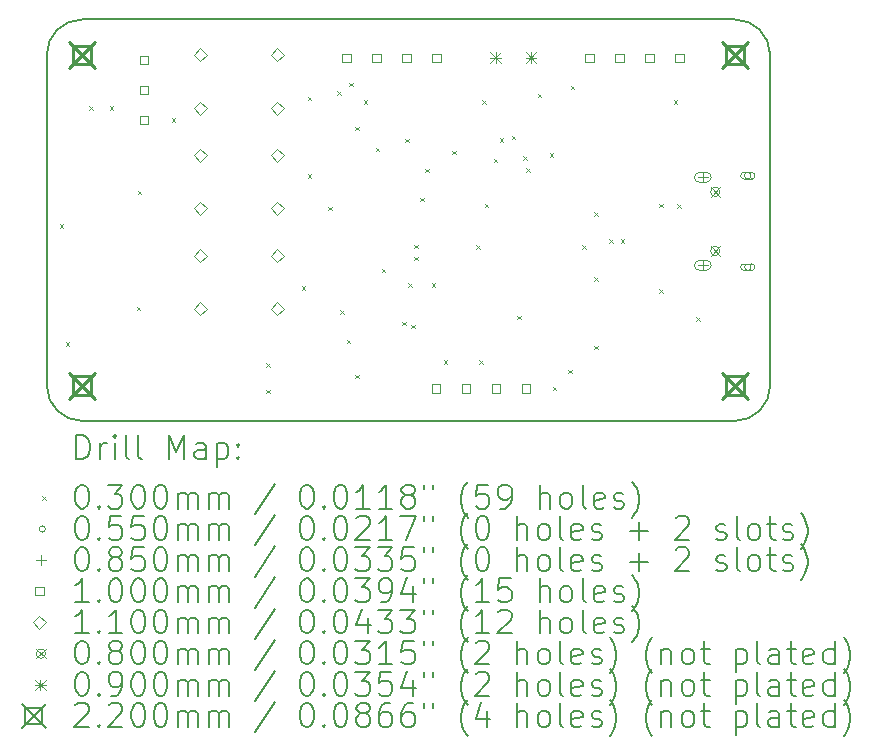
<source format=gbr>
%TF.GenerationSoftware,KiCad,Pcbnew,8.0.2-8.0.2-0~ubuntu22.04.1*%
%TF.CreationDate,2024-05-17T11:44:06+02:00*%
%TF.ProjectId,qclock,71636c6f-636b-42e6-9b69-6361645f7063,rev?*%
%TF.SameCoordinates,Original*%
%TF.FileFunction,Drillmap*%
%TF.FilePolarity,Positive*%
%FSLAX45Y45*%
G04 Gerber Fmt 4.5, Leading zero omitted, Abs format (unit mm)*
G04 Created by KiCad (PCBNEW 8.0.2-8.0.2-0~ubuntu22.04.1) date 2024-05-17 11:44:06*
%MOMM*%
%LPD*%
G01*
G04 APERTURE LIST*
%ADD10C,0.200000*%
%ADD11C,0.100000*%
%ADD12C,0.110000*%
%ADD13C,0.220000*%
G04 APERTURE END LIST*
D10*
X11550000Y-6900000D02*
X17075000Y-6900000D01*
X11250000Y-10000000D02*
X11250000Y-7200000D01*
X17075000Y-10300000D02*
X11550000Y-10300000D01*
X17375000Y-7200000D02*
X17375000Y-10000000D01*
X11550000Y-10300000D02*
G75*
G02*
X11250000Y-10000000I0J300000D01*
G01*
X11250000Y-7200000D02*
G75*
G02*
X11550000Y-6900000I300000J0D01*
G01*
X17075000Y-6900000D02*
G75*
G02*
X17375000Y-7200000I0J-300000D01*
G01*
X17375000Y-10000000D02*
G75*
G02*
X17075000Y-10300000I-300000J0D01*
G01*
D11*
X11360000Y-8635000D02*
X11390000Y-8665000D01*
X11390000Y-8635000D02*
X11360000Y-8665000D01*
X11410000Y-9635000D02*
X11440000Y-9665000D01*
X11440000Y-9635000D02*
X11410000Y-9665000D01*
X11610000Y-7635000D02*
X11640000Y-7665000D01*
X11640000Y-7635000D02*
X11610000Y-7665000D01*
X11785000Y-7635000D02*
X11815000Y-7665000D01*
X11815000Y-7635000D02*
X11785000Y-7665000D01*
X12013535Y-9331465D02*
X12043535Y-9361465D01*
X12043535Y-9331465D02*
X12013535Y-9361465D01*
X12020000Y-8350000D02*
X12050000Y-8380000D01*
X12050000Y-8350000D02*
X12020000Y-8380000D01*
X12310000Y-7735000D02*
X12340000Y-7765000D01*
X12340000Y-7735000D02*
X12310000Y-7765000D01*
X13110000Y-9810000D02*
X13140000Y-9840000D01*
X13140000Y-9810000D02*
X13110000Y-9840000D01*
X13110000Y-10035000D02*
X13140000Y-10065000D01*
X13140000Y-10035000D02*
X13110000Y-10065000D01*
X13410000Y-9160000D02*
X13440000Y-9190000D01*
X13440000Y-9160000D02*
X13410000Y-9190000D01*
X13460000Y-7555000D02*
X13490000Y-7585000D01*
X13490000Y-7555000D02*
X13460000Y-7585000D01*
X13460000Y-8210000D02*
X13490000Y-8240000D01*
X13490000Y-8210000D02*
X13460000Y-8240000D01*
X13635000Y-8485000D02*
X13665000Y-8515000D01*
X13665000Y-8485000D02*
X13635000Y-8515000D01*
X13710000Y-7510000D02*
X13740000Y-7540000D01*
X13740000Y-7510000D02*
X13710000Y-7540000D01*
X13735000Y-9360000D02*
X13765000Y-9390000D01*
X13765000Y-9360000D02*
X13735000Y-9390000D01*
X13790000Y-9610000D02*
X13820000Y-9640000D01*
X13820000Y-9610000D02*
X13790000Y-9640000D01*
X13810000Y-7435000D02*
X13840000Y-7465000D01*
X13840000Y-7435000D02*
X13810000Y-7465000D01*
X13860000Y-7810000D02*
X13890000Y-7840000D01*
X13890000Y-7810000D02*
X13860000Y-7840000D01*
X13860000Y-9910000D02*
X13890000Y-9940000D01*
X13890000Y-9910000D02*
X13860000Y-9940000D01*
X13935000Y-7585000D02*
X13965000Y-7615000D01*
X13965000Y-7585000D02*
X13935000Y-7615000D01*
X14035000Y-7985000D02*
X14065000Y-8015000D01*
X14065000Y-7985000D02*
X14035000Y-8015000D01*
X14085000Y-9010000D02*
X14115000Y-9040000D01*
X14115000Y-9010000D02*
X14085000Y-9040000D01*
X14260000Y-9460000D02*
X14290000Y-9490000D01*
X14290000Y-9460000D02*
X14260000Y-9490000D01*
X14285000Y-7910000D02*
X14315000Y-7940000D01*
X14315000Y-7910000D02*
X14285000Y-7940000D01*
X14310000Y-9135000D02*
X14340000Y-9165000D01*
X14340000Y-9135000D02*
X14310000Y-9165000D01*
X14335000Y-9485000D02*
X14365000Y-9515000D01*
X14365000Y-9485000D02*
X14335000Y-9515000D01*
X14360000Y-8910000D02*
X14390000Y-8940000D01*
X14390000Y-8910000D02*
X14360000Y-8940000D01*
X14362000Y-8808000D02*
X14392000Y-8838000D01*
X14392000Y-8808000D02*
X14362000Y-8838000D01*
X14410000Y-8410000D02*
X14440000Y-8440000D01*
X14440000Y-8410000D02*
X14410000Y-8440000D01*
X14456464Y-8163536D02*
X14486464Y-8193536D01*
X14486464Y-8163536D02*
X14456464Y-8193536D01*
X14510000Y-9135000D02*
X14540000Y-9165000D01*
X14540000Y-9135000D02*
X14510000Y-9165000D01*
X14610000Y-9785000D02*
X14640000Y-9815000D01*
X14640000Y-9785000D02*
X14610000Y-9815000D01*
X14685000Y-8010000D02*
X14715000Y-8040000D01*
X14715000Y-8010000D02*
X14685000Y-8040000D01*
X14885000Y-8810000D02*
X14915000Y-8840000D01*
X14915000Y-8810000D02*
X14885000Y-8840000D01*
X14910000Y-9785000D02*
X14940000Y-9815000D01*
X14940000Y-9785000D02*
X14910000Y-9815000D01*
X14935000Y-7585000D02*
X14965000Y-7615000D01*
X14965000Y-7585000D02*
X14935000Y-7615000D01*
X14960000Y-8460000D02*
X14990000Y-8490000D01*
X14990000Y-8460000D02*
X14960000Y-8490000D01*
X15035000Y-8080000D02*
X15065000Y-8110000D01*
X15065000Y-8080000D02*
X15035000Y-8110000D01*
X15085000Y-7905000D02*
X15115000Y-7935000D01*
X15115000Y-7905000D02*
X15085000Y-7935000D01*
X15185000Y-7885000D02*
X15215000Y-7915000D01*
X15215000Y-7885000D02*
X15185000Y-7915000D01*
X15235000Y-9410000D02*
X15265000Y-9440000D01*
X15265000Y-9410000D02*
X15235000Y-9440000D01*
X15285000Y-8060000D02*
X15315000Y-8090000D01*
X15315000Y-8060000D02*
X15285000Y-8090000D01*
X15310000Y-8160000D02*
X15340000Y-8190000D01*
X15340000Y-8160000D02*
X15310000Y-8190000D01*
X15406464Y-7530000D02*
X15436464Y-7560000D01*
X15436464Y-7530000D02*
X15406464Y-7560000D01*
X15510000Y-8035000D02*
X15540000Y-8065000D01*
X15540000Y-8035000D02*
X15510000Y-8065000D01*
X15535000Y-10010000D02*
X15565000Y-10040000D01*
X15565000Y-10010000D02*
X15535000Y-10040000D01*
X15665000Y-9865000D02*
X15695000Y-9895000D01*
X15695000Y-9865000D02*
X15665000Y-9895000D01*
X15685000Y-7460000D02*
X15715000Y-7490000D01*
X15715000Y-7460000D02*
X15685000Y-7490000D01*
X15785000Y-8810000D02*
X15815000Y-8840000D01*
X15815000Y-8810000D02*
X15785000Y-8840000D01*
X15883000Y-8533000D02*
X15913000Y-8563000D01*
X15913000Y-8533000D02*
X15883000Y-8563000D01*
X15884000Y-9661000D02*
X15914000Y-9691000D01*
X15914000Y-9661000D02*
X15884000Y-9691000D01*
X15885000Y-9085000D02*
X15915000Y-9115000D01*
X15915000Y-9085000D02*
X15885000Y-9115000D01*
X16010000Y-8760000D02*
X16040000Y-8790000D01*
X16040000Y-8760000D02*
X16010000Y-8790000D01*
X16110000Y-8760000D02*
X16140000Y-8790000D01*
X16140000Y-8760000D02*
X16110000Y-8790000D01*
X16435000Y-8460000D02*
X16465000Y-8490000D01*
X16465000Y-8460000D02*
X16435000Y-8490000D01*
X16435000Y-9185000D02*
X16465000Y-9215000D01*
X16465000Y-9185000D02*
X16435000Y-9215000D01*
X16560000Y-7585000D02*
X16590000Y-7615000D01*
X16590000Y-7585000D02*
X16560000Y-7615000D01*
X16590000Y-8465000D02*
X16620000Y-8495000D01*
X16620000Y-8465000D02*
X16590000Y-8495000D01*
X16750000Y-9420000D02*
X16780000Y-9450000D01*
X16780000Y-9420000D02*
X16750000Y-9450000D01*
X17212500Y-8222500D02*
G75*
G02*
X17157500Y-8222500I-27500J0D01*
G01*
X17157500Y-8222500D02*
G75*
G02*
X17212500Y-8222500I27500J0D01*
G01*
X17152500Y-8250000D02*
X17217500Y-8250000D01*
X17217500Y-8195000D02*
G75*
G02*
X17217500Y-8250000I0J-27500D01*
G01*
X17217500Y-8195000D02*
X17152500Y-8195000D01*
X17152500Y-8195000D02*
G75*
G03*
X17152500Y-8250000I0J-27500D01*
G01*
X17212500Y-8997500D02*
G75*
G02*
X17157500Y-8997500I-27500J0D01*
G01*
X17157500Y-8997500D02*
G75*
G02*
X17212500Y-8997500I27500J0D01*
G01*
X17152500Y-9025000D02*
X17217500Y-9025000D01*
X17217500Y-8970000D02*
G75*
G02*
X17217500Y-9025000I0J-27500D01*
G01*
X17217500Y-8970000D02*
X17152500Y-8970000D01*
X17152500Y-8970000D02*
G75*
G03*
X17152500Y-9025000I0J-27500D01*
G01*
X16805000Y-8195000D02*
X16805000Y-8280000D01*
X16762500Y-8237500D02*
X16847500Y-8237500D01*
X16777500Y-8280000D02*
X16832500Y-8280000D01*
X16832500Y-8195000D02*
G75*
G02*
X16832500Y-8280000I0J-42500D01*
G01*
X16832500Y-8195000D02*
X16777500Y-8195000D01*
X16777500Y-8195000D02*
G75*
G03*
X16777500Y-8280000I0J-42500D01*
G01*
X16805000Y-8940000D02*
X16805000Y-9025000D01*
X16762500Y-8982500D02*
X16847500Y-8982500D01*
X16777500Y-9025000D02*
X16832500Y-9025000D01*
X16832500Y-8940000D02*
G75*
G02*
X16832500Y-9025000I0J-42500D01*
G01*
X16832500Y-8940000D02*
X16777500Y-8940000D01*
X16777500Y-8940000D02*
G75*
G03*
X16777500Y-9025000I0J-42500D01*
G01*
X12110356Y-7277356D02*
X12110356Y-7206644D01*
X12039644Y-7206644D01*
X12039644Y-7277356D01*
X12110356Y-7277356D01*
X12110356Y-7531356D02*
X12110356Y-7460644D01*
X12039644Y-7460644D01*
X12039644Y-7531356D01*
X12110356Y-7531356D01*
X12110356Y-7785356D02*
X12110356Y-7714644D01*
X12039644Y-7714644D01*
X12039644Y-7785356D01*
X12110356Y-7785356D01*
X13823356Y-7260356D02*
X13823356Y-7189644D01*
X13752644Y-7189644D01*
X13752644Y-7260356D01*
X13823356Y-7260356D01*
X14077356Y-7260356D02*
X14077356Y-7189644D01*
X14006644Y-7189644D01*
X14006644Y-7260356D01*
X14077356Y-7260356D01*
X14331356Y-7260356D02*
X14331356Y-7189644D01*
X14260644Y-7189644D01*
X14260644Y-7260356D01*
X14331356Y-7260356D01*
X14581356Y-10060356D02*
X14581356Y-9989644D01*
X14510644Y-9989644D01*
X14510644Y-10060356D01*
X14581356Y-10060356D01*
X14585356Y-7260356D02*
X14585356Y-7189644D01*
X14514644Y-7189644D01*
X14514644Y-7260356D01*
X14585356Y-7260356D01*
X14835356Y-10060356D02*
X14835356Y-9989644D01*
X14764644Y-9989644D01*
X14764644Y-10060356D01*
X14835356Y-10060356D01*
X15089356Y-10060356D02*
X15089356Y-9989644D01*
X15018644Y-9989644D01*
X15018644Y-10060356D01*
X15089356Y-10060356D01*
X15343356Y-10060356D02*
X15343356Y-9989644D01*
X15272644Y-9989644D01*
X15272644Y-10060356D01*
X15343356Y-10060356D01*
X15881356Y-7260356D02*
X15881356Y-7189644D01*
X15810644Y-7189644D01*
X15810644Y-7260356D01*
X15881356Y-7260356D01*
X16135356Y-7260356D02*
X16135356Y-7189644D01*
X16064644Y-7189644D01*
X16064644Y-7260356D01*
X16135356Y-7260356D01*
X16389356Y-7260356D02*
X16389356Y-7189644D01*
X16318644Y-7189644D01*
X16318644Y-7260356D01*
X16389356Y-7260356D01*
X16643356Y-7260356D02*
X16643356Y-7189644D01*
X16572644Y-7189644D01*
X16572644Y-7260356D01*
X16643356Y-7260356D01*
D12*
X12550000Y-7255000D02*
X12605000Y-7200000D01*
X12550000Y-7145000D01*
X12495000Y-7200000D01*
X12550000Y-7255000D01*
X12550000Y-7705000D02*
X12605000Y-7650000D01*
X12550000Y-7595000D01*
X12495000Y-7650000D01*
X12550000Y-7705000D01*
X12550000Y-8105000D02*
X12605000Y-8050000D01*
X12550000Y-7995000D01*
X12495000Y-8050000D01*
X12550000Y-8105000D01*
X12550000Y-8555000D02*
X12605000Y-8500000D01*
X12550000Y-8445000D01*
X12495000Y-8500000D01*
X12550000Y-8555000D01*
X12550000Y-8955000D02*
X12605000Y-8900000D01*
X12550000Y-8845000D01*
X12495000Y-8900000D01*
X12550000Y-8955000D01*
X12550000Y-9405000D02*
X12605000Y-9350000D01*
X12550000Y-9295000D01*
X12495000Y-9350000D01*
X12550000Y-9405000D01*
X13200000Y-7255000D02*
X13255000Y-7200000D01*
X13200000Y-7145000D01*
X13145000Y-7200000D01*
X13200000Y-7255000D01*
X13200000Y-7705000D02*
X13255000Y-7650000D01*
X13200000Y-7595000D01*
X13145000Y-7650000D01*
X13200000Y-7705000D01*
X13200000Y-8105000D02*
X13255000Y-8050000D01*
X13200000Y-7995000D01*
X13145000Y-8050000D01*
X13200000Y-8105000D01*
X13200000Y-8555000D02*
X13255000Y-8500000D01*
X13200000Y-8445000D01*
X13145000Y-8500000D01*
X13200000Y-8555000D01*
X13200000Y-8955000D02*
X13255000Y-8900000D01*
X13200000Y-8845000D01*
X13145000Y-8900000D01*
X13200000Y-8955000D01*
X13200000Y-9405000D02*
X13255000Y-9350000D01*
X13200000Y-9295000D01*
X13145000Y-9350000D01*
X13200000Y-9405000D01*
D11*
X16870000Y-8320000D02*
X16950000Y-8400000D01*
X16950000Y-8320000D02*
X16870000Y-8400000D01*
X16950000Y-8360000D02*
G75*
G02*
X16870000Y-8360000I-40000J0D01*
G01*
X16870000Y-8360000D02*
G75*
G02*
X16950000Y-8360000I40000J0D01*
G01*
X16870000Y-8820000D02*
X16950000Y-8900000D01*
X16950000Y-8820000D02*
X16870000Y-8900000D01*
X16950000Y-8860000D02*
G75*
G02*
X16870000Y-8860000I-40000J0D01*
G01*
X16870000Y-8860000D02*
G75*
G02*
X16950000Y-8860000I40000J0D01*
G01*
X15005000Y-7179000D02*
X15095000Y-7269000D01*
X15095000Y-7179000D02*
X15005000Y-7269000D01*
X15050000Y-7179000D02*
X15050000Y-7269000D01*
X15005000Y-7224000D02*
X15095000Y-7224000D01*
X15305000Y-7179000D02*
X15395000Y-7269000D01*
X15395000Y-7179000D02*
X15305000Y-7269000D01*
X15350000Y-7179000D02*
X15350000Y-7269000D01*
X15305000Y-7224000D02*
X15395000Y-7224000D01*
D13*
X11440000Y-7090000D02*
X11660000Y-7310000D01*
X11660000Y-7090000D02*
X11440000Y-7310000D01*
X11627782Y-7277782D02*
X11627782Y-7122217D01*
X11472217Y-7122217D01*
X11472217Y-7277782D01*
X11627782Y-7277782D01*
X11440000Y-9890000D02*
X11660000Y-10110000D01*
X11660000Y-9890000D02*
X11440000Y-10110000D01*
X11627782Y-10077783D02*
X11627782Y-9922218D01*
X11472217Y-9922218D01*
X11472217Y-10077783D01*
X11627782Y-10077783D01*
X16965000Y-7090000D02*
X17185000Y-7310000D01*
X17185000Y-7090000D02*
X16965000Y-7310000D01*
X17152783Y-7277782D02*
X17152783Y-7122217D01*
X16997218Y-7122217D01*
X16997218Y-7277782D01*
X17152783Y-7277782D01*
X16965000Y-9890000D02*
X17185000Y-10110000D01*
X17185000Y-9890000D02*
X16965000Y-10110000D01*
X17152783Y-10077783D02*
X17152783Y-9922218D01*
X16997218Y-9922218D01*
X16997218Y-10077783D01*
X17152783Y-10077783D01*
D10*
X11500777Y-10621484D02*
X11500777Y-10421484D01*
X11500777Y-10421484D02*
X11548396Y-10421484D01*
X11548396Y-10421484D02*
X11576967Y-10431008D01*
X11576967Y-10431008D02*
X11596015Y-10450055D01*
X11596015Y-10450055D02*
X11605539Y-10469103D01*
X11605539Y-10469103D02*
X11615062Y-10507198D01*
X11615062Y-10507198D02*
X11615062Y-10535770D01*
X11615062Y-10535770D02*
X11605539Y-10573865D01*
X11605539Y-10573865D02*
X11596015Y-10592912D01*
X11596015Y-10592912D02*
X11576967Y-10611960D01*
X11576967Y-10611960D02*
X11548396Y-10621484D01*
X11548396Y-10621484D02*
X11500777Y-10621484D01*
X11700777Y-10621484D02*
X11700777Y-10488150D01*
X11700777Y-10526246D02*
X11710301Y-10507198D01*
X11710301Y-10507198D02*
X11719824Y-10497674D01*
X11719824Y-10497674D02*
X11738872Y-10488150D01*
X11738872Y-10488150D02*
X11757920Y-10488150D01*
X11824586Y-10621484D02*
X11824586Y-10488150D01*
X11824586Y-10421484D02*
X11815062Y-10431008D01*
X11815062Y-10431008D02*
X11824586Y-10440531D01*
X11824586Y-10440531D02*
X11834110Y-10431008D01*
X11834110Y-10431008D02*
X11824586Y-10421484D01*
X11824586Y-10421484D02*
X11824586Y-10440531D01*
X11948396Y-10621484D02*
X11929348Y-10611960D01*
X11929348Y-10611960D02*
X11919824Y-10592912D01*
X11919824Y-10592912D02*
X11919824Y-10421484D01*
X12053158Y-10621484D02*
X12034110Y-10611960D01*
X12034110Y-10611960D02*
X12024586Y-10592912D01*
X12024586Y-10592912D02*
X12024586Y-10421484D01*
X12281729Y-10621484D02*
X12281729Y-10421484D01*
X12281729Y-10421484D02*
X12348396Y-10564341D01*
X12348396Y-10564341D02*
X12415062Y-10421484D01*
X12415062Y-10421484D02*
X12415062Y-10621484D01*
X12596015Y-10621484D02*
X12596015Y-10516722D01*
X12596015Y-10516722D02*
X12586491Y-10497674D01*
X12586491Y-10497674D02*
X12567443Y-10488150D01*
X12567443Y-10488150D02*
X12529348Y-10488150D01*
X12529348Y-10488150D02*
X12510301Y-10497674D01*
X12596015Y-10611960D02*
X12576967Y-10621484D01*
X12576967Y-10621484D02*
X12529348Y-10621484D01*
X12529348Y-10621484D02*
X12510301Y-10611960D01*
X12510301Y-10611960D02*
X12500777Y-10592912D01*
X12500777Y-10592912D02*
X12500777Y-10573865D01*
X12500777Y-10573865D02*
X12510301Y-10554817D01*
X12510301Y-10554817D02*
X12529348Y-10545293D01*
X12529348Y-10545293D02*
X12576967Y-10545293D01*
X12576967Y-10545293D02*
X12596015Y-10535770D01*
X12691253Y-10488150D02*
X12691253Y-10688150D01*
X12691253Y-10497674D02*
X12710301Y-10488150D01*
X12710301Y-10488150D02*
X12748396Y-10488150D01*
X12748396Y-10488150D02*
X12767443Y-10497674D01*
X12767443Y-10497674D02*
X12776967Y-10507198D01*
X12776967Y-10507198D02*
X12786491Y-10526246D01*
X12786491Y-10526246D02*
X12786491Y-10583389D01*
X12786491Y-10583389D02*
X12776967Y-10602436D01*
X12776967Y-10602436D02*
X12767443Y-10611960D01*
X12767443Y-10611960D02*
X12748396Y-10621484D01*
X12748396Y-10621484D02*
X12710301Y-10621484D01*
X12710301Y-10621484D02*
X12691253Y-10611960D01*
X12872205Y-10602436D02*
X12881729Y-10611960D01*
X12881729Y-10611960D02*
X12872205Y-10621484D01*
X12872205Y-10621484D02*
X12862682Y-10611960D01*
X12862682Y-10611960D02*
X12872205Y-10602436D01*
X12872205Y-10602436D02*
X12872205Y-10621484D01*
X12872205Y-10497674D02*
X12881729Y-10507198D01*
X12881729Y-10507198D02*
X12872205Y-10516722D01*
X12872205Y-10516722D02*
X12862682Y-10507198D01*
X12862682Y-10507198D02*
X12872205Y-10497674D01*
X12872205Y-10497674D02*
X12872205Y-10516722D01*
D11*
X11210000Y-10935000D02*
X11240000Y-10965000D01*
X11240000Y-10935000D02*
X11210000Y-10965000D01*
D10*
X11538872Y-10841484D02*
X11557920Y-10841484D01*
X11557920Y-10841484D02*
X11576967Y-10851008D01*
X11576967Y-10851008D02*
X11586491Y-10860531D01*
X11586491Y-10860531D02*
X11596015Y-10879579D01*
X11596015Y-10879579D02*
X11605539Y-10917674D01*
X11605539Y-10917674D02*
X11605539Y-10965293D01*
X11605539Y-10965293D02*
X11596015Y-11003389D01*
X11596015Y-11003389D02*
X11586491Y-11022436D01*
X11586491Y-11022436D02*
X11576967Y-11031960D01*
X11576967Y-11031960D02*
X11557920Y-11041484D01*
X11557920Y-11041484D02*
X11538872Y-11041484D01*
X11538872Y-11041484D02*
X11519824Y-11031960D01*
X11519824Y-11031960D02*
X11510301Y-11022436D01*
X11510301Y-11022436D02*
X11500777Y-11003389D01*
X11500777Y-11003389D02*
X11491253Y-10965293D01*
X11491253Y-10965293D02*
X11491253Y-10917674D01*
X11491253Y-10917674D02*
X11500777Y-10879579D01*
X11500777Y-10879579D02*
X11510301Y-10860531D01*
X11510301Y-10860531D02*
X11519824Y-10851008D01*
X11519824Y-10851008D02*
X11538872Y-10841484D01*
X11691253Y-11022436D02*
X11700777Y-11031960D01*
X11700777Y-11031960D02*
X11691253Y-11041484D01*
X11691253Y-11041484D02*
X11681729Y-11031960D01*
X11681729Y-11031960D02*
X11691253Y-11022436D01*
X11691253Y-11022436D02*
X11691253Y-11041484D01*
X11767443Y-10841484D02*
X11891253Y-10841484D01*
X11891253Y-10841484D02*
X11824586Y-10917674D01*
X11824586Y-10917674D02*
X11853158Y-10917674D01*
X11853158Y-10917674D02*
X11872205Y-10927198D01*
X11872205Y-10927198D02*
X11881729Y-10936722D01*
X11881729Y-10936722D02*
X11891253Y-10955770D01*
X11891253Y-10955770D02*
X11891253Y-11003389D01*
X11891253Y-11003389D02*
X11881729Y-11022436D01*
X11881729Y-11022436D02*
X11872205Y-11031960D01*
X11872205Y-11031960D02*
X11853158Y-11041484D01*
X11853158Y-11041484D02*
X11796015Y-11041484D01*
X11796015Y-11041484D02*
X11776967Y-11031960D01*
X11776967Y-11031960D02*
X11767443Y-11022436D01*
X12015062Y-10841484D02*
X12034110Y-10841484D01*
X12034110Y-10841484D02*
X12053158Y-10851008D01*
X12053158Y-10851008D02*
X12062682Y-10860531D01*
X12062682Y-10860531D02*
X12072205Y-10879579D01*
X12072205Y-10879579D02*
X12081729Y-10917674D01*
X12081729Y-10917674D02*
X12081729Y-10965293D01*
X12081729Y-10965293D02*
X12072205Y-11003389D01*
X12072205Y-11003389D02*
X12062682Y-11022436D01*
X12062682Y-11022436D02*
X12053158Y-11031960D01*
X12053158Y-11031960D02*
X12034110Y-11041484D01*
X12034110Y-11041484D02*
X12015062Y-11041484D01*
X12015062Y-11041484D02*
X11996015Y-11031960D01*
X11996015Y-11031960D02*
X11986491Y-11022436D01*
X11986491Y-11022436D02*
X11976967Y-11003389D01*
X11976967Y-11003389D02*
X11967443Y-10965293D01*
X11967443Y-10965293D02*
X11967443Y-10917674D01*
X11967443Y-10917674D02*
X11976967Y-10879579D01*
X11976967Y-10879579D02*
X11986491Y-10860531D01*
X11986491Y-10860531D02*
X11996015Y-10851008D01*
X11996015Y-10851008D02*
X12015062Y-10841484D01*
X12205539Y-10841484D02*
X12224586Y-10841484D01*
X12224586Y-10841484D02*
X12243634Y-10851008D01*
X12243634Y-10851008D02*
X12253158Y-10860531D01*
X12253158Y-10860531D02*
X12262682Y-10879579D01*
X12262682Y-10879579D02*
X12272205Y-10917674D01*
X12272205Y-10917674D02*
X12272205Y-10965293D01*
X12272205Y-10965293D02*
X12262682Y-11003389D01*
X12262682Y-11003389D02*
X12253158Y-11022436D01*
X12253158Y-11022436D02*
X12243634Y-11031960D01*
X12243634Y-11031960D02*
X12224586Y-11041484D01*
X12224586Y-11041484D02*
X12205539Y-11041484D01*
X12205539Y-11041484D02*
X12186491Y-11031960D01*
X12186491Y-11031960D02*
X12176967Y-11022436D01*
X12176967Y-11022436D02*
X12167443Y-11003389D01*
X12167443Y-11003389D02*
X12157920Y-10965293D01*
X12157920Y-10965293D02*
X12157920Y-10917674D01*
X12157920Y-10917674D02*
X12167443Y-10879579D01*
X12167443Y-10879579D02*
X12176967Y-10860531D01*
X12176967Y-10860531D02*
X12186491Y-10851008D01*
X12186491Y-10851008D02*
X12205539Y-10841484D01*
X12357920Y-11041484D02*
X12357920Y-10908150D01*
X12357920Y-10927198D02*
X12367443Y-10917674D01*
X12367443Y-10917674D02*
X12386491Y-10908150D01*
X12386491Y-10908150D02*
X12415063Y-10908150D01*
X12415063Y-10908150D02*
X12434110Y-10917674D01*
X12434110Y-10917674D02*
X12443634Y-10936722D01*
X12443634Y-10936722D02*
X12443634Y-11041484D01*
X12443634Y-10936722D02*
X12453158Y-10917674D01*
X12453158Y-10917674D02*
X12472205Y-10908150D01*
X12472205Y-10908150D02*
X12500777Y-10908150D01*
X12500777Y-10908150D02*
X12519824Y-10917674D01*
X12519824Y-10917674D02*
X12529348Y-10936722D01*
X12529348Y-10936722D02*
X12529348Y-11041484D01*
X12624586Y-11041484D02*
X12624586Y-10908150D01*
X12624586Y-10927198D02*
X12634110Y-10917674D01*
X12634110Y-10917674D02*
X12653158Y-10908150D01*
X12653158Y-10908150D02*
X12681729Y-10908150D01*
X12681729Y-10908150D02*
X12700777Y-10917674D01*
X12700777Y-10917674D02*
X12710301Y-10936722D01*
X12710301Y-10936722D02*
X12710301Y-11041484D01*
X12710301Y-10936722D02*
X12719824Y-10917674D01*
X12719824Y-10917674D02*
X12738872Y-10908150D01*
X12738872Y-10908150D02*
X12767443Y-10908150D01*
X12767443Y-10908150D02*
X12786491Y-10917674D01*
X12786491Y-10917674D02*
X12796015Y-10936722D01*
X12796015Y-10936722D02*
X12796015Y-11041484D01*
X13186491Y-10831960D02*
X13015063Y-11089103D01*
X13443634Y-10841484D02*
X13462682Y-10841484D01*
X13462682Y-10841484D02*
X13481729Y-10851008D01*
X13481729Y-10851008D02*
X13491253Y-10860531D01*
X13491253Y-10860531D02*
X13500777Y-10879579D01*
X13500777Y-10879579D02*
X13510301Y-10917674D01*
X13510301Y-10917674D02*
X13510301Y-10965293D01*
X13510301Y-10965293D02*
X13500777Y-11003389D01*
X13500777Y-11003389D02*
X13491253Y-11022436D01*
X13491253Y-11022436D02*
X13481729Y-11031960D01*
X13481729Y-11031960D02*
X13462682Y-11041484D01*
X13462682Y-11041484D02*
X13443634Y-11041484D01*
X13443634Y-11041484D02*
X13424586Y-11031960D01*
X13424586Y-11031960D02*
X13415063Y-11022436D01*
X13415063Y-11022436D02*
X13405539Y-11003389D01*
X13405539Y-11003389D02*
X13396015Y-10965293D01*
X13396015Y-10965293D02*
X13396015Y-10917674D01*
X13396015Y-10917674D02*
X13405539Y-10879579D01*
X13405539Y-10879579D02*
X13415063Y-10860531D01*
X13415063Y-10860531D02*
X13424586Y-10851008D01*
X13424586Y-10851008D02*
X13443634Y-10841484D01*
X13596015Y-11022436D02*
X13605539Y-11031960D01*
X13605539Y-11031960D02*
X13596015Y-11041484D01*
X13596015Y-11041484D02*
X13586491Y-11031960D01*
X13586491Y-11031960D02*
X13596015Y-11022436D01*
X13596015Y-11022436D02*
X13596015Y-11041484D01*
X13729348Y-10841484D02*
X13748396Y-10841484D01*
X13748396Y-10841484D02*
X13767444Y-10851008D01*
X13767444Y-10851008D02*
X13776967Y-10860531D01*
X13776967Y-10860531D02*
X13786491Y-10879579D01*
X13786491Y-10879579D02*
X13796015Y-10917674D01*
X13796015Y-10917674D02*
X13796015Y-10965293D01*
X13796015Y-10965293D02*
X13786491Y-11003389D01*
X13786491Y-11003389D02*
X13776967Y-11022436D01*
X13776967Y-11022436D02*
X13767444Y-11031960D01*
X13767444Y-11031960D02*
X13748396Y-11041484D01*
X13748396Y-11041484D02*
X13729348Y-11041484D01*
X13729348Y-11041484D02*
X13710301Y-11031960D01*
X13710301Y-11031960D02*
X13700777Y-11022436D01*
X13700777Y-11022436D02*
X13691253Y-11003389D01*
X13691253Y-11003389D02*
X13681729Y-10965293D01*
X13681729Y-10965293D02*
X13681729Y-10917674D01*
X13681729Y-10917674D02*
X13691253Y-10879579D01*
X13691253Y-10879579D02*
X13700777Y-10860531D01*
X13700777Y-10860531D02*
X13710301Y-10851008D01*
X13710301Y-10851008D02*
X13729348Y-10841484D01*
X13986491Y-11041484D02*
X13872206Y-11041484D01*
X13929348Y-11041484D02*
X13929348Y-10841484D01*
X13929348Y-10841484D02*
X13910301Y-10870055D01*
X13910301Y-10870055D02*
X13891253Y-10889103D01*
X13891253Y-10889103D02*
X13872206Y-10898627D01*
X14176967Y-11041484D02*
X14062682Y-11041484D01*
X14119825Y-11041484D02*
X14119825Y-10841484D01*
X14119825Y-10841484D02*
X14100777Y-10870055D01*
X14100777Y-10870055D02*
X14081729Y-10889103D01*
X14081729Y-10889103D02*
X14062682Y-10898627D01*
X14291253Y-10927198D02*
X14272206Y-10917674D01*
X14272206Y-10917674D02*
X14262682Y-10908150D01*
X14262682Y-10908150D02*
X14253158Y-10889103D01*
X14253158Y-10889103D02*
X14253158Y-10879579D01*
X14253158Y-10879579D02*
X14262682Y-10860531D01*
X14262682Y-10860531D02*
X14272206Y-10851008D01*
X14272206Y-10851008D02*
X14291253Y-10841484D01*
X14291253Y-10841484D02*
X14329348Y-10841484D01*
X14329348Y-10841484D02*
X14348396Y-10851008D01*
X14348396Y-10851008D02*
X14357920Y-10860531D01*
X14357920Y-10860531D02*
X14367444Y-10879579D01*
X14367444Y-10879579D02*
X14367444Y-10889103D01*
X14367444Y-10889103D02*
X14357920Y-10908150D01*
X14357920Y-10908150D02*
X14348396Y-10917674D01*
X14348396Y-10917674D02*
X14329348Y-10927198D01*
X14329348Y-10927198D02*
X14291253Y-10927198D01*
X14291253Y-10927198D02*
X14272206Y-10936722D01*
X14272206Y-10936722D02*
X14262682Y-10946246D01*
X14262682Y-10946246D02*
X14253158Y-10965293D01*
X14253158Y-10965293D02*
X14253158Y-11003389D01*
X14253158Y-11003389D02*
X14262682Y-11022436D01*
X14262682Y-11022436D02*
X14272206Y-11031960D01*
X14272206Y-11031960D02*
X14291253Y-11041484D01*
X14291253Y-11041484D02*
X14329348Y-11041484D01*
X14329348Y-11041484D02*
X14348396Y-11031960D01*
X14348396Y-11031960D02*
X14357920Y-11022436D01*
X14357920Y-11022436D02*
X14367444Y-11003389D01*
X14367444Y-11003389D02*
X14367444Y-10965293D01*
X14367444Y-10965293D02*
X14357920Y-10946246D01*
X14357920Y-10946246D02*
X14348396Y-10936722D01*
X14348396Y-10936722D02*
X14329348Y-10927198D01*
X14443634Y-10841484D02*
X14443634Y-10879579D01*
X14519825Y-10841484D02*
X14519825Y-10879579D01*
X14815063Y-11117674D02*
X14805539Y-11108150D01*
X14805539Y-11108150D02*
X14786491Y-11079579D01*
X14786491Y-11079579D02*
X14776968Y-11060531D01*
X14776968Y-11060531D02*
X14767444Y-11031960D01*
X14767444Y-11031960D02*
X14757920Y-10984341D01*
X14757920Y-10984341D02*
X14757920Y-10946246D01*
X14757920Y-10946246D02*
X14767444Y-10898627D01*
X14767444Y-10898627D02*
X14776968Y-10870055D01*
X14776968Y-10870055D02*
X14786491Y-10851008D01*
X14786491Y-10851008D02*
X14805539Y-10822436D01*
X14805539Y-10822436D02*
X14815063Y-10812912D01*
X14986491Y-10841484D02*
X14891253Y-10841484D01*
X14891253Y-10841484D02*
X14881729Y-10936722D01*
X14881729Y-10936722D02*
X14891253Y-10927198D01*
X14891253Y-10927198D02*
X14910301Y-10917674D01*
X14910301Y-10917674D02*
X14957920Y-10917674D01*
X14957920Y-10917674D02*
X14976968Y-10927198D01*
X14976968Y-10927198D02*
X14986491Y-10936722D01*
X14986491Y-10936722D02*
X14996015Y-10955770D01*
X14996015Y-10955770D02*
X14996015Y-11003389D01*
X14996015Y-11003389D02*
X14986491Y-11022436D01*
X14986491Y-11022436D02*
X14976968Y-11031960D01*
X14976968Y-11031960D02*
X14957920Y-11041484D01*
X14957920Y-11041484D02*
X14910301Y-11041484D01*
X14910301Y-11041484D02*
X14891253Y-11031960D01*
X14891253Y-11031960D02*
X14881729Y-11022436D01*
X15091253Y-11041484D02*
X15129348Y-11041484D01*
X15129348Y-11041484D02*
X15148396Y-11031960D01*
X15148396Y-11031960D02*
X15157920Y-11022436D01*
X15157920Y-11022436D02*
X15176968Y-10993865D01*
X15176968Y-10993865D02*
X15186491Y-10955770D01*
X15186491Y-10955770D02*
X15186491Y-10879579D01*
X15186491Y-10879579D02*
X15176968Y-10860531D01*
X15176968Y-10860531D02*
X15167444Y-10851008D01*
X15167444Y-10851008D02*
X15148396Y-10841484D01*
X15148396Y-10841484D02*
X15110301Y-10841484D01*
X15110301Y-10841484D02*
X15091253Y-10851008D01*
X15091253Y-10851008D02*
X15081729Y-10860531D01*
X15081729Y-10860531D02*
X15072206Y-10879579D01*
X15072206Y-10879579D02*
X15072206Y-10927198D01*
X15072206Y-10927198D02*
X15081729Y-10946246D01*
X15081729Y-10946246D02*
X15091253Y-10955770D01*
X15091253Y-10955770D02*
X15110301Y-10965293D01*
X15110301Y-10965293D02*
X15148396Y-10965293D01*
X15148396Y-10965293D02*
X15167444Y-10955770D01*
X15167444Y-10955770D02*
X15176968Y-10946246D01*
X15176968Y-10946246D02*
X15186491Y-10927198D01*
X15424587Y-11041484D02*
X15424587Y-10841484D01*
X15510301Y-11041484D02*
X15510301Y-10936722D01*
X15510301Y-10936722D02*
X15500777Y-10917674D01*
X15500777Y-10917674D02*
X15481730Y-10908150D01*
X15481730Y-10908150D02*
X15453158Y-10908150D01*
X15453158Y-10908150D02*
X15434110Y-10917674D01*
X15434110Y-10917674D02*
X15424587Y-10927198D01*
X15634110Y-11041484D02*
X15615063Y-11031960D01*
X15615063Y-11031960D02*
X15605539Y-11022436D01*
X15605539Y-11022436D02*
X15596015Y-11003389D01*
X15596015Y-11003389D02*
X15596015Y-10946246D01*
X15596015Y-10946246D02*
X15605539Y-10927198D01*
X15605539Y-10927198D02*
X15615063Y-10917674D01*
X15615063Y-10917674D02*
X15634110Y-10908150D01*
X15634110Y-10908150D02*
X15662682Y-10908150D01*
X15662682Y-10908150D02*
X15681730Y-10917674D01*
X15681730Y-10917674D02*
X15691253Y-10927198D01*
X15691253Y-10927198D02*
X15700777Y-10946246D01*
X15700777Y-10946246D02*
X15700777Y-11003389D01*
X15700777Y-11003389D02*
X15691253Y-11022436D01*
X15691253Y-11022436D02*
X15681730Y-11031960D01*
X15681730Y-11031960D02*
X15662682Y-11041484D01*
X15662682Y-11041484D02*
X15634110Y-11041484D01*
X15815063Y-11041484D02*
X15796015Y-11031960D01*
X15796015Y-11031960D02*
X15786491Y-11012912D01*
X15786491Y-11012912D02*
X15786491Y-10841484D01*
X15967444Y-11031960D02*
X15948396Y-11041484D01*
X15948396Y-11041484D02*
X15910301Y-11041484D01*
X15910301Y-11041484D02*
X15891253Y-11031960D01*
X15891253Y-11031960D02*
X15881730Y-11012912D01*
X15881730Y-11012912D02*
X15881730Y-10936722D01*
X15881730Y-10936722D02*
X15891253Y-10917674D01*
X15891253Y-10917674D02*
X15910301Y-10908150D01*
X15910301Y-10908150D02*
X15948396Y-10908150D01*
X15948396Y-10908150D02*
X15967444Y-10917674D01*
X15967444Y-10917674D02*
X15976968Y-10936722D01*
X15976968Y-10936722D02*
X15976968Y-10955770D01*
X15976968Y-10955770D02*
X15881730Y-10974817D01*
X16053158Y-11031960D02*
X16072206Y-11041484D01*
X16072206Y-11041484D02*
X16110301Y-11041484D01*
X16110301Y-11041484D02*
X16129349Y-11031960D01*
X16129349Y-11031960D02*
X16138872Y-11012912D01*
X16138872Y-11012912D02*
X16138872Y-11003389D01*
X16138872Y-11003389D02*
X16129349Y-10984341D01*
X16129349Y-10984341D02*
X16110301Y-10974817D01*
X16110301Y-10974817D02*
X16081730Y-10974817D01*
X16081730Y-10974817D02*
X16062682Y-10965293D01*
X16062682Y-10965293D02*
X16053158Y-10946246D01*
X16053158Y-10946246D02*
X16053158Y-10936722D01*
X16053158Y-10936722D02*
X16062682Y-10917674D01*
X16062682Y-10917674D02*
X16081730Y-10908150D01*
X16081730Y-10908150D02*
X16110301Y-10908150D01*
X16110301Y-10908150D02*
X16129349Y-10917674D01*
X16205539Y-11117674D02*
X16215063Y-11108150D01*
X16215063Y-11108150D02*
X16234111Y-11079579D01*
X16234111Y-11079579D02*
X16243634Y-11060531D01*
X16243634Y-11060531D02*
X16253158Y-11031960D01*
X16253158Y-11031960D02*
X16262682Y-10984341D01*
X16262682Y-10984341D02*
X16262682Y-10946246D01*
X16262682Y-10946246D02*
X16253158Y-10898627D01*
X16253158Y-10898627D02*
X16243634Y-10870055D01*
X16243634Y-10870055D02*
X16234111Y-10851008D01*
X16234111Y-10851008D02*
X16215063Y-10822436D01*
X16215063Y-10822436D02*
X16205539Y-10812912D01*
D11*
X11240000Y-11214000D02*
G75*
G02*
X11185000Y-11214000I-27500J0D01*
G01*
X11185000Y-11214000D02*
G75*
G02*
X11240000Y-11214000I27500J0D01*
G01*
D10*
X11538872Y-11105484D02*
X11557920Y-11105484D01*
X11557920Y-11105484D02*
X11576967Y-11115008D01*
X11576967Y-11115008D02*
X11586491Y-11124531D01*
X11586491Y-11124531D02*
X11596015Y-11143579D01*
X11596015Y-11143579D02*
X11605539Y-11181674D01*
X11605539Y-11181674D02*
X11605539Y-11229293D01*
X11605539Y-11229293D02*
X11596015Y-11267388D01*
X11596015Y-11267388D02*
X11586491Y-11286436D01*
X11586491Y-11286436D02*
X11576967Y-11295960D01*
X11576967Y-11295960D02*
X11557920Y-11305484D01*
X11557920Y-11305484D02*
X11538872Y-11305484D01*
X11538872Y-11305484D02*
X11519824Y-11295960D01*
X11519824Y-11295960D02*
X11510301Y-11286436D01*
X11510301Y-11286436D02*
X11500777Y-11267388D01*
X11500777Y-11267388D02*
X11491253Y-11229293D01*
X11491253Y-11229293D02*
X11491253Y-11181674D01*
X11491253Y-11181674D02*
X11500777Y-11143579D01*
X11500777Y-11143579D02*
X11510301Y-11124531D01*
X11510301Y-11124531D02*
X11519824Y-11115008D01*
X11519824Y-11115008D02*
X11538872Y-11105484D01*
X11691253Y-11286436D02*
X11700777Y-11295960D01*
X11700777Y-11295960D02*
X11691253Y-11305484D01*
X11691253Y-11305484D02*
X11681729Y-11295960D01*
X11681729Y-11295960D02*
X11691253Y-11286436D01*
X11691253Y-11286436D02*
X11691253Y-11305484D01*
X11881729Y-11105484D02*
X11786491Y-11105484D01*
X11786491Y-11105484D02*
X11776967Y-11200722D01*
X11776967Y-11200722D02*
X11786491Y-11191198D01*
X11786491Y-11191198D02*
X11805539Y-11181674D01*
X11805539Y-11181674D02*
X11853158Y-11181674D01*
X11853158Y-11181674D02*
X11872205Y-11191198D01*
X11872205Y-11191198D02*
X11881729Y-11200722D01*
X11881729Y-11200722D02*
X11891253Y-11219769D01*
X11891253Y-11219769D02*
X11891253Y-11267388D01*
X11891253Y-11267388D02*
X11881729Y-11286436D01*
X11881729Y-11286436D02*
X11872205Y-11295960D01*
X11872205Y-11295960D02*
X11853158Y-11305484D01*
X11853158Y-11305484D02*
X11805539Y-11305484D01*
X11805539Y-11305484D02*
X11786491Y-11295960D01*
X11786491Y-11295960D02*
X11776967Y-11286436D01*
X12072205Y-11105484D02*
X11976967Y-11105484D01*
X11976967Y-11105484D02*
X11967443Y-11200722D01*
X11967443Y-11200722D02*
X11976967Y-11191198D01*
X11976967Y-11191198D02*
X11996015Y-11181674D01*
X11996015Y-11181674D02*
X12043634Y-11181674D01*
X12043634Y-11181674D02*
X12062682Y-11191198D01*
X12062682Y-11191198D02*
X12072205Y-11200722D01*
X12072205Y-11200722D02*
X12081729Y-11219769D01*
X12081729Y-11219769D02*
X12081729Y-11267388D01*
X12081729Y-11267388D02*
X12072205Y-11286436D01*
X12072205Y-11286436D02*
X12062682Y-11295960D01*
X12062682Y-11295960D02*
X12043634Y-11305484D01*
X12043634Y-11305484D02*
X11996015Y-11305484D01*
X11996015Y-11305484D02*
X11976967Y-11295960D01*
X11976967Y-11295960D02*
X11967443Y-11286436D01*
X12205539Y-11105484D02*
X12224586Y-11105484D01*
X12224586Y-11105484D02*
X12243634Y-11115008D01*
X12243634Y-11115008D02*
X12253158Y-11124531D01*
X12253158Y-11124531D02*
X12262682Y-11143579D01*
X12262682Y-11143579D02*
X12272205Y-11181674D01*
X12272205Y-11181674D02*
X12272205Y-11229293D01*
X12272205Y-11229293D02*
X12262682Y-11267388D01*
X12262682Y-11267388D02*
X12253158Y-11286436D01*
X12253158Y-11286436D02*
X12243634Y-11295960D01*
X12243634Y-11295960D02*
X12224586Y-11305484D01*
X12224586Y-11305484D02*
X12205539Y-11305484D01*
X12205539Y-11305484D02*
X12186491Y-11295960D01*
X12186491Y-11295960D02*
X12176967Y-11286436D01*
X12176967Y-11286436D02*
X12167443Y-11267388D01*
X12167443Y-11267388D02*
X12157920Y-11229293D01*
X12157920Y-11229293D02*
X12157920Y-11181674D01*
X12157920Y-11181674D02*
X12167443Y-11143579D01*
X12167443Y-11143579D02*
X12176967Y-11124531D01*
X12176967Y-11124531D02*
X12186491Y-11115008D01*
X12186491Y-11115008D02*
X12205539Y-11105484D01*
X12357920Y-11305484D02*
X12357920Y-11172150D01*
X12357920Y-11191198D02*
X12367443Y-11181674D01*
X12367443Y-11181674D02*
X12386491Y-11172150D01*
X12386491Y-11172150D02*
X12415063Y-11172150D01*
X12415063Y-11172150D02*
X12434110Y-11181674D01*
X12434110Y-11181674D02*
X12443634Y-11200722D01*
X12443634Y-11200722D02*
X12443634Y-11305484D01*
X12443634Y-11200722D02*
X12453158Y-11181674D01*
X12453158Y-11181674D02*
X12472205Y-11172150D01*
X12472205Y-11172150D02*
X12500777Y-11172150D01*
X12500777Y-11172150D02*
X12519824Y-11181674D01*
X12519824Y-11181674D02*
X12529348Y-11200722D01*
X12529348Y-11200722D02*
X12529348Y-11305484D01*
X12624586Y-11305484D02*
X12624586Y-11172150D01*
X12624586Y-11191198D02*
X12634110Y-11181674D01*
X12634110Y-11181674D02*
X12653158Y-11172150D01*
X12653158Y-11172150D02*
X12681729Y-11172150D01*
X12681729Y-11172150D02*
X12700777Y-11181674D01*
X12700777Y-11181674D02*
X12710301Y-11200722D01*
X12710301Y-11200722D02*
X12710301Y-11305484D01*
X12710301Y-11200722D02*
X12719824Y-11181674D01*
X12719824Y-11181674D02*
X12738872Y-11172150D01*
X12738872Y-11172150D02*
X12767443Y-11172150D01*
X12767443Y-11172150D02*
X12786491Y-11181674D01*
X12786491Y-11181674D02*
X12796015Y-11200722D01*
X12796015Y-11200722D02*
X12796015Y-11305484D01*
X13186491Y-11095960D02*
X13015063Y-11353103D01*
X13443634Y-11105484D02*
X13462682Y-11105484D01*
X13462682Y-11105484D02*
X13481729Y-11115008D01*
X13481729Y-11115008D02*
X13491253Y-11124531D01*
X13491253Y-11124531D02*
X13500777Y-11143579D01*
X13500777Y-11143579D02*
X13510301Y-11181674D01*
X13510301Y-11181674D02*
X13510301Y-11229293D01*
X13510301Y-11229293D02*
X13500777Y-11267388D01*
X13500777Y-11267388D02*
X13491253Y-11286436D01*
X13491253Y-11286436D02*
X13481729Y-11295960D01*
X13481729Y-11295960D02*
X13462682Y-11305484D01*
X13462682Y-11305484D02*
X13443634Y-11305484D01*
X13443634Y-11305484D02*
X13424586Y-11295960D01*
X13424586Y-11295960D02*
X13415063Y-11286436D01*
X13415063Y-11286436D02*
X13405539Y-11267388D01*
X13405539Y-11267388D02*
X13396015Y-11229293D01*
X13396015Y-11229293D02*
X13396015Y-11181674D01*
X13396015Y-11181674D02*
X13405539Y-11143579D01*
X13405539Y-11143579D02*
X13415063Y-11124531D01*
X13415063Y-11124531D02*
X13424586Y-11115008D01*
X13424586Y-11115008D02*
X13443634Y-11105484D01*
X13596015Y-11286436D02*
X13605539Y-11295960D01*
X13605539Y-11295960D02*
X13596015Y-11305484D01*
X13596015Y-11305484D02*
X13586491Y-11295960D01*
X13586491Y-11295960D02*
X13596015Y-11286436D01*
X13596015Y-11286436D02*
X13596015Y-11305484D01*
X13729348Y-11105484D02*
X13748396Y-11105484D01*
X13748396Y-11105484D02*
X13767444Y-11115008D01*
X13767444Y-11115008D02*
X13776967Y-11124531D01*
X13776967Y-11124531D02*
X13786491Y-11143579D01*
X13786491Y-11143579D02*
X13796015Y-11181674D01*
X13796015Y-11181674D02*
X13796015Y-11229293D01*
X13796015Y-11229293D02*
X13786491Y-11267388D01*
X13786491Y-11267388D02*
X13776967Y-11286436D01*
X13776967Y-11286436D02*
X13767444Y-11295960D01*
X13767444Y-11295960D02*
X13748396Y-11305484D01*
X13748396Y-11305484D02*
X13729348Y-11305484D01*
X13729348Y-11305484D02*
X13710301Y-11295960D01*
X13710301Y-11295960D02*
X13700777Y-11286436D01*
X13700777Y-11286436D02*
X13691253Y-11267388D01*
X13691253Y-11267388D02*
X13681729Y-11229293D01*
X13681729Y-11229293D02*
X13681729Y-11181674D01*
X13681729Y-11181674D02*
X13691253Y-11143579D01*
X13691253Y-11143579D02*
X13700777Y-11124531D01*
X13700777Y-11124531D02*
X13710301Y-11115008D01*
X13710301Y-11115008D02*
X13729348Y-11105484D01*
X13872206Y-11124531D02*
X13881729Y-11115008D01*
X13881729Y-11115008D02*
X13900777Y-11105484D01*
X13900777Y-11105484D02*
X13948396Y-11105484D01*
X13948396Y-11105484D02*
X13967444Y-11115008D01*
X13967444Y-11115008D02*
X13976967Y-11124531D01*
X13976967Y-11124531D02*
X13986491Y-11143579D01*
X13986491Y-11143579D02*
X13986491Y-11162627D01*
X13986491Y-11162627D02*
X13976967Y-11191198D01*
X13976967Y-11191198D02*
X13862682Y-11305484D01*
X13862682Y-11305484D02*
X13986491Y-11305484D01*
X14176967Y-11305484D02*
X14062682Y-11305484D01*
X14119825Y-11305484D02*
X14119825Y-11105484D01*
X14119825Y-11105484D02*
X14100777Y-11134055D01*
X14100777Y-11134055D02*
X14081729Y-11153103D01*
X14081729Y-11153103D02*
X14062682Y-11162627D01*
X14243634Y-11105484D02*
X14376967Y-11105484D01*
X14376967Y-11105484D02*
X14291253Y-11305484D01*
X14443634Y-11105484D02*
X14443634Y-11143579D01*
X14519825Y-11105484D02*
X14519825Y-11143579D01*
X14815063Y-11381674D02*
X14805539Y-11372150D01*
X14805539Y-11372150D02*
X14786491Y-11343579D01*
X14786491Y-11343579D02*
X14776968Y-11324531D01*
X14776968Y-11324531D02*
X14767444Y-11295960D01*
X14767444Y-11295960D02*
X14757920Y-11248341D01*
X14757920Y-11248341D02*
X14757920Y-11210246D01*
X14757920Y-11210246D02*
X14767444Y-11162627D01*
X14767444Y-11162627D02*
X14776968Y-11134055D01*
X14776968Y-11134055D02*
X14786491Y-11115008D01*
X14786491Y-11115008D02*
X14805539Y-11086436D01*
X14805539Y-11086436D02*
X14815063Y-11076912D01*
X14929348Y-11105484D02*
X14948396Y-11105484D01*
X14948396Y-11105484D02*
X14967444Y-11115008D01*
X14967444Y-11115008D02*
X14976968Y-11124531D01*
X14976968Y-11124531D02*
X14986491Y-11143579D01*
X14986491Y-11143579D02*
X14996015Y-11181674D01*
X14996015Y-11181674D02*
X14996015Y-11229293D01*
X14996015Y-11229293D02*
X14986491Y-11267388D01*
X14986491Y-11267388D02*
X14976968Y-11286436D01*
X14976968Y-11286436D02*
X14967444Y-11295960D01*
X14967444Y-11295960D02*
X14948396Y-11305484D01*
X14948396Y-11305484D02*
X14929348Y-11305484D01*
X14929348Y-11305484D02*
X14910301Y-11295960D01*
X14910301Y-11295960D02*
X14900777Y-11286436D01*
X14900777Y-11286436D02*
X14891253Y-11267388D01*
X14891253Y-11267388D02*
X14881729Y-11229293D01*
X14881729Y-11229293D02*
X14881729Y-11181674D01*
X14881729Y-11181674D02*
X14891253Y-11143579D01*
X14891253Y-11143579D02*
X14900777Y-11124531D01*
X14900777Y-11124531D02*
X14910301Y-11115008D01*
X14910301Y-11115008D02*
X14929348Y-11105484D01*
X15234110Y-11305484D02*
X15234110Y-11105484D01*
X15319825Y-11305484D02*
X15319825Y-11200722D01*
X15319825Y-11200722D02*
X15310301Y-11181674D01*
X15310301Y-11181674D02*
X15291253Y-11172150D01*
X15291253Y-11172150D02*
X15262682Y-11172150D01*
X15262682Y-11172150D02*
X15243634Y-11181674D01*
X15243634Y-11181674D02*
X15234110Y-11191198D01*
X15443634Y-11305484D02*
X15424587Y-11295960D01*
X15424587Y-11295960D02*
X15415063Y-11286436D01*
X15415063Y-11286436D02*
X15405539Y-11267388D01*
X15405539Y-11267388D02*
X15405539Y-11210246D01*
X15405539Y-11210246D02*
X15415063Y-11191198D01*
X15415063Y-11191198D02*
X15424587Y-11181674D01*
X15424587Y-11181674D02*
X15443634Y-11172150D01*
X15443634Y-11172150D02*
X15472206Y-11172150D01*
X15472206Y-11172150D02*
X15491253Y-11181674D01*
X15491253Y-11181674D02*
X15500777Y-11191198D01*
X15500777Y-11191198D02*
X15510301Y-11210246D01*
X15510301Y-11210246D02*
X15510301Y-11267388D01*
X15510301Y-11267388D02*
X15500777Y-11286436D01*
X15500777Y-11286436D02*
X15491253Y-11295960D01*
X15491253Y-11295960D02*
X15472206Y-11305484D01*
X15472206Y-11305484D02*
X15443634Y-11305484D01*
X15624587Y-11305484D02*
X15605539Y-11295960D01*
X15605539Y-11295960D02*
X15596015Y-11276912D01*
X15596015Y-11276912D02*
X15596015Y-11105484D01*
X15776968Y-11295960D02*
X15757920Y-11305484D01*
X15757920Y-11305484D02*
X15719825Y-11305484D01*
X15719825Y-11305484D02*
X15700777Y-11295960D01*
X15700777Y-11295960D02*
X15691253Y-11276912D01*
X15691253Y-11276912D02*
X15691253Y-11200722D01*
X15691253Y-11200722D02*
X15700777Y-11181674D01*
X15700777Y-11181674D02*
X15719825Y-11172150D01*
X15719825Y-11172150D02*
X15757920Y-11172150D01*
X15757920Y-11172150D02*
X15776968Y-11181674D01*
X15776968Y-11181674D02*
X15786491Y-11200722D01*
X15786491Y-11200722D02*
X15786491Y-11219769D01*
X15786491Y-11219769D02*
X15691253Y-11238817D01*
X15862682Y-11295960D02*
X15881730Y-11305484D01*
X15881730Y-11305484D02*
X15919825Y-11305484D01*
X15919825Y-11305484D02*
X15938872Y-11295960D01*
X15938872Y-11295960D02*
X15948396Y-11276912D01*
X15948396Y-11276912D02*
X15948396Y-11267388D01*
X15948396Y-11267388D02*
X15938872Y-11248341D01*
X15938872Y-11248341D02*
X15919825Y-11238817D01*
X15919825Y-11238817D02*
X15891253Y-11238817D01*
X15891253Y-11238817D02*
X15872206Y-11229293D01*
X15872206Y-11229293D02*
X15862682Y-11210246D01*
X15862682Y-11210246D02*
X15862682Y-11200722D01*
X15862682Y-11200722D02*
X15872206Y-11181674D01*
X15872206Y-11181674D02*
X15891253Y-11172150D01*
X15891253Y-11172150D02*
X15919825Y-11172150D01*
X15919825Y-11172150D02*
X15938872Y-11181674D01*
X16186492Y-11229293D02*
X16338873Y-11229293D01*
X16262682Y-11305484D02*
X16262682Y-11153103D01*
X16576968Y-11124531D02*
X16586492Y-11115008D01*
X16586492Y-11115008D02*
X16605539Y-11105484D01*
X16605539Y-11105484D02*
X16653158Y-11105484D01*
X16653158Y-11105484D02*
X16672206Y-11115008D01*
X16672206Y-11115008D02*
X16681730Y-11124531D01*
X16681730Y-11124531D02*
X16691253Y-11143579D01*
X16691253Y-11143579D02*
X16691253Y-11162627D01*
X16691253Y-11162627D02*
X16681730Y-11191198D01*
X16681730Y-11191198D02*
X16567444Y-11305484D01*
X16567444Y-11305484D02*
X16691253Y-11305484D01*
X16919825Y-11295960D02*
X16938873Y-11305484D01*
X16938873Y-11305484D02*
X16976968Y-11305484D01*
X16976968Y-11305484D02*
X16996016Y-11295960D01*
X16996016Y-11295960D02*
X17005539Y-11276912D01*
X17005539Y-11276912D02*
X17005539Y-11267388D01*
X17005539Y-11267388D02*
X16996016Y-11248341D01*
X16996016Y-11248341D02*
X16976968Y-11238817D01*
X16976968Y-11238817D02*
X16948396Y-11238817D01*
X16948396Y-11238817D02*
X16929349Y-11229293D01*
X16929349Y-11229293D02*
X16919825Y-11210246D01*
X16919825Y-11210246D02*
X16919825Y-11200722D01*
X16919825Y-11200722D02*
X16929349Y-11181674D01*
X16929349Y-11181674D02*
X16948396Y-11172150D01*
X16948396Y-11172150D02*
X16976968Y-11172150D01*
X16976968Y-11172150D02*
X16996016Y-11181674D01*
X17119825Y-11305484D02*
X17100777Y-11295960D01*
X17100777Y-11295960D02*
X17091254Y-11276912D01*
X17091254Y-11276912D02*
X17091254Y-11105484D01*
X17224587Y-11305484D02*
X17205539Y-11295960D01*
X17205539Y-11295960D02*
X17196016Y-11286436D01*
X17196016Y-11286436D02*
X17186492Y-11267388D01*
X17186492Y-11267388D02*
X17186492Y-11210246D01*
X17186492Y-11210246D02*
X17196016Y-11191198D01*
X17196016Y-11191198D02*
X17205539Y-11181674D01*
X17205539Y-11181674D02*
X17224587Y-11172150D01*
X17224587Y-11172150D02*
X17253158Y-11172150D01*
X17253158Y-11172150D02*
X17272206Y-11181674D01*
X17272206Y-11181674D02*
X17281730Y-11191198D01*
X17281730Y-11191198D02*
X17291254Y-11210246D01*
X17291254Y-11210246D02*
X17291254Y-11267388D01*
X17291254Y-11267388D02*
X17281730Y-11286436D01*
X17281730Y-11286436D02*
X17272206Y-11295960D01*
X17272206Y-11295960D02*
X17253158Y-11305484D01*
X17253158Y-11305484D02*
X17224587Y-11305484D01*
X17348397Y-11172150D02*
X17424587Y-11172150D01*
X17376968Y-11105484D02*
X17376968Y-11276912D01*
X17376968Y-11276912D02*
X17386492Y-11295960D01*
X17386492Y-11295960D02*
X17405539Y-11305484D01*
X17405539Y-11305484D02*
X17424587Y-11305484D01*
X17481730Y-11295960D02*
X17500777Y-11305484D01*
X17500777Y-11305484D02*
X17538873Y-11305484D01*
X17538873Y-11305484D02*
X17557920Y-11295960D01*
X17557920Y-11295960D02*
X17567444Y-11276912D01*
X17567444Y-11276912D02*
X17567444Y-11267388D01*
X17567444Y-11267388D02*
X17557920Y-11248341D01*
X17557920Y-11248341D02*
X17538873Y-11238817D01*
X17538873Y-11238817D02*
X17510301Y-11238817D01*
X17510301Y-11238817D02*
X17491254Y-11229293D01*
X17491254Y-11229293D02*
X17481730Y-11210246D01*
X17481730Y-11210246D02*
X17481730Y-11200722D01*
X17481730Y-11200722D02*
X17491254Y-11181674D01*
X17491254Y-11181674D02*
X17510301Y-11172150D01*
X17510301Y-11172150D02*
X17538873Y-11172150D01*
X17538873Y-11172150D02*
X17557920Y-11181674D01*
X17634111Y-11381674D02*
X17643635Y-11372150D01*
X17643635Y-11372150D02*
X17662682Y-11343579D01*
X17662682Y-11343579D02*
X17672206Y-11324531D01*
X17672206Y-11324531D02*
X17681730Y-11295960D01*
X17681730Y-11295960D02*
X17691254Y-11248341D01*
X17691254Y-11248341D02*
X17691254Y-11210246D01*
X17691254Y-11210246D02*
X17681730Y-11162627D01*
X17681730Y-11162627D02*
X17672206Y-11134055D01*
X17672206Y-11134055D02*
X17662682Y-11115008D01*
X17662682Y-11115008D02*
X17643635Y-11086436D01*
X17643635Y-11086436D02*
X17634111Y-11076912D01*
D11*
X11197500Y-11435500D02*
X11197500Y-11520500D01*
X11155000Y-11478000D02*
X11240000Y-11478000D01*
D10*
X11538872Y-11369484D02*
X11557920Y-11369484D01*
X11557920Y-11369484D02*
X11576967Y-11379008D01*
X11576967Y-11379008D02*
X11586491Y-11388531D01*
X11586491Y-11388531D02*
X11596015Y-11407579D01*
X11596015Y-11407579D02*
X11605539Y-11445674D01*
X11605539Y-11445674D02*
X11605539Y-11493293D01*
X11605539Y-11493293D02*
X11596015Y-11531388D01*
X11596015Y-11531388D02*
X11586491Y-11550436D01*
X11586491Y-11550436D02*
X11576967Y-11559960D01*
X11576967Y-11559960D02*
X11557920Y-11569484D01*
X11557920Y-11569484D02*
X11538872Y-11569484D01*
X11538872Y-11569484D02*
X11519824Y-11559960D01*
X11519824Y-11559960D02*
X11510301Y-11550436D01*
X11510301Y-11550436D02*
X11500777Y-11531388D01*
X11500777Y-11531388D02*
X11491253Y-11493293D01*
X11491253Y-11493293D02*
X11491253Y-11445674D01*
X11491253Y-11445674D02*
X11500777Y-11407579D01*
X11500777Y-11407579D02*
X11510301Y-11388531D01*
X11510301Y-11388531D02*
X11519824Y-11379008D01*
X11519824Y-11379008D02*
X11538872Y-11369484D01*
X11691253Y-11550436D02*
X11700777Y-11559960D01*
X11700777Y-11559960D02*
X11691253Y-11569484D01*
X11691253Y-11569484D02*
X11681729Y-11559960D01*
X11681729Y-11559960D02*
X11691253Y-11550436D01*
X11691253Y-11550436D02*
X11691253Y-11569484D01*
X11815062Y-11455198D02*
X11796015Y-11445674D01*
X11796015Y-11445674D02*
X11786491Y-11436150D01*
X11786491Y-11436150D02*
X11776967Y-11417103D01*
X11776967Y-11417103D02*
X11776967Y-11407579D01*
X11776967Y-11407579D02*
X11786491Y-11388531D01*
X11786491Y-11388531D02*
X11796015Y-11379008D01*
X11796015Y-11379008D02*
X11815062Y-11369484D01*
X11815062Y-11369484D02*
X11853158Y-11369484D01*
X11853158Y-11369484D02*
X11872205Y-11379008D01*
X11872205Y-11379008D02*
X11881729Y-11388531D01*
X11881729Y-11388531D02*
X11891253Y-11407579D01*
X11891253Y-11407579D02*
X11891253Y-11417103D01*
X11891253Y-11417103D02*
X11881729Y-11436150D01*
X11881729Y-11436150D02*
X11872205Y-11445674D01*
X11872205Y-11445674D02*
X11853158Y-11455198D01*
X11853158Y-11455198D02*
X11815062Y-11455198D01*
X11815062Y-11455198D02*
X11796015Y-11464722D01*
X11796015Y-11464722D02*
X11786491Y-11474246D01*
X11786491Y-11474246D02*
X11776967Y-11493293D01*
X11776967Y-11493293D02*
X11776967Y-11531388D01*
X11776967Y-11531388D02*
X11786491Y-11550436D01*
X11786491Y-11550436D02*
X11796015Y-11559960D01*
X11796015Y-11559960D02*
X11815062Y-11569484D01*
X11815062Y-11569484D02*
X11853158Y-11569484D01*
X11853158Y-11569484D02*
X11872205Y-11559960D01*
X11872205Y-11559960D02*
X11881729Y-11550436D01*
X11881729Y-11550436D02*
X11891253Y-11531388D01*
X11891253Y-11531388D02*
X11891253Y-11493293D01*
X11891253Y-11493293D02*
X11881729Y-11474246D01*
X11881729Y-11474246D02*
X11872205Y-11464722D01*
X11872205Y-11464722D02*
X11853158Y-11455198D01*
X12072205Y-11369484D02*
X11976967Y-11369484D01*
X11976967Y-11369484D02*
X11967443Y-11464722D01*
X11967443Y-11464722D02*
X11976967Y-11455198D01*
X11976967Y-11455198D02*
X11996015Y-11445674D01*
X11996015Y-11445674D02*
X12043634Y-11445674D01*
X12043634Y-11445674D02*
X12062682Y-11455198D01*
X12062682Y-11455198D02*
X12072205Y-11464722D01*
X12072205Y-11464722D02*
X12081729Y-11483769D01*
X12081729Y-11483769D02*
X12081729Y-11531388D01*
X12081729Y-11531388D02*
X12072205Y-11550436D01*
X12072205Y-11550436D02*
X12062682Y-11559960D01*
X12062682Y-11559960D02*
X12043634Y-11569484D01*
X12043634Y-11569484D02*
X11996015Y-11569484D01*
X11996015Y-11569484D02*
X11976967Y-11559960D01*
X11976967Y-11559960D02*
X11967443Y-11550436D01*
X12205539Y-11369484D02*
X12224586Y-11369484D01*
X12224586Y-11369484D02*
X12243634Y-11379008D01*
X12243634Y-11379008D02*
X12253158Y-11388531D01*
X12253158Y-11388531D02*
X12262682Y-11407579D01*
X12262682Y-11407579D02*
X12272205Y-11445674D01*
X12272205Y-11445674D02*
X12272205Y-11493293D01*
X12272205Y-11493293D02*
X12262682Y-11531388D01*
X12262682Y-11531388D02*
X12253158Y-11550436D01*
X12253158Y-11550436D02*
X12243634Y-11559960D01*
X12243634Y-11559960D02*
X12224586Y-11569484D01*
X12224586Y-11569484D02*
X12205539Y-11569484D01*
X12205539Y-11569484D02*
X12186491Y-11559960D01*
X12186491Y-11559960D02*
X12176967Y-11550436D01*
X12176967Y-11550436D02*
X12167443Y-11531388D01*
X12167443Y-11531388D02*
X12157920Y-11493293D01*
X12157920Y-11493293D02*
X12157920Y-11445674D01*
X12157920Y-11445674D02*
X12167443Y-11407579D01*
X12167443Y-11407579D02*
X12176967Y-11388531D01*
X12176967Y-11388531D02*
X12186491Y-11379008D01*
X12186491Y-11379008D02*
X12205539Y-11369484D01*
X12357920Y-11569484D02*
X12357920Y-11436150D01*
X12357920Y-11455198D02*
X12367443Y-11445674D01*
X12367443Y-11445674D02*
X12386491Y-11436150D01*
X12386491Y-11436150D02*
X12415063Y-11436150D01*
X12415063Y-11436150D02*
X12434110Y-11445674D01*
X12434110Y-11445674D02*
X12443634Y-11464722D01*
X12443634Y-11464722D02*
X12443634Y-11569484D01*
X12443634Y-11464722D02*
X12453158Y-11445674D01*
X12453158Y-11445674D02*
X12472205Y-11436150D01*
X12472205Y-11436150D02*
X12500777Y-11436150D01*
X12500777Y-11436150D02*
X12519824Y-11445674D01*
X12519824Y-11445674D02*
X12529348Y-11464722D01*
X12529348Y-11464722D02*
X12529348Y-11569484D01*
X12624586Y-11569484D02*
X12624586Y-11436150D01*
X12624586Y-11455198D02*
X12634110Y-11445674D01*
X12634110Y-11445674D02*
X12653158Y-11436150D01*
X12653158Y-11436150D02*
X12681729Y-11436150D01*
X12681729Y-11436150D02*
X12700777Y-11445674D01*
X12700777Y-11445674D02*
X12710301Y-11464722D01*
X12710301Y-11464722D02*
X12710301Y-11569484D01*
X12710301Y-11464722D02*
X12719824Y-11445674D01*
X12719824Y-11445674D02*
X12738872Y-11436150D01*
X12738872Y-11436150D02*
X12767443Y-11436150D01*
X12767443Y-11436150D02*
X12786491Y-11445674D01*
X12786491Y-11445674D02*
X12796015Y-11464722D01*
X12796015Y-11464722D02*
X12796015Y-11569484D01*
X13186491Y-11359960D02*
X13015063Y-11617103D01*
X13443634Y-11369484D02*
X13462682Y-11369484D01*
X13462682Y-11369484D02*
X13481729Y-11379008D01*
X13481729Y-11379008D02*
X13491253Y-11388531D01*
X13491253Y-11388531D02*
X13500777Y-11407579D01*
X13500777Y-11407579D02*
X13510301Y-11445674D01*
X13510301Y-11445674D02*
X13510301Y-11493293D01*
X13510301Y-11493293D02*
X13500777Y-11531388D01*
X13500777Y-11531388D02*
X13491253Y-11550436D01*
X13491253Y-11550436D02*
X13481729Y-11559960D01*
X13481729Y-11559960D02*
X13462682Y-11569484D01*
X13462682Y-11569484D02*
X13443634Y-11569484D01*
X13443634Y-11569484D02*
X13424586Y-11559960D01*
X13424586Y-11559960D02*
X13415063Y-11550436D01*
X13415063Y-11550436D02*
X13405539Y-11531388D01*
X13405539Y-11531388D02*
X13396015Y-11493293D01*
X13396015Y-11493293D02*
X13396015Y-11445674D01*
X13396015Y-11445674D02*
X13405539Y-11407579D01*
X13405539Y-11407579D02*
X13415063Y-11388531D01*
X13415063Y-11388531D02*
X13424586Y-11379008D01*
X13424586Y-11379008D02*
X13443634Y-11369484D01*
X13596015Y-11550436D02*
X13605539Y-11559960D01*
X13605539Y-11559960D02*
X13596015Y-11569484D01*
X13596015Y-11569484D02*
X13586491Y-11559960D01*
X13586491Y-11559960D02*
X13596015Y-11550436D01*
X13596015Y-11550436D02*
X13596015Y-11569484D01*
X13729348Y-11369484D02*
X13748396Y-11369484D01*
X13748396Y-11369484D02*
X13767444Y-11379008D01*
X13767444Y-11379008D02*
X13776967Y-11388531D01*
X13776967Y-11388531D02*
X13786491Y-11407579D01*
X13786491Y-11407579D02*
X13796015Y-11445674D01*
X13796015Y-11445674D02*
X13796015Y-11493293D01*
X13796015Y-11493293D02*
X13786491Y-11531388D01*
X13786491Y-11531388D02*
X13776967Y-11550436D01*
X13776967Y-11550436D02*
X13767444Y-11559960D01*
X13767444Y-11559960D02*
X13748396Y-11569484D01*
X13748396Y-11569484D02*
X13729348Y-11569484D01*
X13729348Y-11569484D02*
X13710301Y-11559960D01*
X13710301Y-11559960D02*
X13700777Y-11550436D01*
X13700777Y-11550436D02*
X13691253Y-11531388D01*
X13691253Y-11531388D02*
X13681729Y-11493293D01*
X13681729Y-11493293D02*
X13681729Y-11445674D01*
X13681729Y-11445674D02*
X13691253Y-11407579D01*
X13691253Y-11407579D02*
X13700777Y-11388531D01*
X13700777Y-11388531D02*
X13710301Y-11379008D01*
X13710301Y-11379008D02*
X13729348Y-11369484D01*
X13862682Y-11369484D02*
X13986491Y-11369484D01*
X13986491Y-11369484D02*
X13919825Y-11445674D01*
X13919825Y-11445674D02*
X13948396Y-11445674D01*
X13948396Y-11445674D02*
X13967444Y-11455198D01*
X13967444Y-11455198D02*
X13976967Y-11464722D01*
X13976967Y-11464722D02*
X13986491Y-11483769D01*
X13986491Y-11483769D02*
X13986491Y-11531388D01*
X13986491Y-11531388D02*
X13976967Y-11550436D01*
X13976967Y-11550436D02*
X13967444Y-11559960D01*
X13967444Y-11559960D02*
X13948396Y-11569484D01*
X13948396Y-11569484D02*
X13891253Y-11569484D01*
X13891253Y-11569484D02*
X13872206Y-11559960D01*
X13872206Y-11559960D02*
X13862682Y-11550436D01*
X14053158Y-11369484D02*
X14176967Y-11369484D01*
X14176967Y-11369484D02*
X14110301Y-11445674D01*
X14110301Y-11445674D02*
X14138872Y-11445674D01*
X14138872Y-11445674D02*
X14157920Y-11455198D01*
X14157920Y-11455198D02*
X14167444Y-11464722D01*
X14167444Y-11464722D02*
X14176967Y-11483769D01*
X14176967Y-11483769D02*
X14176967Y-11531388D01*
X14176967Y-11531388D02*
X14167444Y-11550436D01*
X14167444Y-11550436D02*
X14157920Y-11559960D01*
X14157920Y-11559960D02*
X14138872Y-11569484D01*
X14138872Y-11569484D02*
X14081729Y-11569484D01*
X14081729Y-11569484D02*
X14062682Y-11559960D01*
X14062682Y-11559960D02*
X14053158Y-11550436D01*
X14357920Y-11369484D02*
X14262682Y-11369484D01*
X14262682Y-11369484D02*
X14253158Y-11464722D01*
X14253158Y-11464722D02*
X14262682Y-11455198D01*
X14262682Y-11455198D02*
X14281729Y-11445674D01*
X14281729Y-11445674D02*
X14329348Y-11445674D01*
X14329348Y-11445674D02*
X14348396Y-11455198D01*
X14348396Y-11455198D02*
X14357920Y-11464722D01*
X14357920Y-11464722D02*
X14367444Y-11483769D01*
X14367444Y-11483769D02*
X14367444Y-11531388D01*
X14367444Y-11531388D02*
X14357920Y-11550436D01*
X14357920Y-11550436D02*
X14348396Y-11559960D01*
X14348396Y-11559960D02*
X14329348Y-11569484D01*
X14329348Y-11569484D02*
X14281729Y-11569484D01*
X14281729Y-11569484D02*
X14262682Y-11559960D01*
X14262682Y-11559960D02*
X14253158Y-11550436D01*
X14443634Y-11369484D02*
X14443634Y-11407579D01*
X14519825Y-11369484D02*
X14519825Y-11407579D01*
X14815063Y-11645674D02*
X14805539Y-11636150D01*
X14805539Y-11636150D02*
X14786491Y-11607579D01*
X14786491Y-11607579D02*
X14776968Y-11588531D01*
X14776968Y-11588531D02*
X14767444Y-11559960D01*
X14767444Y-11559960D02*
X14757920Y-11512341D01*
X14757920Y-11512341D02*
X14757920Y-11474246D01*
X14757920Y-11474246D02*
X14767444Y-11426627D01*
X14767444Y-11426627D02*
X14776968Y-11398055D01*
X14776968Y-11398055D02*
X14786491Y-11379008D01*
X14786491Y-11379008D02*
X14805539Y-11350436D01*
X14805539Y-11350436D02*
X14815063Y-11340912D01*
X14929348Y-11369484D02*
X14948396Y-11369484D01*
X14948396Y-11369484D02*
X14967444Y-11379008D01*
X14967444Y-11379008D02*
X14976968Y-11388531D01*
X14976968Y-11388531D02*
X14986491Y-11407579D01*
X14986491Y-11407579D02*
X14996015Y-11445674D01*
X14996015Y-11445674D02*
X14996015Y-11493293D01*
X14996015Y-11493293D02*
X14986491Y-11531388D01*
X14986491Y-11531388D02*
X14976968Y-11550436D01*
X14976968Y-11550436D02*
X14967444Y-11559960D01*
X14967444Y-11559960D02*
X14948396Y-11569484D01*
X14948396Y-11569484D02*
X14929348Y-11569484D01*
X14929348Y-11569484D02*
X14910301Y-11559960D01*
X14910301Y-11559960D02*
X14900777Y-11550436D01*
X14900777Y-11550436D02*
X14891253Y-11531388D01*
X14891253Y-11531388D02*
X14881729Y-11493293D01*
X14881729Y-11493293D02*
X14881729Y-11445674D01*
X14881729Y-11445674D02*
X14891253Y-11407579D01*
X14891253Y-11407579D02*
X14900777Y-11388531D01*
X14900777Y-11388531D02*
X14910301Y-11379008D01*
X14910301Y-11379008D02*
X14929348Y-11369484D01*
X15234110Y-11569484D02*
X15234110Y-11369484D01*
X15319825Y-11569484D02*
X15319825Y-11464722D01*
X15319825Y-11464722D02*
X15310301Y-11445674D01*
X15310301Y-11445674D02*
X15291253Y-11436150D01*
X15291253Y-11436150D02*
X15262682Y-11436150D01*
X15262682Y-11436150D02*
X15243634Y-11445674D01*
X15243634Y-11445674D02*
X15234110Y-11455198D01*
X15443634Y-11569484D02*
X15424587Y-11559960D01*
X15424587Y-11559960D02*
X15415063Y-11550436D01*
X15415063Y-11550436D02*
X15405539Y-11531388D01*
X15405539Y-11531388D02*
X15405539Y-11474246D01*
X15405539Y-11474246D02*
X15415063Y-11455198D01*
X15415063Y-11455198D02*
X15424587Y-11445674D01*
X15424587Y-11445674D02*
X15443634Y-11436150D01*
X15443634Y-11436150D02*
X15472206Y-11436150D01*
X15472206Y-11436150D02*
X15491253Y-11445674D01*
X15491253Y-11445674D02*
X15500777Y-11455198D01*
X15500777Y-11455198D02*
X15510301Y-11474246D01*
X15510301Y-11474246D02*
X15510301Y-11531388D01*
X15510301Y-11531388D02*
X15500777Y-11550436D01*
X15500777Y-11550436D02*
X15491253Y-11559960D01*
X15491253Y-11559960D02*
X15472206Y-11569484D01*
X15472206Y-11569484D02*
X15443634Y-11569484D01*
X15624587Y-11569484D02*
X15605539Y-11559960D01*
X15605539Y-11559960D02*
X15596015Y-11540912D01*
X15596015Y-11540912D02*
X15596015Y-11369484D01*
X15776968Y-11559960D02*
X15757920Y-11569484D01*
X15757920Y-11569484D02*
X15719825Y-11569484D01*
X15719825Y-11569484D02*
X15700777Y-11559960D01*
X15700777Y-11559960D02*
X15691253Y-11540912D01*
X15691253Y-11540912D02*
X15691253Y-11464722D01*
X15691253Y-11464722D02*
X15700777Y-11445674D01*
X15700777Y-11445674D02*
X15719825Y-11436150D01*
X15719825Y-11436150D02*
X15757920Y-11436150D01*
X15757920Y-11436150D02*
X15776968Y-11445674D01*
X15776968Y-11445674D02*
X15786491Y-11464722D01*
X15786491Y-11464722D02*
X15786491Y-11483769D01*
X15786491Y-11483769D02*
X15691253Y-11502817D01*
X15862682Y-11559960D02*
X15881730Y-11569484D01*
X15881730Y-11569484D02*
X15919825Y-11569484D01*
X15919825Y-11569484D02*
X15938872Y-11559960D01*
X15938872Y-11559960D02*
X15948396Y-11540912D01*
X15948396Y-11540912D02*
X15948396Y-11531388D01*
X15948396Y-11531388D02*
X15938872Y-11512341D01*
X15938872Y-11512341D02*
X15919825Y-11502817D01*
X15919825Y-11502817D02*
X15891253Y-11502817D01*
X15891253Y-11502817D02*
X15872206Y-11493293D01*
X15872206Y-11493293D02*
X15862682Y-11474246D01*
X15862682Y-11474246D02*
X15862682Y-11464722D01*
X15862682Y-11464722D02*
X15872206Y-11445674D01*
X15872206Y-11445674D02*
X15891253Y-11436150D01*
X15891253Y-11436150D02*
X15919825Y-11436150D01*
X15919825Y-11436150D02*
X15938872Y-11445674D01*
X16186492Y-11493293D02*
X16338873Y-11493293D01*
X16262682Y-11569484D02*
X16262682Y-11417103D01*
X16576968Y-11388531D02*
X16586492Y-11379008D01*
X16586492Y-11379008D02*
X16605539Y-11369484D01*
X16605539Y-11369484D02*
X16653158Y-11369484D01*
X16653158Y-11369484D02*
X16672206Y-11379008D01*
X16672206Y-11379008D02*
X16681730Y-11388531D01*
X16681730Y-11388531D02*
X16691253Y-11407579D01*
X16691253Y-11407579D02*
X16691253Y-11426627D01*
X16691253Y-11426627D02*
X16681730Y-11455198D01*
X16681730Y-11455198D02*
X16567444Y-11569484D01*
X16567444Y-11569484D02*
X16691253Y-11569484D01*
X16919825Y-11559960D02*
X16938873Y-11569484D01*
X16938873Y-11569484D02*
X16976968Y-11569484D01*
X16976968Y-11569484D02*
X16996016Y-11559960D01*
X16996016Y-11559960D02*
X17005539Y-11540912D01*
X17005539Y-11540912D02*
X17005539Y-11531388D01*
X17005539Y-11531388D02*
X16996016Y-11512341D01*
X16996016Y-11512341D02*
X16976968Y-11502817D01*
X16976968Y-11502817D02*
X16948396Y-11502817D01*
X16948396Y-11502817D02*
X16929349Y-11493293D01*
X16929349Y-11493293D02*
X16919825Y-11474246D01*
X16919825Y-11474246D02*
X16919825Y-11464722D01*
X16919825Y-11464722D02*
X16929349Y-11445674D01*
X16929349Y-11445674D02*
X16948396Y-11436150D01*
X16948396Y-11436150D02*
X16976968Y-11436150D01*
X16976968Y-11436150D02*
X16996016Y-11445674D01*
X17119825Y-11569484D02*
X17100777Y-11559960D01*
X17100777Y-11559960D02*
X17091254Y-11540912D01*
X17091254Y-11540912D02*
X17091254Y-11369484D01*
X17224587Y-11569484D02*
X17205539Y-11559960D01*
X17205539Y-11559960D02*
X17196016Y-11550436D01*
X17196016Y-11550436D02*
X17186492Y-11531388D01*
X17186492Y-11531388D02*
X17186492Y-11474246D01*
X17186492Y-11474246D02*
X17196016Y-11455198D01*
X17196016Y-11455198D02*
X17205539Y-11445674D01*
X17205539Y-11445674D02*
X17224587Y-11436150D01*
X17224587Y-11436150D02*
X17253158Y-11436150D01*
X17253158Y-11436150D02*
X17272206Y-11445674D01*
X17272206Y-11445674D02*
X17281730Y-11455198D01*
X17281730Y-11455198D02*
X17291254Y-11474246D01*
X17291254Y-11474246D02*
X17291254Y-11531388D01*
X17291254Y-11531388D02*
X17281730Y-11550436D01*
X17281730Y-11550436D02*
X17272206Y-11559960D01*
X17272206Y-11559960D02*
X17253158Y-11569484D01*
X17253158Y-11569484D02*
X17224587Y-11569484D01*
X17348397Y-11436150D02*
X17424587Y-11436150D01*
X17376968Y-11369484D02*
X17376968Y-11540912D01*
X17376968Y-11540912D02*
X17386492Y-11559960D01*
X17386492Y-11559960D02*
X17405539Y-11569484D01*
X17405539Y-11569484D02*
X17424587Y-11569484D01*
X17481730Y-11559960D02*
X17500777Y-11569484D01*
X17500777Y-11569484D02*
X17538873Y-11569484D01*
X17538873Y-11569484D02*
X17557920Y-11559960D01*
X17557920Y-11559960D02*
X17567444Y-11540912D01*
X17567444Y-11540912D02*
X17567444Y-11531388D01*
X17567444Y-11531388D02*
X17557920Y-11512341D01*
X17557920Y-11512341D02*
X17538873Y-11502817D01*
X17538873Y-11502817D02*
X17510301Y-11502817D01*
X17510301Y-11502817D02*
X17491254Y-11493293D01*
X17491254Y-11493293D02*
X17481730Y-11474246D01*
X17481730Y-11474246D02*
X17481730Y-11464722D01*
X17481730Y-11464722D02*
X17491254Y-11445674D01*
X17491254Y-11445674D02*
X17510301Y-11436150D01*
X17510301Y-11436150D02*
X17538873Y-11436150D01*
X17538873Y-11436150D02*
X17557920Y-11445674D01*
X17634111Y-11645674D02*
X17643635Y-11636150D01*
X17643635Y-11636150D02*
X17662682Y-11607579D01*
X17662682Y-11607579D02*
X17672206Y-11588531D01*
X17672206Y-11588531D02*
X17681730Y-11559960D01*
X17681730Y-11559960D02*
X17691254Y-11512341D01*
X17691254Y-11512341D02*
X17691254Y-11474246D01*
X17691254Y-11474246D02*
X17681730Y-11426627D01*
X17681730Y-11426627D02*
X17672206Y-11398055D01*
X17672206Y-11398055D02*
X17662682Y-11379008D01*
X17662682Y-11379008D02*
X17643635Y-11350436D01*
X17643635Y-11350436D02*
X17634111Y-11340912D01*
D11*
X11225356Y-11777356D02*
X11225356Y-11706644D01*
X11154644Y-11706644D01*
X11154644Y-11777356D01*
X11225356Y-11777356D01*
D10*
X11605539Y-11833484D02*
X11491253Y-11833484D01*
X11548396Y-11833484D02*
X11548396Y-11633484D01*
X11548396Y-11633484D02*
X11529348Y-11662055D01*
X11529348Y-11662055D02*
X11510301Y-11681103D01*
X11510301Y-11681103D02*
X11491253Y-11690627D01*
X11691253Y-11814436D02*
X11700777Y-11823960D01*
X11700777Y-11823960D02*
X11691253Y-11833484D01*
X11691253Y-11833484D02*
X11681729Y-11823960D01*
X11681729Y-11823960D02*
X11691253Y-11814436D01*
X11691253Y-11814436D02*
X11691253Y-11833484D01*
X11824586Y-11633484D02*
X11843634Y-11633484D01*
X11843634Y-11633484D02*
X11862682Y-11643008D01*
X11862682Y-11643008D02*
X11872205Y-11652531D01*
X11872205Y-11652531D02*
X11881729Y-11671579D01*
X11881729Y-11671579D02*
X11891253Y-11709674D01*
X11891253Y-11709674D02*
X11891253Y-11757293D01*
X11891253Y-11757293D02*
X11881729Y-11795388D01*
X11881729Y-11795388D02*
X11872205Y-11814436D01*
X11872205Y-11814436D02*
X11862682Y-11823960D01*
X11862682Y-11823960D02*
X11843634Y-11833484D01*
X11843634Y-11833484D02*
X11824586Y-11833484D01*
X11824586Y-11833484D02*
X11805539Y-11823960D01*
X11805539Y-11823960D02*
X11796015Y-11814436D01*
X11796015Y-11814436D02*
X11786491Y-11795388D01*
X11786491Y-11795388D02*
X11776967Y-11757293D01*
X11776967Y-11757293D02*
X11776967Y-11709674D01*
X11776967Y-11709674D02*
X11786491Y-11671579D01*
X11786491Y-11671579D02*
X11796015Y-11652531D01*
X11796015Y-11652531D02*
X11805539Y-11643008D01*
X11805539Y-11643008D02*
X11824586Y-11633484D01*
X12015062Y-11633484D02*
X12034110Y-11633484D01*
X12034110Y-11633484D02*
X12053158Y-11643008D01*
X12053158Y-11643008D02*
X12062682Y-11652531D01*
X12062682Y-11652531D02*
X12072205Y-11671579D01*
X12072205Y-11671579D02*
X12081729Y-11709674D01*
X12081729Y-11709674D02*
X12081729Y-11757293D01*
X12081729Y-11757293D02*
X12072205Y-11795388D01*
X12072205Y-11795388D02*
X12062682Y-11814436D01*
X12062682Y-11814436D02*
X12053158Y-11823960D01*
X12053158Y-11823960D02*
X12034110Y-11833484D01*
X12034110Y-11833484D02*
X12015062Y-11833484D01*
X12015062Y-11833484D02*
X11996015Y-11823960D01*
X11996015Y-11823960D02*
X11986491Y-11814436D01*
X11986491Y-11814436D02*
X11976967Y-11795388D01*
X11976967Y-11795388D02*
X11967443Y-11757293D01*
X11967443Y-11757293D02*
X11967443Y-11709674D01*
X11967443Y-11709674D02*
X11976967Y-11671579D01*
X11976967Y-11671579D02*
X11986491Y-11652531D01*
X11986491Y-11652531D02*
X11996015Y-11643008D01*
X11996015Y-11643008D02*
X12015062Y-11633484D01*
X12205539Y-11633484D02*
X12224586Y-11633484D01*
X12224586Y-11633484D02*
X12243634Y-11643008D01*
X12243634Y-11643008D02*
X12253158Y-11652531D01*
X12253158Y-11652531D02*
X12262682Y-11671579D01*
X12262682Y-11671579D02*
X12272205Y-11709674D01*
X12272205Y-11709674D02*
X12272205Y-11757293D01*
X12272205Y-11757293D02*
X12262682Y-11795388D01*
X12262682Y-11795388D02*
X12253158Y-11814436D01*
X12253158Y-11814436D02*
X12243634Y-11823960D01*
X12243634Y-11823960D02*
X12224586Y-11833484D01*
X12224586Y-11833484D02*
X12205539Y-11833484D01*
X12205539Y-11833484D02*
X12186491Y-11823960D01*
X12186491Y-11823960D02*
X12176967Y-11814436D01*
X12176967Y-11814436D02*
X12167443Y-11795388D01*
X12167443Y-11795388D02*
X12157920Y-11757293D01*
X12157920Y-11757293D02*
X12157920Y-11709674D01*
X12157920Y-11709674D02*
X12167443Y-11671579D01*
X12167443Y-11671579D02*
X12176967Y-11652531D01*
X12176967Y-11652531D02*
X12186491Y-11643008D01*
X12186491Y-11643008D02*
X12205539Y-11633484D01*
X12357920Y-11833484D02*
X12357920Y-11700150D01*
X12357920Y-11719198D02*
X12367443Y-11709674D01*
X12367443Y-11709674D02*
X12386491Y-11700150D01*
X12386491Y-11700150D02*
X12415063Y-11700150D01*
X12415063Y-11700150D02*
X12434110Y-11709674D01*
X12434110Y-11709674D02*
X12443634Y-11728722D01*
X12443634Y-11728722D02*
X12443634Y-11833484D01*
X12443634Y-11728722D02*
X12453158Y-11709674D01*
X12453158Y-11709674D02*
X12472205Y-11700150D01*
X12472205Y-11700150D02*
X12500777Y-11700150D01*
X12500777Y-11700150D02*
X12519824Y-11709674D01*
X12519824Y-11709674D02*
X12529348Y-11728722D01*
X12529348Y-11728722D02*
X12529348Y-11833484D01*
X12624586Y-11833484D02*
X12624586Y-11700150D01*
X12624586Y-11719198D02*
X12634110Y-11709674D01*
X12634110Y-11709674D02*
X12653158Y-11700150D01*
X12653158Y-11700150D02*
X12681729Y-11700150D01*
X12681729Y-11700150D02*
X12700777Y-11709674D01*
X12700777Y-11709674D02*
X12710301Y-11728722D01*
X12710301Y-11728722D02*
X12710301Y-11833484D01*
X12710301Y-11728722D02*
X12719824Y-11709674D01*
X12719824Y-11709674D02*
X12738872Y-11700150D01*
X12738872Y-11700150D02*
X12767443Y-11700150D01*
X12767443Y-11700150D02*
X12786491Y-11709674D01*
X12786491Y-11709674D02*
X12796015Y-11728722D01*
X12796015Y-11728722D02*
X12796015Y-11833484D01*
X13186491Y-11623960D02*
X13015063Y-11881103D01*
X13443634Y-11633484D02*
X13462682Y-11633484D01*
X13462682Y-11633484D02*
X13481729Y-11643008D01*
X13481729Y-11643008D02*
X13491253Y-11652531D01*
X13491253Y-11652531D02*
X13500777Y-11671579D01*
X13500777Y-11671579D02*
X13510301Y-11709674D01*
X13510301Y-11709674D02*
X13510301Y-11757293D01*
X13510301Y-11757293D02*
X13500777Y-11795388D01*
X13500777Y-11795388D02*
X13491253Y-11814436D01*
X13491253Y-11814436D02*
X13481729Y-11823960D01*
X13481729Y-11823960D02*
X13462682Y-11833484D01*
X13462682Y-11833484D02*
X13443634Y-11833484D01*
X13443634Y-11833484D02*
X13424586Y-11823960D01*
X13424586Y-11823960D02*
X13415063Y-11814436D01*
X13415063Y-11814436D02*
X13405539Y-11795388D01*
X13405539Y-11795388D02*
X13396015Y-11757293D01*
X13396015Y-11757293D02*
X13396015Y-11709674D01*
X13396015Y-11709674D02*
X13405539Y-11671579D01*
X13405539Y-11671579D02*
X13415063Y-11652531D01*
X13415063Y-11652531D02*
X13424586Y-11643008D01*
X13424586Y-11643008D02*
X13443634Y-11633484D01*
X13596015Y-11814436D02*
X13605539Y-11823960D01*
X13605539Y-11823960D02*
X13596015Y-11833484D01*
X13596015Y-11833484D02*
X13586491Y-11823960D01*
X13586491Y-11823960D02*
X13596015Y-11814436D01*
X13596015Y-11814436D02*
X13596015Y-11833484D01*
X13729348Y-11633484D02*
X13748396Y-11633484D01*
X13748396Y-11633484D02*
X13767444Y-11643008D01*
X13767444Y-11643008D02*
X13776967Y-11652531D01*
X13776967Y-11652531D02*
X13786491Y-11671579D01*
X13786491Y-11671579D02*
X13796015Y-11709674D01*
X13796015Y-11709674D02*
X13796015Y-11757293D01*
X13796015Y-11757293D02*
X13786491Y-11795388D01*
X13786491Y-11795388D02*
X13776967Y-11814436D01*
X13776967Y-11814436D02*
X13767444Y-11823960D01*
X13767444Y-11823960D02*
X13748396Y-11833484D01*
X13748396Y-11833484D02*
X13729348Y-11833484D01*
X13729348Y-11833484D02*
X13710301Y-11823960D01*
X13710301Y-11823960D02*
X13700777Y-11814436D01*
X13700777Y-11814436D02*
X13691253Y-11795388D01*
X13691253Y-11795388D02*
X13681729Y-11757293D01*
X13681729Y-11757293D02*
X13681729Y-11709674D01*
X13681729Y-11709674D02*
X13691253Y-11671579D01*
X13691253Y-11671579D02*
X13700777Y-11652531D01*
X13700777Y-11652531D02*
X13710301Y-11643008D01*
X13710301Y-11643008D02*
X13729348Y-11633484D01*
X13862682Y-11633484D02*
X13986491Y-11633484D01*
X13986491Y-11633484D02*
X13919825Y-11709674D01*
X13919825Y-11709674D02*
X13948396Y-11709674D01*
X13948396Y-11709674D02*
X13967444Y-11719198D01*
X13967444Y-11719198D02*
X13976967Y-11728722D01*
X13976967Y-11728722D02*
X13986491Y-11747769D01*
X13986491Y-11747769D02*
X13986491Y-11795388D01*
X13986491Y-11795388D02*
X13976967Y-11814436D01*
X13976967Y-11814436D02*
X13967444Y-11823960D01*
X13967444Y-11823960D02*
X13948396Y-11833484D01*
X13948396Y-11833484D02*
X13891253Y-11833484D01*
X13891253Y-11833484D02*
X13872206Y-11823960D01*
X13872206Y-11823960D02*
X13862682Y-11814436D01*
X14081729Y-11833484D02*
X14119825Y-11833484D01*
X14119825Y-11833484D02*
X14138872Y-11823960D01*
X14138872Y-11823960D02*
X14148396Y-11814436D01*
X14148396Y-11814436D02*
X14167444Y-11785865D01*
X14167444Y-11785865D02*
X14176967Y-11747769D01*
X14176967Y-11747769D02*
X14176967Y-11671579D01*
X14176967Y-11671579D02*
X14167444Y-11652531D01*
X14167444Y-11652531D02*
X14157920Y-11643008D01*
X14157920Y-11643008D02*
X14138872Y-11633484D01*
X14138872Y-11633484D02*
X14100777Y-11633484D01*
X14100777Y-11633484D02*
X14081729Y-11643008D01*
X14081729Y-11643008D02*
X14072206Y-11652531D01*
X14072206Y-11652531D02*
X14062682Y-11671579D01*
X14062682Y-11671579D02*
X14062682Y-11719198D01*
X14062682Y-11719198D02*
X14072206Y-11738246D01*
X14072206Y-11738246D02*
X14081729Y-11747769D01*
X14081729Y-11747769D02*
X14100777Y-11757293D01*
X14100777Y-11757293D02*
X14138872Y-11757293D01*
X14138872Y-11757293D02*
X14157920Y-11747769D01*
X14157920Y-11747769D02*
X14167444Y-11738246D01*
X14167444Y-11738246D02*
X14176967Y-11719198D01*
X14348396Y-11700150D02*
X14348396Y-11833484D01*
X14300777Y-11623960D02*
X14253158Y-11766817D01*
X14253158Y-11766817D02*
X14376967Y-11766817D01*
X14443634Y-11633484D02*
X14443634Y-11671579D01*
X14519825Y-11633484D02*
X14519825Y-11671579D01*
X14815063Y-11909674D02*
X14805539Y-11900150D01*
X14805539Y-11900150D02*
X14786491Y-11871579D01*
X14786491Y-11871579D02*
X14776968Y-11852531D01*
X14776968Y-11852531D02*
X14767444Y-11823960D01*
X14767444Y-11823960D02*
X14757920Y-11776341D01*
X14757920Y-11776341D02*
X14757920Y-11738246D01*
X14757920Y-11738246D02*
X14767444Y-11690627D01*
X14767444Y-11690627D02*
X14776968Y-11662055D01*
X14776968Y-11662055D02*
X14786491Y-11643008D01*
X14786491Y-11643008D02*
X14805539Y-11614436D01*
X14805539Y-11614436D02*
X14815063Y-11604912D01*
X14996015Y-11833484D02*
X14881729Y-11833484D01*
X14938872Y-11833484D02*
X14938872Y-11633484D01*
X14938872Y-11633484D02*
X14919825Y-11662055D01*
X14919825Y-11662055D02*
X14900777Y-11681103D01*
X14900777Y-11681103D02*
X14881729Y-11690627D01*
X15176968Y-11633484D02*
X15081729Y-11633484D01*
X15081729Y-11633484D02*
X15072206Y-11728722D01*
X15072206Y-11728722D02*
X15081729Y-11719198D01*
X15081729Y-11719198D02*
X15100777Y-11709674D01*
X15100777Y-11709674D02*
X15148396Y-11709674D01*
X15148396Y-11709674D02*
X15167444Y-11719198D01*
X15167444Y-11719198D02*
X15176968Y-11728722D01*
X15176968Y-11728722D02*
X15186491Y-11747769D01*
X15186491Y-11747769D02*
X15186491Y-11795388D01*
X15186491Y-11795388D02*
X15176968Y-11814436D01*
X15176968Y-11814436D02*
X15167444Y-11823960D01*
X15167444Y-11823960D02*
X15148396Y-11833484D01*
X15148396Y-11833484D02*
X15100777Y-11833484D01*
X15100777Y-11833484D02*
X15081729Y-11823960D01*
X15081729Y-11823960D02*
X15072206Y-11814436D01*
X15424587Y-11833484D02*
X15424587Y-11633484D01*
X15510301Y-11833484D02*
X15510301Y-11728722D01*
X15510301Y-11728722D02*
X15500777Y-11709674D01*
X15500777Y-11709674D02*
X15481730Y-11700150D01*
X15481730Y-11700150D02*
X15453158Y-11700150D01*
X15453158Y-11700150D02*
X15434110Y-11709674D01*
X15434110Y-11709674D02*
X15424587Y-11719198D01*
X15634110Y-11833484D02*
X15615063Y-11823960D01*
X15615063Y-11823960D02*
X15605539Y-11814436D01*
X15605539Y-11814436D02*
X15596015Y-11795388D01*
X15596015Y-11795388D02*
X15596015Y-11738246D01*
X15596015Y-11738246D02*
X15605539Y-11719198D01*
X15605539Y-11719198D02*
X15615063Y-11709674D01*
X15615063Y-11709674D02*
X15634110Y-11700150D01*
X15634110Y-11700150D02*
X15662682Y-11700150D01*
X15662682Y-11700150D02*
X15681730Y-11709674D01*
X15681730Y-11709674D02*
X15691253Y-11719198D01*
X15691253Y-11719198D02*
X15700777Y-11738246D01*
X15700777Y-11738246D02*
X15700777Y-11795388D01*
X15700777Y-11795388D02*
X15691253Y-11814436D01*
X15691253Y-11814436D02*
X15681730Y-11823960D01*
X15681730Y-11823960D02*
X15662682Y-11833484D01*
X15662682Y-11833484D02*
X15634110Y-11833484D01*
X15815063Y-11833484D02*
X15796015Y-11823960D01*
X15796015Y-11823960D02*
X15786491Y-11804912D01*
X15786491Y-11804912D02*
X15786491Y-11633484D01*
X15967444Y-11823960D02*
X15948396Y-11833484D01*
X15948396Y-11833484D02*
X15910301Y-11833484D01*
X15910301Y-11833484D02*
X15891253Y-11823960D01*
X15891253Y-11823960D02*
X15881730Y-11804912D01*
X15881730Y-11804912D02*
X15881730Y-11728722D01*
X15881730Y-11728722D02*
X15891253Y-11709674D01*
X15891253Y-11709674D02*
X15910301Y-11700150D01*
X15910301Y-11700150D02*
X15948396Y-11700150D01*
X15948396Y-11700150D02*
X15967444Y-11709674D01*
X15967444Y-11709674D02*
X15976968Y-11728722D01*
X15976968Y-11728722D02*
X15976968Y-11747769D01*
X15976968Y-11747769D02*
X15881730Y-11766817D01*
X16053158Y-11823960D02*
X16072206Y-11833484D01*
X16072206Y-11833484D02*
X16110301Y-11833484D01*
X16110301Y-11833484D02*
X16129349Y-11823960D01*
X16129349Y-11823960D02*
X16138872Y-11804912D01*
X16138872Y-11804912D02*
X16138872Y-11795388D01*
X16138872Y-11795388D02*
X16129349Y-11776341D01*
X16129349Y-11776341D02*
X16110301Y-11766817D01*
X16110301Y-11766817D02*
X16081730Y-11766817D01*
X16081730Y-11766817D02*
X16062682Y-11757293D01*
X16062682Y-11757293D02*
X16053158Y-11738246D01*
X16053158Y-11738246D02*
X16053158Y-11728722D01*
X16053158Y-11728722D02*
X16062682Y-11709674D01*
X16062682Y-11709674D02*
X16081730Y-11700150D01*
X16081730Y-11700150D02*
X16110301Y-11700150D01*
X16110301Y-11700150D02*
X16129349Y-11709674D01*
X16205539Y-11909674D02*
X16215063Y-11900150D01*
X16215063Y-11900150D02*
X16234111Y-11871579D01*
X16234111Y-11871579D02*
X16243634Y-11852531D01*
X16243634Y-11852531D02*
X16253158Y-11823960D01*
X16253158Y-11823960D02*
X16262682Y-11776341D01*
X16262682Y-11776341D02*
X16262682Y-11738246D01*
X16262682Y-11738246D02*
X16253158Y-11690627D01*
X16253158Y-11690627D02*
X16243634Y-11662055D01*
X16243634Y-11662055D02*
X16234111Y-11643008D01*
X16234111Y-11643008D02*
X16215063Y-11614436D01*
X16215063Y-11614436D02*
X16205539Y-11604912D01*
D12*
X11185000Y-12061000D02*
X11240000Y-12006000D01*
X11185000Y-11951000D01*
X11130000Y-12006000D01*
X11185000Y-12061000D01*
D10*
X11605539Y-12097484D02*
X11491253Y-12097484D01*
X11548396Y-12097484D02*
X11548396Y-11897484D01*
X11548396Y-11897484D02*
X11529348Y-11926055D01*
X11529348Y-11926055D02*
X11510301Y-11945103D01*
X11510301Y-11945103D02*
X11491253Y-11954627D01*
X11691253Y-12078436D02*
X11700777Y-12087960D01*
X11700777Y-12087960D02*
X11691253Y-12097484D01*
X11691253Y-12097484D02*
X11681729Y-12087960D01*
X11681729Y-12087960D02*
X11691253Y-12078436D01*
X11691253Y-12078436D02*
X11691253Y-12097484D01*
X11891253Y-12097484D02*
X11776967Y-12097484D01*
X11834110Y-12097484D02*
X11834110Y-11897484D01*
X11834110Y-11897484D02*
X11815062Y-11926055D01*
X11815062Y-11926055D02*
X11796015Y-11945103D01*
X11796015Y-11945103D02*
X11776967Y-11954627D01*
X12015062Y-11897484D02*
X12034110Y-11897484D01*
X12034110Y-11897484D02*
X12053158Y-11907008D01*
X12053158Y-11907008D02*
X12062682Y-11916531D01*
X12062682Y-11916531D02*
X12072205Y-11935579D01*
X12072205Y-11935579D02*
X12081729Y-11973674D01*
X12081729Y-11973674D02*
X12081729Y-12021293D01*
X12081729Y-12021293D02*
X12072205Y-12059388D01*
X12072205Y-12059388D02*
X12062682Y-12078436D01*
X12062682Y-12078436D02*
X12053158Y-12087960D01*
X12053158Y-12087960D02*
X12034110Y-12097484D01*
X12034110Y-12097484D02*
X12015062Y-12097484D01*
X12015062Y-12097484D02*
X11996015Y-12087960D01*
X11996015Y-12087960D02*
X11986491Y-12078436D01*
X11986491Y-12078436D02*
X11976967Y-12059388D01*
X11976967Y-12059388D02*
X11967443Y-12021293D01*
X11967443Y-12021293D02*
X11967443Y-11973674D01*
X11967443Y-11973674D02*
X11976967Y-11935579D01*
X11976967Y-11935579D02*
X11986491Y-11916531D01*
X11986491Y-11916531D02*
X11996015Y-11907008D01*
X11996015Y-11907008D02*
X12015062Y-11897484D01*
X12205539Y-11897484D02*
X12224586Y-11897484D01*
X12224586Y-11897484D02*
X12243634Y-11907008D01*
X12243634Y-11907008D02*
X12253158Y-11916531D01*
X12253158Y-11916531D02*
X12262682Y-11935579D01*
X12262682Y-11935579D02*
X12272205Y-11973674D01*
X12272205Y-11973674D02*
X12272205Y-12021293D01*
X12272205Y-12021293D02*
X12262682Y-12059388D01*
X12262682Y-12059388D02*
X12253158Y-12078436D01*
X12253158Y-12078436D02*
X12243634Y-12087960D01*
X12243634Y-12087960D02*
X12224586Y-12097484D01*
X12224586Y-12097484D02*
X12205539Y-12097484D01*
X12205539Y-12097484D02*
X12186491Y-12087960D01*
X12186491Y-12087960D02*
X12176967Y-12078436D01*
X12176967Y-12078436D02*
X12167443Y-12059388D01*
X12167443Y-12059388D02*
X12157920Y-12021293D01*
X12157920Y-12021293D02*
X12157920Y-11973674D01*
X12157920Y-11973674D02*
X12167443Y-11935579D01*
X12167443Y-11935579D02*
X12176967Y-11916531D01*
X12176967Y-11916531D02*
X12186491Y-11907008D01*
X12186491Y-11907008D02*
X12205539Y-11897484D01*
X12357920Y-12097484D02*
X12357920Y-11964150D01*
X12357920Y-11983198D02*
X12367443Y-11973674D01*
X12367443Y-11973674D02*
X12386491Y-11964150D01*
X12386491Y-11964150D02*
X12415063Y-11964150D01*
X12415063Y-11964150D02*
X12434110Y-11973674D01*
X12434110Y-11973674D02*
X12443634Y-11992722D01*
X12443634Y-11992722D02*
X12443634Y-12097484D01*
X12443634Y-11992722D02*
X12453158Y-11973674D01*
X12453158Y-11973674D02*
X12472205Y-11964150D01*
X12472205Y-11964150D02*
X12500777Y-11964150D01*
X12500777Y-11964150D02*
X12519824Y-11973674D01*
X12519824Y-11973674D02*
X12529348Y-11992722D01*
X12529348Y-11992722D02*
X12529348Y-12097484D01*
X12624586Y-12097484D02*
X12624586Y-11964150D01*
X12624586Y-11983198D02*
X12634110Y-11973674D01*
X12634110Y-11973674D02*
X12653158Y-11964150D01*
X12653158Y-11964150D02*
X12681729Y-11964150D01*
X12681729Y-11964150D02*
X12700777Y-11973674D01*
X12700777Y-11973674D02*
X12710301Y-11992722D01*
X12710301Y-11992722D02*
X12710301Y-12097484D01*
X12710301Y-11992722D02*
X12719824Y-11973674D01*
X12719824Y-11973674D02*
X12738872Y-11964150D01*
X12738872Y-11964150D02*
X12767443Y-11964150D01*
X12767443Y-11964150D02*
X12786491Y-11973674D01*
X12786491Y-11973674D02*
X12796015Y-11992722D01*
X12796015Y-11992722D02*
X12796015Y-12097484D01*
X13186491Y-11887960D02*
X13015063Y-12145103D01*
X13443634Y-11897484D02*
X13462682Y-11897484D01*
X13462682Y-11897484D02*
X13481729Y-11907008D01*
X13481729Y-11907008D02*
X13491253Y-11916531D01*
X13491253Y-11916531D02*
X13500777Y-11935579D01*
X13500777Y-11935579D02*
X13510301Y-11973674D01*
X13510301Y-11973674D02*
X13510301Y-12021293D01*
X13510301Y-12021293D02*
X13500777Y-12059388D01*
X13500777Y-12059388D02*
X13491253Y-12078436D01*
X13491253Y-12078436D02*
X13481729Y-12087960D01*
X13481729Y-12087960D02*
X13462682Y-12097484D01*
X13462682Y-12097484D02*
X13443634Y-12097484D01*
X13443634Y-12097484D02*
X13424586Y-12087960D01*
X13424586Y-12087960D02*
X13415063Y-12078436D01*
X13415063Y-12078436D02*
X13405539Y-12059388D01*
X13405539Y-12059388D02*
X13396015Y-12021293D01*
X13396015Y-12021293D02*
X13396015Y-11973674D01*
X13396015Y-11973674D02*
X13405539Y-11935579D01*
X13405539Y-11935579D02*
X13415063Y-11916531D01*
X13415063Y-11916531D02*
X13424586Y-11907008D01*
X13424586Y-11907008D02*
X13443634Y-11897484D01*
X13596015Y-12078436D02*
X13605539Y-12087960D01*
X13605539Y-12087960D02*
X13596015Y-12097484D01*
X13596015Y-12097484D02*
X13586491Y-12087960D01*
X13586491Y-12087960D02*
X13596015Y-12078436D01*
X13596015Y-12078436D02*
X13596015Y-12097484D01*
X13729348Y-11897484D02*
X13748396Y-11897484D01*
X13748396Y-11897484D02*
X13767444Y-11907008D01*
X13767444Y-11907008D02*
X13776967Y-11916531D01*
X13776967Y-11916531D02*
X13786491Y-11935579D01*
X13786491Y-11935579D02*
X13796015Y-11973674D01*
X13796015Y-11973674D02*
X13796015Y-12021293D01*
X13796015Y-12021293D02*
X13786491Y-12059388D01*
X13786491Y-12059388D02*
X13776967Y-12078436D01*
X13776967Y-12078436D02*
X13767444Y-12087960D01*
X13767444Y-12087960D02*
X13748396Y-12097484D01*
X13748396Y-12097484D02*
X13729348Y-12097484D01*
X13729348Y-12097484D02*
X13710301Y-12087960D01*
X13710301Y-12087960D02*
X13700777Y-12078436D01*
X13700777Y-12078436D02*
X13691253Y-12059388D01*
X13691253Y-12059388D02*
X13681729Y-12021293D01*
X13681729Y-12021293D02*
X13681729Y-11973674D01*
X13681729Y-11973674D02*
X13691253Y-11935579D01*
X13691253Y-11935579D02*
X13700777Y-11916531D01*
X13700777Y-11916531D02*
X13710301Y-11907008D01*
X13710301Y-11907008D02*
X13729348Y-11897484D01*
X13967444Y-11964150D02*
X13967444Y-12097484D01*
X13919825Y-11887960D02*
X13872206Y-12030817D01*
X13872206Y-12030817D02*
X13996015Y-12030817D01*
X14053158Y-11897484D02*
X14176967Y-11897484D01*
X14176967Y-11897484D02*
X14110301Y-11973674D01*
X14110301Y-11973674D02*
X14138872Y-11973674D01*
X14138872Y-11973674D02*
X14157920Y-11983198D01*
X14157920Y-11983198D02*
X14167444Y-11992722D01*
X14167444Y-11992722D02*
X14176967Y-12011769D01*
X14176967Y-12011769D02*
X14176967Y-12059388D01*
X14176967Y-12059388D02*
X14167444Y-12078436D01*
X14167444Y-12078436D02*
X14157920Y-12087960D01*
X14157920Y-12087960D02*
X14138872Y-12097484D01*
X14138872Y-12097484D02*
X14081729Y-12097484D01*
X14081729Y-12097484D02*
X14062682Y-12087960D01*
X14062682Y-12087960D02*
X14053158Y-12078436D01*
X14243634Y-11897484D02*
X14367444Y-11897484D01*
X14367444Y-11897484D02*
X14300777Y-11973674D01*
X14300777Y-11973674D02*
X14329348Y-11973674D01*
X14329348Y-11973674D02*
X14348396Y-11983198D01*
X14348396Y-11983198D02*
X14357920Y-11992722D01*
X14357920Y-11992722D02*
X14367444Y-12011769D01*
X14367444Y-12011769D02*
X14367444Y-12059388D01*
X14367444Y-12059388D02*
X14357920Y-12078436D01*
X14357920Y-12078436D02*
X14348396Y-12087960D01*
X14348396Y-12087960D02*
X14329348Y-12097484D01*
X14329348Y-12097484D02*
X14272206Y-12097484D01*
X14272206Y-12097484D02*
X14253158Y-12087960D01*
X14253158Y-12087960D02*
X14243634Y-12078436D01*
X14443634Y-11897484D02*
X14443634Y-11935579D01*
X14519825Y-11897484D02*
X14519825Y-11935579D01*
X14815063Y-12173674D02*
X14805539Y-12164150D01*
X14805539Y-12164150D02*
X14786491Y-12135579D01*
X14786491Y-12135579D02*
X14776968Y-12116531D01*
X14776968Y-12116531D02*
X14767444Y-12087960D01*
X14767444Y-12087960D02*
X14757920Y-12040341D01*
X14757920Y-12040341D02*
X14757920Y-12002246D01*
X14757920Y-12002246D02*
X14767444Y-11954627D01*
X14767444Y-11954627D02*
X14776968Y-11926055D01*
X14776968Y-11926055D02*
X14786491Y-11907008D01*
X14786491Y-11907008D02*
X14805539Y-11878436D01*
X14805539Y-11878436D02*
X14815063Y-11868912D01*
X14996015Y-12097484D02*
X14881729Y-12097484D01*
X14938872Y-12097484D02*
X14938872Y-11897484D01*
X14938872Y-11897484D02*
X14919825Y-11926055D01*
X14919825Y-11926055D02*
X14900777Y-11945103D01*
X14900777Y-11945103D02*
X14881729Y-11954627D01*
X15072206Y-11916531D02*
X15081729Y-11907008D01*
X15081729Y-11907008D02*
X15100777Y-11897484D01*
X15100777Y-11897484D02*
X15148396Y-11897484D01*
X15148396Y-11897484D02*
X15167444Y-11907008D01*
X15167444Y-11907008D02*
X15176968Y-11916531D01*
X15176968Y-11916531D02*
X15186491Y-11935579D01*
X15186491Y-11935579D02*
X15186491Y-11954627D01*
X15186491Y-11954627D02*
X15176968Y-11983198D01*
X15176968Y-11983198D02*
X15062682Y-12097484D01*
X15062682Y-12097484D02*
X15186491Y-12097484D01*
X15424587Y-12097484D02*
X15424587Y-11897484D01*
X15510301Y-12097484D02*
X15510301Y-11992722D01*
X15510301Y-11992722D02*
X15500777Y-11973674D01*
X15500777Y-11973674D02*
X15481730Y-11964150D01*
X15481730Y-11964150D02*
X15453158Y-11964150D01*
X15453158Y-11964150D02*
X15434110Y-11973674D01*
X15434110Y-11973674D02*
X15424587Y-11983198D01*
X15634110Y-12097484D02*
X15615063Y-12087960D01*
X15615063Y-12087960D02*
X15605539Y-12078436D01*
X15605539Y-12078436D02*
X15596015Y-12059388D01*
X15596015Y-12059388D02*
X15596015Y-12002246D01*
X15596015Y-12002246D02*
X15605539Y-11983198D01*
X15605539Y-11983198D02*
X15615063Y-11973674D01*
X15615063Y-11973674D02*
X15634110Y-11964150D01*
X15634110Y-11964150D02*
X15662682Y-11964150D01*
X15662682Y-11964150D02*
X15681730Y-11973674D01*
X15681730Y-11973674D02*
X15691253Y-11983198D01*
X15691253Y-11983198D02*
X15700777Y-12002246D01*
X15700777Y-12002246D02*
X15700777Y-12059388D01*
X15700777Y-12059388D02*
X15691253Y-12078436D01*
X15691253Y-12078436D02*
X15681730Y-12087960D01*
X15681730Y-12087960D02*
X15662682Y-12097484D01*
X15662682Y-12097484D02*
X15634110Y-12097484D01*
X15815063Y-12097484D02*
X15796015Y-12087960D01*
X15796015Y-12087960D02*
X15786491Y-12068912D01*
X15786491Y-12068912D02*
X15786491Y-11897484D01*
X15967444Y-12087960D02*
X15948396Y-12097484D01*
X15948396Y-12097484D02*
X15910301Y-12097484D01*
X15910301Y-12097484D02*
X15891253Y-12087960D01*
X15891253Y-12087960D02*
X15881730Y-12068912D01*
X15881730Y-12068912D02*
X15881730Y-11992722D01*
X15881730Y-11992722D02*
X15891253Y-11973674D01*
X15891253Y-11973674D02*
X15910301Y-11964150D01*
X15910301Y-11964150D02*
X15948396Y-11964150D01*
X15948396Y-11964150D02*
X15967444Y-11973674D01*
X15967444Y-11973674D02*
X15976968Y-11992722D01*
X15976968Y-11992722D02*
X15976968Y-12011769D01*
X15976968Y-12011769D02*
X15881730Y-12030817D01*
X16053158Y-12087960D02*
X16072206Y-12097484D01*
X16072206Y-12097484D02*
X16110301Y-12097484D01*
X16110301Y-12097484D02*
X16129349Y-12087960D01*
X16129349Y-12087960D02*
X16138872Y-12068912D01*
X16138872Y-12068912D02*
X16138872Y-12059388D01*
X16138872Y-12059388D02*
X16129349Y-12040341D01*
X16129349Y-12040341D02*
X16110301Y-12030817D01*
X16110301Y-12030817D02*
X16081730Y-12030817D01*
X16081730Y-12030817D02*
X16062682Y-12021293D01*
X16062682Y-12021293D02*
X16053158Y-12002246D01*
X16053158Y-12002246D02*
X16053158Y-11992722D01*
X16053158Y-11992722D02*
X16062682Y-11973674D01*
X16062682Y-11973674D02*
X16081730Y-11964150D01*
X16081730Y-11964150D02*
X16110301Y-11964150D01*
X16110301Y-11964150D02*
X16129349Y-11973674D01*
X16205539Y-12173674D02*
X16215063Y-12164150D01*
X16215063Y-12164150D02*
X16234111Y-12135579D01*
X16234111Y-12135579D02*
X16243634Y-12116531D01*
X16243634Y-12116531D02*
X16253158Y-12087960D01*
X16253158Y-12087960D02*
X16262682Y-12040341D01*
X16262682Y-12040341D02*
X16262682Y-12002246D01*
X16262682Y-12002246D02*
X16253158Y-11954627D01*
X16253158Y-11954627D02*
X16243634Y-11926055D01*
X16243634Y-11926055D02*
X16234111Y-11907008D01*
X16234111Y-11907008D02*
X16215063Y-11878436D01*
X16215063Y-11878436D02*
X16205539Y-11868912D01*
D11*
X11160000Y-12230000D02*
X11240000Y-12310000D01*
X11240000Y-12230000D02*
X11160000Y-12310000D01*
X11240000Y-12270000D02*
G75*
G02*
X11160000Y-12270000I-40000J0D01*
G01*
X11160000Y-12270000D02*
G75*
G02*
X11240000Y-12270000I40000J0D01*
G01*
D10*
X11538872Y-12161484D02*
X11557920Y-12161484D01*
X11557920Y-12161484D02*
X11576967Y-12171008D01*
X11576967Y-12171008D02*
X11586491Y-12180531D01*
X11586491Y-12180531D02*
X11596015Y-12199579D01*
X11596015Y-12199579D02*
X11605539Y-12237674D01*
X11605539Y-12237674D02*
X11605539Y-12285293D01*
X11605539Y-12285293D02*
X11596015Y-12323388D01*
X11596015Y-12323388D02*
X11586491Y-12342436D01*
X11586491Y-12342436D02*
X11576967Y-12351960D01*
X11576967Y-12351960D02*
X11557920Y-12361484D01*
X11557920Y-12361484D02*
X11538872Y-12361484D01*
X11538872Y-12361484D02*
X11519824Y-12351960D01*
X11519824Y-12351960D02*
X11510301Y-12342436D01*
X11510301Y-12342436D02*
X11500777Y-12323388D01*
X11500777Y-12323388D02*
X11491253Y-12285293D01*
X11491253Y-12285293D02*
X11491253Y-12237674D01*
X11491253Y-12237674D02*
X11500777Y-12199579D01*
X11500777Y-12199579D02*
X11510301Y-12180531D01*
X11510301Y-12180531D02*
X11519824Y-12171008D01*
X11519824Y-12171008D02*
X11538872Y-12161484D01*
X11691253Y-12342436D02*
X11700777Y-12351960D01*
X11700777Y-12351960D02*
X11691253Y-12361484D01*
X11691253Y-12361484D02*
X11681729Y-12351960D01*
X11681729Y-12351960D02*
X11691253Y-12342436D01*
X11691253Y-12342436D02*
X11691253Y-12361484D01*
X11815062Y-12247198D02*
X11796015Y-12237674D01*
X11796015Y-12237674D02*
X11786491Y-12228150D01*
X11786491Y-12228150D02*
X11776967Y-12209103D01*
X11776967Y-12209103D02*
X11776967Y-12199579D01*
X11776967Y-12199579D02*
X11786491Y-12180531D01*
X11786491Y-12180531D02*
X11796015Y-12171008D01*
X11796015Y-12171008D02*
X11815062Y-12161484D01*
X11815062Y-12161484D02*
X11853158Y-12161484D01*
X11853158Y-12161484D02*
X11872205Y-12171008D01*
X11872205Y-12171008D02*
X11881729Y-12180531D01*
X11881729Y-12180531D02*
X11891253Y-12199579D01*
X11891253Y-12199579D02*
X11891253Y-12209103D01*
X11891253Y-12209103D02*
X11881729Y-12228150D01*
X11881729Y-12228150D02*
X11872205Y-12237674D01*
X11872205Y-12237674D02*
X11853158Y-12247198D01*
X11853158Y-12247198D02*
X11815062Y-12247198D01*
X11815062Y-12247198D02*
X11796015Y-12256722D01*
X11796015Y-12256722D02*
X11786491Y-12266246D01*
X11786491Y-12266246D02*
X11776967Y-12285293D01*
X11776967Y-12285293D02*
X11776967Y-12323388D01*
X11776967Y-12323388D02*
X11786491Y-12342436D01*
X11786491Y-12342436D02*
X11796015Y-12351960D01*
X11796015Y-12351960D02*
X11815062Y-12361484D01*
X11815062Y-12361484D02*
X11853158Y-12361484D01*
X11853158Y-12361484D02*
X11872205Y-12351960D01*
X11872205Y-12351960D02*
X11881729Y-12342436D01*
X11881729Y-12342436D02*
X11891253Y-12323388D01*
X11891253Y-12323388D02*
X11891253Y-12285293D01*
X11891253Y-12285293D02*
X11881729Y-12266246D01*
X11881729Y-12266246D02*
X11872205Y-12256722D01*
X11872205Y-12256722D02*
X11853158Y-12247198D01*
X12015062Y-12161484D02*
X12034110Y-12161484D01*
X12034110Y-12161484D02*
X12053158Y-12171008D01*
X12053158Y-12171008D02*
X12062682Y-12180531D01*
X12062682Y-12180531D02*
X12072205Y-12199579D01*
X12072205Y-12199579D02*
X12081729Y-12237674D01*
X12081729Y-12237674D02*
X12081729Y-12285293D01*
X12081729Y-12285293D02*
X12072205Y-12323388D01*
X12072205Y-12323388D02*
X12062682Y-12342436D01*
X12062682Y-12342436D02*
X12053158Y-12351960D01*
X12053158Y-12351960D02*
X12034110Y-12361484D01*
X12034110Y-12361484D02*
X12015062Y-12361484D01*
X12015062Y-12361484D02*
X11996015Y-12351960D01*
X11996015Y-12351960D02*
X11986491Y-12342436D01*
X11986491Y-12342436D02*
X11976967Y-12323388D01*
X11976967Y-12323388D02*
X11967443Y-12285293D01*
X11967443Y-12285293D02*
X11967443Y-12237674D01*
X11967443Y-12237674D02*
X11976967Y-12199579D01*
X11976967Y-12199579D02*
X11986491Y-12180531D01*
X11986491Y-12180531D02*
X11996015Y-12171008D01*
X11996015Y-12171008D02*
X12015062Y-12161484D01*
X12205539Y-12161484D02*
X12224586Y-12161484D01*
X12224586Y-12161484D02*
X12243634Y-12171008D01*
X12243634Y-12171008D02*
X12253158Y-12180531D01*
X12253158Y-12180531D02*
X12262682Y-12199579D01*
X12262682Y-12199579D02*
X12272205Y-12237674D01*
X12272205Y-12237674D02*
X12272205Y-12285293D01*
X12272205Y-12285293D02*
X12262682Y-12323388D01*
X12262682Y-12323388D02*
X12253158Y-12342436D01*
X12253158Y-12342436D02*
X12243634Y-12351960D01*
X12243634Y-12351960D02*
X12224586Y-12361484D01*
X12224586Y-12361484D02*
X12205539Y-12361484D01*
X12205539Y-12361484D02*
X12186491Y-12351960D01*
X12186491Y-12351960D02*
X12176967Y-12342436D01*
X12176967Y-12342436D02*
X12167443Y-12323388D01*
X12167443Y-12323388D02*
X12157920Y-12285293D01*
X12157920Y-12285293D02*
X12157920Y-12237674D01*
X12157920Y-12237674D02*
X12167443Y-12199579D01*
X12167443Y-12199579D02*
X12176967Y-12180531D01*
X12176967Y-12180531D02*
X12186491Y-12171008D01*
X12186491Y-12171008D02*
X12205539Y-12161484D01*
X12357920Y-12361484D02*
X12357920Y-12228150D01*
X12357920Y-12247198D02*
X12367443Y-12237674D01*
X12367443Y-12237674D02*
X12386491Y-12228150D01*
X12386491Y-12228150D02*
X12415063Y-12228150D01*
X12415063Y-12228150D02*
X12434110Y-12237674D01*
X12434110Y-12237674D02*
X12443634Y-12256722D01*
X12443634Y-12256722D02*
X12443634Y-12361484D01*
X12443634Y-12256722D02*
X12453158Y-12237674D01*
X12453158Y-12237674D02*
X12472205Y-12228150D01*
X12472205Y-12228150D02*
X12500777Y-12228150D01*
X12500777Y-12228150D02*
X12519824Y-12237674D01*
X12519824Y-12237674D02*
X12529348Y-12256722D01*
X12529348Y-12256722D02*
X12529348Y-12361484D01*
X12624586Y-12361484D02*
X12624586Y-12228150D01*
X12624586Y-12247198D02*
X12634110Y-12237674D01*
X12634110Y-12237674D02*
X12653158Y-12228150D01*
X12653158Y-12228150D02*
X12681729Y-12228150D01*
X12681729Y-12228150D02*
X12700777Y-12237674D01*
X12700777Y-12237674D02*
X12710301Y-12256722D01*
X12710301Y-12256722D02*
X12710301Y-12361484D01*
X12710301Y-12256722D02*
X12719824Y-12237674D01*
X12719824Y-12237674D02*
X12738872Y-12228150D01*
X12738872Y-12228150D02*
X12767443Y-12228150D01*
X12767443Y-12228150D02*
X12786491Y-12237674D01*
X12786491Y-12237674D02*
X12796015Y-12256722D01*
X12796015Y-12256722D02*
X12796015Y-12361484D01*
X13186491Y-12151960D02*
X13015063Y-12409103D01*
X13443634Y-12161484D02*
X13462682Y-12161484D01*
X13462682Y-12161484D02*
X13481729Y-12171008D01*
X13481729Y-12171008D02*
X13491253Y-12180531D01*
X13491253Y-12180531D02*
X13500777Y-12199579D01*
X13500777Y-12199579D02*
X13510301Y-12237674D01*
X13510301Y-12237674D02*
X13510301Y-12285293D01*
X13510301Y-12285293D02*
X13500777Y-12323388D01*
X13500777Y-12323388D02*
X13491253Y-12342436D01*
X13491253Y-12342436D02*
X13481729Y-12351960D01*
X13481729Y-12351960D02*
X13462682Y-12361484D01*
X13462682Y-12361484D02*
X13443634Y-12361484D01*
X13443634Y-12361484D02*
X13424586Y-12351960D01*
X13424586Y-12351960D02*
X13415063Y-12342436D01*
X13415063Y-12342436D02*
X13405539Y-12323388D01*
X13405539Y-12323388D02*
X13396015Y-12285293D01*
X13396015Y-12285293D02*
X13396015Y-12237674D01*
X13396015Y-12237674D02*
X13405539Y-12199579D01*
X13405539Y-12199579D02*
X13415063Y-12180531D01*
X13415063Y-12180531D02*
X13424586Y-12171008D01*
X13424586Y-12171008D02*
X13443634Y-12161484D01*
X13596015Y-12342436D02*
X13605539Y-12351960D01*
X13605539Y-12351960D02*
X13596015Y-12361484D01*
X13596015Y-12361484D02*
X13586491Y-12351960D01*
X13586491Y-12351960D02*
X13596015Y-12342436D01*
X13596015Y-12342436D02*
X13596015Y-12361484D01*
X13729348Y-12161484D02*
X13748396Y-12161484D01*
X13748396Y-12161484D02*
X13767444Y-12171008D01*
X13767444Y-12171008D02*
X13776967Y-12180531D01*
X13776967Y-12180531D02*
X13786491Y-12199579D01*
X13786491Y-12199579D02*
X13796015Y-12237674D01*
X13796015Y-12237674D02*
X13796015Y-12285293D01*
X13796015Y-12285293D02*
X13786491Y-12323388D01*
X13786491Y-12323388D02*
X13776967Y-12342436D01*
X13776967Y-12342436D02*
X13767444Y-12351960D01*
X13767444Y-12351960D02*
X13748396Y-12361484D01*
X13748396Y-12361484D02*
X13729348Y-12361484D01*
X13729348Y-12361484D02*
X13710301Y-12351960D01*
X13710301Y-12351960D02*
X13700777Y-12342436D01*
X13700777Y-12342436D02*
X13691253Y-12323388D01*
X13691253Y-12323388D02*
X13681729Y-12285293D01*
X13681729Y-12285293D02*
X13681729Y-12237674D01*
X13681729Y-12237674D02*
X13691253Y-12199579D01*
X13691253Y-12199579D02*
X13700777Y-12180531D01*
X13700777Y-12180531D02*
X13710301Y-12171008D01*
X13710301Y-12171008D02*
X13729348Y-12161484D01*
X13862682Y-12161484D02*
X13986491Y-12161484D01*
X13986491Y-12161484D02*
X13919825Y-12237674D01*
X13919825Y-12237674D02*
X13948396Y-12237674D01*
X13948396Y-12237674D02*
X13967444Y-12247198D01*
X13967444Y-12247198D02*
X13976967Y-12256722D01*
X13976967Y-12256722D02*
X13986491Y-12275769D01*
X13986491Y-12275769D02*
X13986491Y-12323388D01*
X13986491Y-12323388D02*
X13976967Y-12342436D01*
X13976967Y-12342436D02*
X13967444Y-12351960D01*
X13967444Y-12351960D02*
X13948396Y-12361484D01*
X13948396Y-12361484D02*
X13891253Y-12361484D01*
X13891253Y-12361484D02*
X13872206Y-12351960D01*
X13872206Y-12351960D02*
X13862682Y-12342436D01*
X14176967Y-12361484D02*
X14062682Y-12361484D01*
X14119825Y-12361484D02*
X14119825Y-12161484D01*
X14119825Y-12161484D02*
X14100777Y-12190055D01*
X14100777Y-12190055D02*
X14081729Y-12209103D01*
X14081729Y-12209103D02*
X14062682Y-12218627D01*
X14357920Y-12161484D02*
X14262682Y-12161484D01*
X14262682Y-12161484D02*
X14253158Y-12256722D01*
X14253158Y-12256722D02*
X14262682Y-12247198D01*
X14262682Y-12247198D02*
X14281729Y-12237674D01*
X14281729Y-12237674D02*
X14329348Y-12237674D01*
X14329348Y-12237674D02*
X14348396Y-12247198D01*
X14348396Y-12247198D02*
X14357920Y-12256722D01*
X14357920Y-12256722D02*
X14367444Y-12275769D01*
X14367444Y-12275769D02*
X14367444Y-12323388D01*
X14367444Y-12323388D02*
X14357920Y-12342436D01*
X14357920Y-12342436D02*
X14348396Y-12351960D01*
X14348396Y-12351960D02*
X14329348Y-12361484D01*
X14329348Y-12361484D02*
X14281729Y-12361484D01*
X14281729Y-12361484D02*
X14262682Y-12351960D01*
X14262682Y-12351960D02*
X14253158Y-12342436D01*
X14443634Y-12161484D02*
X14443634Y-12199579D01*
X14519825Y-12161484D02*
X14519825Y-12199579D01*
X14815063Y-12437674D02*
X14805539Y-12428150D01*
X14805539Y-12428150D02*
X14786491Y-12399579D01*
X14786491Y-12399579D02*
X14776968Y-12380531D01*
X14776968Y-12380531D02*
X14767444Y-12351960D01*
X14767444Y-12351960D02*
X14757920Y-12304341D01*
X14757920Y-12304341D02*
X14757920Y-12266246D01*
X14757920Y-12266246D02*
X14767444Y-12218627D01*
X14767444Y-12218627D02*
X14776968Y-12190055D01*
X14776968Y-12190055D02*
X14786491Y-12171008D01*
X14786491Y-12171008D02*
X14805539Y-12142436D01*
X14805539Y-12142436D02*
X14815063Y-12132912D01*
X14881729Y-12180531D02*
X14891253Y-12171008D01*
X14891253Y-12171008D02*
X14910301Y-12161484D01*
X14910301Y-12161484D02*
X14957920Y-12161484D01*
X14957920Y-12161484D02*
X14976968Y-12171008D01*
X14976968Y-12171008D02*
X14986491Y-12180531D01*
X14986491Y-12180531D02*
X14996015Y-12199579D01*
X14996015Y-12199579D02*
X14996015Y-12218627D01*
X14996015Y-12218627D02*
X14986491Y-12247198D01*
X14986491Y-12247198D02*
X14872206Y-12361484D01*
X14872206Y-12361484D02*
X14996015Y-12361484D01*
X15234110Y-12361484D02*
X15234110Y-12161484D01*
X15319825Y-12361484D02*
X15319825Y-12256722D01*
X15319825Y-12256722D02*
X15310301Y-12237674D01*
X15310301Y-12237674D02*
X15291253Y-12228150D01*
X15291253Y-12228150D02*
X15262682Y-12228150D01*
X15262682Y-12228150D02*
X15243634Y-12237674D01*
X15243634Y-12237674D02*
X15234110Y-12247198D01*
X15443634Y-12361484D02*
X15424587Y-12351960D01*
X15424587Y-12351960D02*
X15415063Y-12342436D01*
X15415063Y-12342436D02*
X15405539Y-12323388D01*
X15405539Y-12323388D02*
X15405539Y-12266246D01*
X15405539Y-12266246D02*
X15415063Y-12247198D01*
X15415063Y-12247198D02*
X15424587Y-12237674D01*
X15424587Y-12237674D02*
X15443634Y-12228150D01*
X15443634Y-12228150D02*
X15472206Y-12228150D01*
X15472206Y-12228150D02*
X15491253Y-12237674D01*
X15491253Y-12237674D02*
X15500777Y-12247198D01*
X15500777Y-12247198D02*
X15510301Y-12266246D01*
X15510301Y-12266246D02*
X15510301Y-12323388D01*
X15510301Y-12323388D02*
X15500777Y-12342436D01*
X15500777Y-12342436D02*
X15491253Y-12351960D01*
X15491253Y-12351960D02*
X15472206Y-12361484D01*
X15472206Y-12361484D02*
X15443634Y-12361484D01*
X15624587Y-12361484D02*
X15605539Y-12351960D01*
X15605539Y-12351960D02*
X15596015Y-12332912D01*
X15596015Y-12332912D02*
X15596015Y-12161484D01*
X15776968Y-12351960D02*
X15757920Y-12361484D01*
X15757920Y-12361484D02*
X15719825Y-12361484D01*
X15719825Y-12361484D02*
X15700777Y-12351960D01*
X15700777Y-12351960D02*
X15691253Y-12332912D01*
X15691253Y-12332912D02*
X15691253Y-12256722D01*
X15691253Y-12256722D02*
X15700777Y-12237674D01*
X15700777Y-12237674D02*
X15719825Y-12228150D01*
X15719825Y-12228150D02*
X15757920Y-12228150D01*
X15757920Y-12228150D02*
X15776968Y-12237674D01*
X15776968Y-12237674D02*
X15786491Y-12256722D01*
X15786491Y-12256722D02*
X15786491Y-12275769D01*
X15786491Y-12275769D02*
X15691253Y-12294817D01*
X15862682Y-12351960D02*
X15881730Y-12361484D01*
X15881730Y-12361484D02*
X15919825Y-12361484D01*
X15919825Y-12361484D02*
X15938872Y-12351960D01*
X15938872Y-12351960D02*
X15948396Y-12332912D01*
X15948396Y-12332912D02*
X15948396Y-12323388D01*
X15948396Y-12323388D02*
X15938872Y-12304341D01*
X15938872Y-12304341D02*
X15919825Y-12294817D01*
X15919825Y-12294817D02*
X15891253Y-12294817D01*
X15891253Y-12294817D02*
X15872206Y-12285293D01*
X15872206Y-12285293D02*
X15862682Y-12266246D01*
X15862682Y-12266246D02*
X15862682Y-12256722D01*
X15862682Y-12256722D02*
X15872206Y-12237674D01*
X15872206Y-12237674D02*
X15891253Y-12228150D01*
X15891253Y-12228150D02*
X15919825Y-12228150D01*
X15919825Y-12228150D02*
X15938872Y-12237674D01*
X16015063Y-12437674D02*
X16024587Y-12428150D01*
X16024587Y-12428150D02*
X16043634Y-12399579D01*
X16043634Y-12399579D02*
X16053158Y-12380531D01*
X16053158Y-12380531D02*
X16062682Y-12351960D01*
X16062682Y-12351960D02*
X16072206Y-12304341D01*
X16072206Y-12304341D02*
X16072206Y-12266246D01*
X16072206Y-12266246D02*
X16062682Y-12218627D01*
X16062682Y-12218627D02*
X16053158Y-12190055D01*
X16053158Y-12190055D02*
X16043634Y-12171008D01*
X16043634Y-12171008D02*
X16024587Y-12142436D01*
X16024587Y-12142436D02*
X16015063Y-12132912D01*
X16376968Y-12437674D02*
X16367444Y-12428150D01*
X16367444Y-12428150D02*
X16348396Y-12399579D01*
X16348396Y-12399579D02*
X16338872Y-12380531D01*
X16338872Y-12380531D02*
X16329349Y-12351960D01*
X16329349Y-12351960D02*
X16319825Y-12304341D01*
X16319825Y-12304341D02*
X16319825Y-12266246D01*
X16319825Y-12266246D02*
X16329349Y-12218627D01*
X16329349Y-12218627D02*
X16338872Y-12190055D01*
X16338872Y-12190055D02*
X16348396Y-12171008D01*
X16348396Y-12171008D02*
X16367444Y-12142436D01*
X16367444Y-12142436D02*
X16376968Y-12132912D01*
X16453158Y-12228150D02*
X16453158Y-12361484D01*
X16453158Y-12247198D02*
X16462682Y-12237674D01*
X16462682Y-12237674D02*
X16481730Y-12228150D01*
X16481730Y-12228150D02*
X16510301Y-12228150D01*
X16510301Y-12228150D02*
X16529349Y-12237674D01*
X16529349Y-12237674D02*
X16538872Y-12256722D01*
X16538872Y-12256722D02*
X16538872Y-12361484D01*
X16662682Y-12361484D02*
X16643634Y-12351960D01*
X16643634Y-12351960D02*
X16634111Y-12342436D01*
X16634111Y-12342436D02*
X16624587Y-12323388D01*
X16624587Y-12323388D02*
X16624587Y-12266246D01*
X16624587Y-12266246D02*
X16634111Y-12247198D01*
X16634111Y-12247198D02*
X16643634Y-12237674D01*
X16643634Y-12237674D02*
X16662682Y-12228150D01*
X16662682Y-12228150D02*
X16691253Y-12228150D01*
X16691253Y-12228150D02*
X16710301Y-12237674D01*
X16710301Y-12237674D02*
X16719825Y-12247198D01*
X16719825Y-12247198D02*
X16729349Y-12266246D01*
X16729349Y-12266246D02*
X16729349Y-12323388D01*
X16729349Y-12323388D02*
X16719825Y-12342436D01*
X16719825Y-12342436D02*
X16710301Y-12351960D01*
X16710301Y-12351960D02*
X16691253Y-12361484D01*
X16691253Y-12361484D02*
X16662682Y-12361484D01*
X16786492Y-12228150D02*
X16862682Y-12228150D01*
X16815063Y-12161484D02*
X16815063Y-12332912D01*
X16815063Y-12332912D02*
X16824587Y-12351960D01*
X16824587Y-12351960D02*
X16843634Y-12361484D01*
X16843634Y-12361484D02*
X16862682Y-12361484D01*
X17081730Y-12228150D02*
X17081730Y-12428150D01*
X17081730Y-12237674D02*
X17100777Y-12228150D01*
X17100777Y-12228150D02*
X17138873Y-12228150D01*
X17138873Y-12228150D02*
X17157920Y-12237674D01*
X17157920Y-12237674D02*
X17167444Y-12247198D01*
X17167444Y-12247198D02*
X17176968Y-12266246D01*
X17176968Y-12266246D02*
X17176968Y-12323388D01*
X17176968Y-12323388D02*
X17167444Y-12342436D01*
X17167444Y-12342436D02*
X17157920Y-12351960D01*
X17157920Y-12351960D02*
X17138873Y-12361484D01*
X17138873Y-12361484D02*
X17100777Y-12361484D01*
X17100777Y-12361484D02*
X17081730Y-12351960D01*
X17291254Y-12361484D02*
X17272206Y-12351960D01*
X17272206Y-12351960D02*
X17262682Y-12332912D01*
X17262682Y-12332912D02*
X17262682Y-12161484D01*
X17453158Y-12361484D02*
X17453158Y-12256722D01*
X17453158Y-12256722D02*
X17443635Y-12237674D01*
X17443635Y-12237674D02*
X17424587Y-12228150D01*
X17424587Y-12228150D02*
X17386492Y-12228150D01*
X17386492Y-12228150D02*
X17367444Y-12237674D01*
X17453158Y-12351960D02*
X17434111Y-12361484D01*
X17434111Y-12361484D02*
X17386492Y-12361484D01*
X17386492Y-12361484D02*
X17367444Y-12351960D01*
X17367444Y-12351960D02*
X17357920Y-12332912D01*
X17357920Y-12332912D02*
X17357920Y-12313865D01*
X17357920Y-12313865D02*
X17367444Y-12294817D01*
X17367444Y-12294817D02*
X17386492Y-12285293D01*
X17386492Y-12285293D02*
X17434111Y-12285293D01*
X17434111Y-12285293D02*
X17453158Y-12275769D01*
X17519825Y-12228150D02*
X17596015Y-12228150D01*
X17548396Y-12161484D02*
X17548396Y-12332912D01*
X17548396Y-12332912D02*
X17557920Y-12351960D01*
X17557920Y-12351960D02*
X17576968Y-12361484D01*
X17576968Y-12361484D02*
X17596015Y-12361484D01*
X17738873Y-12351960D02*
X17719825Y-12361484D01*
X17719825Y-12361484D02*
X17681730Y-12361484D01*
X17681730Y-12361484D02*
X17662682Y-12351960D01*
X17662682Y-12351960D02*
X17653158Y-12332912D01*
X17653158Y-12332912D02*
X17653158Y-12256722D01*
X17653158Y-12256722D02*
X17662682Y-12237674D01*
X17662682Y-12237674D02*
X17681730Y-12228150D01*
X17681730Y-12228150D02*
X17719825Y-12228150D01*
X17719825Y-12228150D02*
X17738873Y-12237674D01*
X17738873Y-12237674D02*
X17748396Y-12256722D01*
X17748396Y-12256722D02*
X17748396Y-12275769D01*
X17748396Y-12275769D02*
X17653158Y-12294817D01*
X17919825Y-12361484D02*
X17919825Y-12161484D01*
X17919825Y-12351960D02*
X17900777Y-12361484D01*
X17900777Y-12361484D02*
X17862682Y-12361484D01*
X17862682Y-12361484D02*
X17843635Y-12351960D01*
X17843635Y-12351960D02*
X17834111Y-12342436D01*
X17834111Y-12342436D02*
X17824587Y-12323388D01*
X17824587Y-12323388D02*
X17824587Y-12266246D01*
X17824587Y-12266246D02*
X17834111Y-12247198D01*
X17834111Y-12247198D02*
X17843635Y-12237674D01*
X17843635Y-12237674D02*
X17862682Y-12228150D01*
X17862682Y-12228150D02*
X17900777Y-12228150D01*
X17900777Y-12228150D02*
X17919825Y-12237674D01*
X17996016Y-12437674D02*
X18005539Y-12428150D01*
X18005539Y-12428150D02*
X18024587Y-12399579D01*
X18024587Y-12399579D02*
X18034111Y-12380531D01*
X18034111Y-12380531D02*
X18043635Y-12351960D01*
X18043635Y-12351960D02*
X18053158Y-12304341D01*
X18053158Y-12304341D02*
X18053158Y-12266246D01*
X18053158Y-12266246D02*
X18043635Y-12218627D01*
X18043635Y-12218627D02*
X18034111Y-12190055D01*
X18034111Y-12190055D02*
X18024587Y-12171008D01*
X18024587Y-12171008D02*
X18005539Y-12142436D01*
X18005539Y-12142436D02*
X17996016Y-12132912D01*
D11*
X11150000Y-12489000D02*
X11240000Y-12579000D01*
X11240000Y-12489000D02*
X11150000Y-12579000D01*
X11195000Y-12489000D02*
X11195000Y-12579000D01*
X11150000Y-12534000D02*
X11240000Y-12534000D01*
D10*
X11538872Y-12425484D02*
X11557920Y-12425484D01*
X11557920Y-12425484D02*
X11576967Y-12435008D01*
X11576967Y-12435008D02*
X11586491Y-12444531D01*
X11586491Y-12444531D02*
X11596015Y-12463579D01*
X11596015Y-12463579D02*
X11605539Y-12501674D01*
X11605539Y-12501674D02*
X11605539Y-12549293D01*
X11605539Y-12549293D02*
X11596015Y-12587388D01*
X11596015Y-12587388D02*
X11586491Y-12606436D01*
X11586491Y-12606436D02*
X11576967Y-12615960D01*
X11576967Y-12615960D02*
X11557920Y-12625484D01*
X11557920Y-12625484D02*
X11538872Y-12625484D01*
X11538872Y-12625484D02*
X11519824Y-12615960D01*
X11519824Y-12615960D02*
X11510301Y-12606436D01*
X11510301Y-12606436D02*
X11500777Y-12587388D01*
X11500777Y-12587388D02*
X11491253Y-12549293D01*
X11491253Y-12549293D02*
X11491253Y-12501674D01*
X11491253Y-12501674D02*
X11500777Y-12463579D01*
X11500777Y-12463579D02*
X11510301Y-12444531D01*
X11510301Y-12444531D02*
X11519824Y-12435008D01*
X11519824Y-12435008D02*
X11538872Y-12425484D01*
X11691253Y-12606436D02*
X11700777Y-12615960D01*
X11700777Y-12615960D02*
X11691253Y-12625484D01*
X11691253Y-12625484D02*
X11681729Y-12615960D01*
X11681729Y-12615960D02*
X11691253Y-12606436D01*
X11691253Y-12606436D02*
X11691253Y-12625484D01*
X11796015Y-12625484D02*
X11834110Y-12625484D01*
X11834110Y-12625484D02*
X11853158Y-12615960D01*
X11853158Y-12615960D02*
X11862682Y-12606436D01*
X11862682Y-12606436D02*
X11881729Y-12577865D01*
X11881729Y-12577865D02*
X11891253Y-12539769D01*
X11891253Y-12539769D02*
X11891253Y-12463579D01*
X11891253Y-12463579D02*
X11881729Y-12444531D01*
X11881729Y-12444531D02*
X11872205Y-12435008D01*
X11872205Y-12435008D02*
X11853158Y-12425484D01*
X11853158Y-12425484D02*
X11815062Y-12425484D01*
X11815062Y-12425484D02*
X11796015Y-12435008D01*
X11796015Y-12435008D02*
X11786491Y-12444531D01*
X11786491Y-12444531D02*
X11776967Y-12463579D01*
X11776967Y-12463579D02*
X11776967Y-12511198D01*
X11776967Y-12511198D02*
X11786491Y-12530246D01*
X11786491Y-12530246D02*
X11796015Y-12539769D01*
X11796015Y-12539769D02*
X11815062Y-12549293D01*
X11815062Y-12549293D02*
X11853158Y-12549293D01*
X11853158Y-12549293D02*
X11872205Y-12539769D01*
X11872205Y-12539769D02*
X11881729Y-12530246D01*
X11881729Y-12530246D02*
X11891253Y-12511198D01*
X12015062Y-12425484D02*
X12034110Y-12425484D01*
X12034110Y-12425484D02*
X12053158Y-12435008D01*
X12053158Y-12435008D02*
X12062682Y-12444531D01*
X12062682Y-12444531D02*
X12072205Y-12463579D01*
X12072205Y-12463579D02*
X12081729Y-12501674D01*
X12081729Y-12501674D02*
X12081729Y-12549293D01*
X12081729Y-12549293D02*
X12072205Y-12587388D01*
X12072205Y-12587388D02*
X12062682Y-12606436D01*
X12062682Y-12606436D02*
X12053158Y-12615960D01*
X12053158Y-12615960D02*
X12034110Y-12625484D01*
X12034110Y-12625484D02*
X12015062Y-12625484D01*
X12015062Y-12625484D02*
X11996015Y-12615960D01*
X11996015Y-12615960D02*
X11986491Y-12606436D01*
X11986491Y-12606436D02*
X11976967Y-12587388D01*
X11976967Y-12587388D02*
X11967443Y-12549293D01*
X11967443Y-12549293D02*
X11967443Y-12501674D01*
X11967443Y-12501674D02*
X11976967Y-12463579D01*
X11976967Y-12463579D02*
X11986491Y-12444531D01*
X11986491Y-12444531D02*
X11996015Y-12435008D01*
X11996015Y-12435008D02*
X12015062Y-12425484D01*
X12205539Y-12425484D02*
X12224586Y-12425484D01*
X12224586Y-12425484D02*
X12243634Y-12435008D01*
X12243634Y-12435008D02*
X12253158Y-12444531D01*
X12253158Y-12444531D02*
X12262682Y-12463579D01*
X12262682Y-12463579D02*
X12272205Y-12501674D01*
X12272205Y-12501674D02*
X12272205Y-12549293D01*
X12272205Y-12549293D02*
X12262682Y-12587388D01*
X12262682Y-12587388D02*
X12253158Y-12606436D01*
X12253158Y-12606436D02*
X12243634Y-12615960D01*
X12243634Y-12615960D02*
X12224586Y-12625484D01*
X12224586Y-12625484D02*
X12205539Y-12625484D01*
X12205539Y-12625484D02*
X12186491Y-12615960D01*
X12186491Y-12615960D02*
X12176967Y-12606436D01*
X12176967Y-12606436D02*
X12167443Y-12587388D01*
X12167443Y-12587388D02*
X12157920Y-12549293D01*
X12157920Y-12549293D02*
X12157920Y-12501674D01*
X12157920Y-12501674D02*
X12167443Y-12463579D01*
X12167443Y-12463579D02*
X12176967Y-12444531D01*
X12176967Y-12444531D02*
X12186491Y-12435008D01*
X12186491Y-12435008D02*
X12205539Y-12425484D01*
X12357920Y-12625484D02*
X12357920Y-12492150D01*
X12357920Y-12511198D02*
X12367443Y-12501674D01*
X12367443Y-12501674D02*
X12386491Y-12492150D01*
X12386491Y-12492150D02*
X12415063Y-12492150D01*
X12415063Y-12492150D02*
X12434110Y-12501674D01*
X12434110Y-12501674D02*
X12443634Y-12520722D01*
X12443634Y-12520722D02*
X12443634Y-12625484D01*
X12443634Y-12520722D02*
X12453158Y-12501674D01*
X12453158Y-12501674D02*
X12472205Y-12492150D01*
X12472205Y-12492150D02*
X12500777Y-12492150D01*
X12500777Y-12492150D02*
X12519824Y-12501674D01*
X12519824Y-12501674D02*
X12529348Y-12520722D01*
X12529348Y-12520722D02*
X12529348Y-12625484D01*
X12624586Y-12625484D02*
X12624586Y-12492150D01*
X12624586Y-12511198D02*
X12634110Y-12501674D01*
X12634110Y-12501674D02*
X12653158Y-12492150D01*
X12653158Y-12492150D02*
X12681729Y-12492150D01*
X12681729Y-12492150D02*
X12700777Y-12501674D01*
X12700777Y-12501674D02*
X12710301Y-12520722D01*
X12710301Y-12520722D02*
X12710301Y-12625484D01*
X12710301Y-12520722D02*
X12719824Y-12501674D01*
X12719824Y-12501674D02*
X12738872Y-12492150D01*
X12738872Y-12492150D02*
X12767443Y-12492150D01*
X12767443Y-12492150D02*
X12786491Y-12501674D01*
X12786491Y-12501674D02*
X12796015Y-12520722D01*
X12796015Y-12520722D02*
X12796015Y-12625484D01*
X13186491Y-12415960D02*
X13015063Y-12673103D01*
X13443634Y-12425484D02*
X13462682Y-12425484D01*
X13462682Y-12425484D02*
X13481729Y-12435008D01*
X13481729Y-12435008D02*
X13491253Y-12444531D01*
X13491253Y-12444531D02*
X13500777Y-12463579D01*
X13500777Y-12463579D02*
X13510301Y-12501674D01*
X13510301Y-12501674D02*
X13510301Y-12549293D01*
X13510301Y-12549293D02*
X13500777Y-12587388D01*
X13500777Y-12587388D02*
X13491253Y-12606436D01*
X13491253Y-12606436D02*
X13481729Y-12615960D01*
X13481729Y-12615960D02*
X13462682Y-12625484D01*
X13462682Y-12625484D02*
X13443634Y-12625484D01*
X13443634Y-12625484D02*
X13424586Y-12615960D01*
X13424586Y-12615960D02*
X13415063Y-12606436D01*
X13415063Y-12606436D02*
X13405539Y-12587388D01*
X13405539Y-12587388D02*
X13396015Y-12549293D01*
X13396015Y-12549293D02*
X13396015Y-12501674D01*
X13396015Y-12501674D02*
X13405539Y-12463579D01*
X13405539Y-12463579D02*
X13415063Y-12444531D01*
X13415063Y-12444531D02*
X13424586Y-12435008D01*
X13424586Y-12435008D02*
X13443634Y-12425484D01*
X13596015Y-12606436D02*
X13605539Y-12615960D01*
X13605539Y-12615960D02*
X13596015Y-12625484D01*
X13596015Y-12625484D02*
X13586491Y-12615960D01*
X13586491Y-12615960D02*
X13596015Y-12606436D01*
X13596015Y-12606436D02*
X13596015Y-12625484D01*
X13729348Y-12425484D02*
X13748396Y-12425484D01*
X13748396Y-12425484D02*
X13767444Y-12435008D01*
X13767444Y-12435008D02*
X13776967Y-12444531D01*
X13776967Y-12444531D02*
X13786491Y-12463579D01*
X13786491Y-12463579D02*
X13796015Y-12501674D01*
X13796015Y-12501674D02*
X13796015Y-12549293D01*
X13796015Y-12549293D02*
X13786491Y-12587388D01*
X13786491Y-12587388D02*
X13776967Y-12606436D01*
X13776967Y-12606436D02*
X13767444Y-12615960D01*
X13767444Y-12615960D02*
X13748396Y-12625484D01*
X13748396Y-12625484D02*
X13729348Y-12625484D01*
X13729348Y-12625484D02*
X13710301Y-12615960D01*
X13710301Y-12615960D02*
X13700777Y-12606436D01*
X13700777Y-12606436D02*
X13691253Y-12587388D01*
X13691253Y-12587388D02*
X13681729Y-12549293D01*
X13681729Y-12549293D02*
X13681729Y-12501674D01*
X13681729Y-12501674D02*
X13691253Y-12463579D01*
X13691253Y-12463579D02*
X13700777Y-12444531D01*
X13700777Y-12444531D02*
X13710301Y-12435008D01*
X13710301Y-12435008D02*
X13729348Y-12425484D01*
X13862682Y-12425484D02*
X13986491Y-12425484D01*
X13986491Y-12425484D02*
X13919825Y-12501674D01*
X13919825Y-12501674D02*
X13948396Y-12501674D01*
X13948396Y-12501674D02*
X13967444Y-12511198D01*
X13967444Y-12511198D02*
X13976967Y-12520722D01*
X13976967Y-12520722D02*
X13986491Y-12539769D01*
X13986491Y-12539769D02*
X13986491Y-12587388D01*
X13986491Y-12587388D02*
X13976967Y-12606436D01*
X13976967Y-12606436D02*
X13967444Y-12615960D01*
X13967444Y-12615960D02*
X13948396Y-12625484D01*
X13948396Y-12625484D02*
X13891253Y-12625484D01*
X13891253Y-12625484D02*
X13872206Y-12615960D01*
X13872206Y-12615960D02*
X13862682Y-12606436D01*
X14167444Y-12425484D02*
X14072206Y-12425484D01*
X14072206Y-12425484D02*
X14062682Y-12520722D01*
X14062682Y-12520722D02*
X14072206Y-12511198D01*
X14072206Y-12511198D02*
X14091253Y-12501674D01*
X14091253Y-12501674D02*
X14138872Y-12501674D01*
X14138872Y-12501674D02*
X14157920Y-12511198D01*
X14157920Y-12511198D02*
X14167444Y-12520722D01*
X14167444Y-12520722D02*
X14176967Y-12539769D01*
X14176967Y-12539769D02*
X14176967Y-12587388D01*
X14176967Y-12587388D02*
X14167444Y-12606436D01*
X14167444Y-12606436D02*
X14157920Y-12615960D01*
X14157920Y-12615960D02*
X14138872Y-12625484D01*
X14138872Y-12625484D02*
X14091253Y-12625484D01*
X14091253Y-12625484D02*
X14072206Y-12615960D01*
X14072206Y-12615960D02*
X14062682Y-12606436D01*
X14348396Y-12492150D02*
X14348396Y-12625484D01*
X14300777Y-12415960D02*
X14253158Y-12558817D01*
X14253158Y-12558817D02*
X14376967Y-12558817D01*
X14443634Y-12425484D02*
X14443634Y-12463579D01*
X14519825Y-12425484D02*
X14519825Y-12463579D01*
X14815063Y-12701674D02*
X14805539Y-12692150D01*
X14805539Y-12692150D02*
X14786491Y-12663579D01*
X14786491Y-12663579D02*
X14776968Y-12644531D01*
X14776968Y-12644531D02*
X14767444Y-12615960D01*
X14767444Y-12615960D02*
X14757920Y-12568341D01*
X14757920Y-12568341D02*
X14757920Y-12530246D01*
X14757920Y-12530246D02*
X14767444Y-12482627D01*
X14767444Y-12482627D02*
X14776968Y-12454055D01*
X14776968Y-12454055D02*
X14786491Y-12435008D01*
X14786491Y-12435008D02*
X14805539Y-12406436D01*
X14805539Y-12406436D02*
X14815063Y-12396912D01*
X14881729Y-12444531D02*
X14891253Y-12435008D01*
X14891253Y-12435008D02*
X14910301Y-12425484D01*
X14910301Y-12425484D02*
X14957920Y-12425484D01*
X14957920Y-12425484D02*
X14976968Y-12435008D01*
X14976968Y-12435008D02*
X14986491Y-12444531D01*
X14986491Y-12444531D02*
X14996015Y-12463579D01*
X14996015Y-12463579D02*
X14996015Y-12482627D01*
X14996015Y-12482627D02*
X14986491Y-12511198D01*
X14986491Y-12511198D02*
X14872206Y-12625484D01*
X14872206Y-12625484D02*
X14996015Y-12625484D01*
X15234110Y-12625484D02*
X15234110Y-12425484D01*
X15319825Y-12625484D02*
X15319825Y-12520722D01*
X15319825Y-12520722D02*
X15310301Y-12501674D01*
X15310301Y-12501674D02*
X15291253Y-12492150D01*
X15291253Y-12492150D02*
X15262682Y-12492150D01*
X15262682Y-12492150D02*
X15243634Y-12501674D01*
X15243634Y-12501674D02*
X15234110Y-12511198D01*
X15443634Y-12625484D02*
X15424587Y-12615960D01*
X15424587Y-12615960D02*
X15415063Y-12606436D01*
X15415063Y-12606436D02*
X15405539Y-12587388D01*
X15405539Y-12587388D02*
X15405539Y-12530246D01*
X15405539Y-12530246D02*
X15415063Y-12511198D01*
X15415063Y-12511198D02*
X15424587Y-12501674D01*
X15424587Y-12501674D02*
X15443634Y-12492150D01*
X15443634Y-12492150D02*
X15472206Y-12492150D01*
X15472206Y-12492150D02*
X15491253Y-12501674D01*
X15491253Y-12501674D02*
X15500777Y-12511198D01*
X15500777Y-12511198D02*
X15510301Y-12530246D01*
X15510301Y-12530246D02*
X15510301Y-12587388D01*
X15510301Y-12587388D02*
X15500777Y-12606436D01*
X15500777Y-12606436D02*
X15491253Y-12615960D01*
X15491253Y-12615960D02*
X15472206Y-12625484D01*
X15472206Y-12625484D02*
X15443634Y-12625484D01*
X15624587Y-12625484D02*
X15605539Y-12615960D01*
X15605539Y-12615960D02*
X15596015Y-12596912D01*
X15596015Y-12596912D02*
X15596015Y-12425484D01*
X15776968Y-12615960D02*
X15757920Y-12625484D01*
X15757920Y-12625484D02*
X15719825Y-12625484D01*
X15719825Y-12625484D02*
X15700777Y-12615960D01*
X15700777Y-12615960D02*
X15691253Y-12596912D01*
X15691253Y-12596912D02*
X15691253Y-12520722D01*
X15691253Y-12520722D02*
X15700777Y-12501674D01*
X15700777Y-12501674D02*
X15719825Y-12492150D01*
X15719825Y-12492150D02*
X15757920Y-12492150D01*
X15757920Y-12492150D02*
X15776968Y-12501674D01*
X15776968Y-12501674D02*
X15786491Y-12520722D01*
X15786491Y-12520722D02*
X15786491Y-12539769D01*
X15786491Y-12539769D02*
X15691253Y-12558817D01*
X15862682Y-12615960D02*
X15881730Y-12625484D01*
X15881730Y-12625484D02*
X15919825Y-12625484D01*
X15919825Y-12625484D02*
X15938872Y-12615960D01*
X15938872Y-12615960D02*
X15948396Y-12596912D01*
X15948396Y-12596912D02*
X15948396Y-12587388D01*
X15948396Y-12587388D02*
X15938872Y-12568341D01*
X15938872Y-12568341D02*
X15919825Y-12558817D01*
X15919825Y-12558817D02*
X15891253Y-12558817D01*
X15891253Y-12558817D02*
X15872206Y-12549293D01*
X15872206Y-12549293D02*
X15862682Y-12530246D01*
X15862682Y-12530246D02*
X15862682Y-12520722D01*
X15862682Y-12520722D02*
X15872206Y-12501674D01*
X15872206Y-12501674D02*
X15891253Y-12492150D01*
X15891253Y-12492150D02*
X15919825Y-12492150D01*
X15919825Y-12492150D02*
X15938872Y-12501674D01*
X16015063Y-12701674D02*
X16024587Y-12692150D01*
X16024587Y-12692150D02*
X16043634Y-12663579D01*
X16043634Y-12663579D02*
X16053158Y-12644531D01*
X16053158Y-12644531D02*
X16062682Y-12615960D01*
X16062682Y-12615960D02*
X16072206Y-12568341D01*
X16072206Y-12568341D02*
X16072206Y-12530246D01*
X16072206Y-12530246D02*
X16062682Y-12482627D01*
X16062682Y-12482627D02*
X16053158Y-12454055D01*
X16053158Y-12454055D02*
X16043634Y-12435008D01*
X16043634Y-12435008D02*
X16024587Y-12406436D01*
X16024587Y-12406436D02*
X16015063Y-12396912D01*
X16376968Y-12701674D02*
X16367444Y-12692150D01*
X16367444Y-12692150D02*
X16348396Y-12663579D01*
X16348396Y-12663579D02*
X16338872Y-12644531D01*
X16338872Y-12644531D02*
X16329349Y-12615960D01*
X16329349Y-12615960D02*
X16319825Y-12568341D01*
X16319825Y-12568341D02*
X16319825Y-12530246D01*
X16319825Y-12530246D02*
X16329349Y-12482627D01*
X16329349Y-12482627D02*
X16338872Y-12454055D01*
X16338872Y-12454055D02*
X16348396Y-12435008D01*
X16348396Y-12435008D02*
X16367444Y-12406436D01*
X16367444Y-12406436D02*
X16376968Y-12396912D01*
X16453158Y-12492150D02*
X16453158Y-12625484D01*
X16453158Y-12511198D02*
X16462682Y-12501674D01*
X16462682Y-12501674D02*
X16481730Y-12492150D01*
X16481730Y-12492150D02*
X16510301Y-12492150D01*
X16510301Y-12492150D02*
X16529349Y-12501674D01*
X16529349Y-12501674D02*
X16538872Y-12520722D01*
X16538872Y-12520722D02*
X16538872Y-12625484D01*
X16662682Y-12625484D02*
X16643634Y-12615960D01*
X16643634Y-12615960D02*
X16634111Y-12606436D01*
X16634111Y-12606436D02*
X16624587Y-12587388D01*
X16624587Y-12587388D02*
X16624587Y-12530246D01*
X16624587Y-12530246D02*
X16634111Y-12511198D01*
X16634111Y-12511198D02*
X16643634Y-12501674D01*
X16643634Y-12501674D02*
X16662682Y-12492150D01*
X16662682Y-12492150D02*
X16691253Y-12492150D01*
X16691253Y-12492150D02*
X16710301Y-12501674D01*
X16710301Y-12501674D02*
X16719825Y-12511198D01*
X16719825Y-12511198D02*
X16729349Y-12530246D01*
X16729349Y-12530246D02*
X16729349Y-12587388D01*
X16729349Y-12587388D02*
X16719825Y-12606436D01*
X16719825Y-12606436D02*
X16710301Y-12615960D01*
X16710301Y-12615960D02*
X16691253Y-12625484D01*
X16691253Y-12625484D02*
X16662682Y-12625484D01*
X16786492Y-12492150D02*
X16862682Y-12492150D01*
X16815063Y-12425484D02*
X16815063Y-12596912D01*
X16815063Y-12596912D02*
X16824587Y-12615960D01*
X16824587Y-12615960D02*
X16843634Y-12625484D01*
X16843634Y-12625484D02*
X16862682Y-12625484D01*
X17081730Y-12492150D02*
X17081730Y-12692150D01*
X17081730Y-12501674D02*
X17100777Y-12492150D01*
X17100777Y-12492150D02*
X17138873Y-12492150D01*
X17138873Y-12492150D02*
X17157920Y-12501674D01*
X17157920Y-12501674D02*
X17167444Y-12511198D01*
X17167444Y-12511198D02*
X17176968Y-12530246D01*
X17176968Y-12530246D02*
X17176968Y-12587388D01*
X17176968Y-12587388D02*
X17167444Y-12606436D01*
X17167444Y-12606436D02*
X17157920Y-12615960D01*
X17157920Y-12615960D02*
X17138873Y-12625484D01*
X17138873Y-12625484D02*
X17100777Y-12625484D01*
X17100777Y-12625484D02*
X17081730Y-12615960D01*
X17291254Y-12625484D02*
X17272206Y-12615960D01*
X17272206Y-12615960D02*
X17262682Y-12596912D01*
X17262682Y-12596912D02*
X17262682Y-12425484D01*
X17453158Y-12625484D02*
X17453158Y-12520722D01*
X17453158Y-12520722D02*
X17443635Y-12501674D01*
X17443635Y-12501674D02*
X17424587Y-12492150D01*
X17424587Y-12492150D02*
X17386492Y-12492150D01*
X17386492Y-12492150D02*
X17367444Y-12501674D01*
X17453158Y-12615960D02*
X17434111Y-12625484D01*
X17434111Y-12625484D02*
X17386492Y-12625484D01*
X17386492Y-12625484D02*
X17367444Y-12615960D01*
X17367444Y-12615960D02*
X17357920Y-12596912D01*
X17357920Y-12596912D02*
X17357920Y-12577865D01*
X17357920Y-12577865D02*
X17367444Y-12558817D01*
X17367444Y-12558817D02*
X17386492Y-12549293D01*
X17386492Y-12549293D02*
X17434111Y-12549293D01*
X17434111Y-12549293D02*
X17453158Y-12539769D01*
X17519825Y-12492150D02*
X17596015Y-12492150D01*
X17548396Y-12425484D02*
X17548396Y-12596912D01*
X17548396Y-12596912D02*
X17557920Y-12615960D01*
X17557920Y-12615960D02*
X17576968Y-12625484D01*
X17576968Y-12625484D02*
X17596015Y-12625484D01*
X17738873Y-12615960D02*
X17719825Y-12625484D01*
X17719825Y-12625484D02*
X17681730Y-12625484D01*
X17681730Y-12625484D02*
X17662682Y-12615960D01*
X17662682Y-12615960D02*
X17653158Y-12596912D01*
X17653158Y-12596912D02*
X17653158Y-12520722D01*
X17653158Y-12520722D02*
X17662682Y-12501674D01*
X17662682Y-12501674D02*
X17681730Y-12492150D01*
X17681730Y-12492150D02*
X17719825Y-12492150D01*
X17719825Y-12492150D02*
X17738873Y-12501674D01*
X17738873Y-12501674D02*
X17748396Y-12520722D01*
X17748396Y-12520722D02*
X17748396Y-12539769D01*
X17748396Y-12539769D02*
X17653158Y-12558817D01*
X17919825Y-12625484D02*
X17919825Y-12425484D01*
X17919825Y-12615960D02*
X17900777Y-12625484D01*
X17900777Y-12625484D02*
X17862682Y-12625484D01*
X17862682Y-12625484D02*
X17843635Y-12615960D01*
X17843635Y-12615960D02*
X17834111Y-12606436D01*
X17834111Y-12606436D02*
X17824587Y-12587388D01*
X17824587Y-12587388D02*
X17824587Y-12530246D01*
X17824587Y-12530246D02*
X17834111Y-12511198D01*
X17834111Y-12511198D02*
X17843635Y-12501674D01*
X17843635Y-12501674D02*
X17862682Y-12492150D01*
X17862682Y-12492150D02*
X17900777Y-12492150D01*
X17900777Y-12492150D02*
X17919825Y-12501674D01*
X17996016Y-12701674D02*
X18005539Y-12692150D01*
X18005539Y-12692150D02*
X18024587Y-12663579D01*
X18024587Y-12663579D02*
X18034111Y-12644531D01*
X18034111Y-12644531D02*
X18043635Y-12615960D01*
X18043635Y-12615960D02*
X18053158Y-12568341D01*
X18053158Y-12568341D02*
X18053158Y-12530246D01*
X18053158Y-12530246D02*
X18043635Y-12482627D01*
X18043635Y-12482627D02*
X18034111Y-12454055D01*
X18034111Y-12454055D02*
X18024587Y-12435008D01*
X18024587Y-12435008D02*
X18005539Y-12406436D01*
X18005539Y-12406436D02*
X17996016Y-12396912D01*
X11040000Y-12698000D02*
X11240000Y-12898000D01*
X11240000Y-12698000D02*
X11040000Y-12898000D01*
X11210711Y-12868711D02*
X11210711Y-12727289D01*
X11069289Y-12727289D01*
X11069289Y-12868711D01*
X11210711Y-12868711D01*
X11491253Y-12708531D02*
X11500777Y-12699008D01*
X11500777Y-12699008D02*
X11519824Y-12689484D01*
X11519824Y-12689484D02*
X11567443Y-12689484D01*
X11567443Y-12689484D02*
X11586491Y-12699008D01*
X11586491Y-12699008D02*
X11596015Y-12708531D01*
X11596015Y-12708531D02*
X11605539Y-12727579D01*
X11605539Y-12727579D02*
X11605539Y-12746627D01*
X11605539Y-12746627D02*
X11596015Y-12775198D01*
X11596015Y-12775198D02*
X11481729Y-12889484D01*
X11481729Y-12889484D02*
X11605539Y-12889484D01*
X11691253Y-12870436D02*
X11700777Y-12879960D01*
X11700777Y-12879960D02*
X11691253Y-12889484D01*
X11691253Y-12889484D02*
X11681729Y-12879960D01*
X11681729Y-12879960D02*
X11691253Y-12870436D01*
X11691253Y-12870436D02*
X11691253Y-12889484D01*
X11776967Y-12708531D02*
X11786491Y-12699008D01*
X11786491Y-12699008D02*
X11805539Y-12689484D01*
X11805539Y-12689484D02*
X11853158Y-12689484D01*
X11853158Y-12689484D02*
X11872205Y-12699008D01*
X11872205Y-12699008D02*
X11881729Y-12708531D01*
X11881729Y-12708531D02*
X11891253Y-12727579D01*
X11891253Y-12727579D02*
X11891253Y-12746627D01*
X11891253Y-12746627D02*
X11881729Y-12775198D01*
X11881729Y-12775198D02*
X11767443Y-12889484D01*
X11767443Y-12889484D02*
X11891253Y-12889484D01*
X12015062Y-12689484D02*
X12034110Y-12689484D01*
X12034110Y-12689484D02*
X12053158Y-12699008D01*
X12053158Y-12699008D02*
X12062682Y-12708531D01*
X12062682Y-12708531D02*
X12072205Y-12727579D01*
X12072205Y-12727579D02*
X12081729Y-12765674D01*
X12081729Y-12765674D02*
X12081729Y-12813293D01*
X12081729Y-12813293D02*
X12072205Y-12851388D01*
X12072205Y-12851388D02*
X12062682Y-12870436D01*
X12062682Y-12870436D02*
X12053158Y-12879960D01*
X12053158Y-12879960D02*
X12034110Y-12889484D01*
X12034110Y-12889484D02*
X12015062Y-12889484D01*
X12015062Y-12889484D02*
X11996015Y-12879960D01*
X11996015Y-12879960D02*
X11986491Y-12870436D01*
X11986491Y-12870436D02*
X11976967Y-12851388D01*
X11976967Y-12851388D02*
X11967443Y-12813293D01*
X11967443Y-12813293D02*
X11967443Y-12765674D01*
X11967443Y-12765674D02*
X11976967Y-12727579D01*
X11976967Y-12727579D02*
X11986491Y-12708531D01*
X11986491Y-12708531D02*
X11996015Y-12699008D01*
X11996015Y-12699008D02*
X12015062Y-12689484D01*
X12205539Y-12689484D02*
X12224586Y-12689484D01*
X12224586Y-12689484D02*
X12243634Y-12699008D01*
X12243634Y-12699008D02*
X12253158Y-12708531D01*
X12253158Y-12708531D02*
X12262682Y-12727579D01*
X12262682Y-12727579D02*
X12272205Y-12765674D01*
X12272205Y-12765674D02*
X12272205Y-12813293D01*
X12272205Y-12813293D02*
X12262682Y-12851388D01*
X12262682Y-12851388D02*
X12253158Y-12870436D01*
X12253158Y-12870436D02*
X12243634Y-12879960D01*
X12243634Y-12879960D02*
X12224586Y-12889484D01*
X12224586Y-12889484D02*
X12205539Y-12889484D01*
X12205539Y-12889484D02*
X12186491Y-12879960D01*
X12186491Y-12879960D02*
X12176967Y-12870436D01*
X12176967Y-12870436D02*
X12167443Y-12851388D01*
X12167443Y-12851388D02*
X12157920Y-12813293D01*
X12157920Y-12813293D02*
X12157920Y-12765674D01*
X12157920Y-12765674D02*
X12167443Y-12727579D01*
X12167443Y-12727579D02*
X12176967Y-12708531D01*
X12176967Y-12708531D02*
X12186491Y-12699008D01*
X12186491Y-12699008D02*
X12205539Y-12689484D01*
X12357920Y-12889484D02*
X12357920Y-12756150D01*
X12357920Y-12775198D02*
X12367443Y-12765674D01*
X12367443Y-12765674D02*
X12386491Y-12756150D01*
X12386491Y-12756150D02*
X12415063Y-12756150D01*
X12415063Y-12756150D02*
X12434110Y-12765674D01*
X12434110Y-12765674D02*
X12443634Y-12784722D01*
X12443634Y-12784722D02*
X12443634Y-12889484D01*
X12443634Y-12784722D02*
X12453158Y-12765674D01*
X12453158Y-12765674D02*
X12472205Y-12756150D01*
X12472205Y-12756150D02*
X12500777Y-12756150D01*
X12500777Y-12756150D02*
X12519824Y-12765674D01*
X12519824Y-12765674D02*
X12529348Y-12784722D01*
X12529348Y-12784722D02*
X12529348Y-12889484D01*
X12624586Y-12889484D02*
X12624586Y-12756150D01*
X12624586Y-12775198D02*
X12634110Y-12765674D01*
X12634110Y-12765674D02*
X12653158Y-12756150D01*
X12653158Y-12756150D02*
X12681729Y-12756150D01*
X12681729Y-12756150D02*
X12700777Y-12765674D01*
X12700777Y-12765674D02*
X12710301Y-12784722D01*
X12710301Y-12784722D02*
X12710301Y-12889484D01*
X12710301Y-12784722D02*
X12719824Y-12765674D01*
X12719824Y-12765674D02*
X12738872Y-12756150D01*
X12738872Y-12756150D02*
X12767443Y-12756150D01*
X12767443Y-12756150D02*
X12786491Y-12765674D01*
X12786491Y-12765674D02*
X12796015Y-12784722D01*
X12796015Y-12784722D02*
X12796015Y-12889484D01*
X13186491Y-12679960D02*
X13015063Y-12937103D01*
X13443634Y-12689484D02*
X13462682Y-12689484D01*
X13462682Y-12689484D02*
X13481729Y-12699008D01*
X13481729Y-12699008D02*
X13491253Y-12708531D01*
X13491253Y-12708531D02*
X13500777Y-12727579D01*
X13500777Y-12727579D02*
X13510301Y-12765674D01*
X13510301Y-12765674D02*
X13510301Y-12813293D01*
X13510301Y-12813293D02*
X13500777Y-12851388D01*
X13500777Y-12851388D02*
X13491253Y-12870436D01*
X13491253Y-12870436D02*
X13481729Y-12879960D01*
X13481729Y-12879960D02*
X13462682Y-12889484D01*
X13462682Y-12889484D02*
X13443634Y-12889484D01*
X13443634Y-12889484D02*
X13424586Y-12879960D01*
X13424586Y-12879960D02*
X13415063Y-12870436D01*
X13415063Y-12870436D02*
X13405539Y-12851388D01*
X13405539Y-12851388D02*
X13396015Y-12813293D01*
X13396015Y-12813293D02*
X13396015Y-12765674D01*
X13396015Y-12765674D02*
X13405539Y-12727579D01*
X13405539Y-12727579D02*
X13415063Y-12708531D01*
X13415063Y-12708531D02*
X13424586Y-12699008D01*
X13424586Y-12699008D02*
X13443634Y-12689484D01*
X13596015Y-12870436D02*
X13605539Y-12879960D01*
X13605539Y-12879960D02*
X13596015Y-12889484D01*
X13596015Y-12889484D02*
X13586491Y-12879960D01*
X13586491Y-12879960D02*
X13596015Y-12870436D01*
X13596015Y-12870436D02*
X13596015Y-12889484D01*
X13729348Y-12689484D02*
X13748396Y-12689484D01*
X13748396Y-12689484D02*
X13767444Y-12699008D01*
X13767444Y-12699008D02*
X13776967Y-12708531D01*
X13776967Y-12708531D02*
X13786491Y-12727579D01*
X13786491Y-12727579D02*
X13796015Y-12765674D01*
X13796015Y-12765674D02*
X13796015Y-12813293D01*
X13796015Y-12813293D02*
X13786491Y-12851388D01*
X13786491Y-12851388D02*
X13776967Y-12870436D01*
X13776967Y-12870436D02*
X13767444Y-12879960D01*
X13767444Y-12879960D02*
X13748396Y-12889484D01*
X13748396Y-12889484D02*
X13729348Y-12889484D01*
X13729348Y-12889484D02*
X13710301Y-12879960D01*
X13710301Y-12879960D02*
X13700777Y-12870436D01*
X13700777Y-12870436D02*
X13691253Y-12851388D01*
X13691253Y-12851388D02*
X13681729Y-12813293D01*
X13681729Y-12813293D02*
X13681729Y-12765674D01*
X13681729Y-12765674D02*
X13691253Y-12727579D01*
X13691253Y-12727579D02*
X13700777Y-12708531D01*
X13700777Y-12708531D02*
X13710301Y-12699008D01*
X13710301Y-12699008D02*
X13729348Y-12689484D01*
X13910301Y-12775198D02*
X13891253Y-12765674D01*
X13891253Y-12765674D02*
X13881729Y-12756150D01*
X13881729Y-12756150D02*
X13872206Y-12737103D01*
X13872206Y-12737103D02*
X13872206Y-12727579D01*
X13872206Y-12727579D02*
X13881729Y-12708531D01*
X13881729Y-12708531D02*
X13891253Y-12699008D01*
X13891253Y-12699008D02*
X13910301Y-12689484D01*
X13910301Y-12689484D02*
X13948396Y-12689484D01*
X13948396Y-12689484D02*
X13967444Y-12699008D01*
X13967444Y-12699008D02*
X13976967Y-12708531D01*
X13976967Y-12708531D02*
X13986491Y-12727579D01*
X13986491Y-12727579D02*
X13986491Y-12737103D01*
X13986491Y-12737103D02*
X13976967Y-12756150D01*
X13976967Y-12756150D02*
X13967444Y-12765674D01*
X13967444Y-12765674D02*
X13948396Y-12775198D01*
X13948396Y-12775198D02*
X13910301Y-12775198D01*
X13910301Y-12775198D02*
X13891253Y-12784722D01*
X13891253Y-12784722D02*
X13881729Y-12794246D01*
X13881729Y-12794246D02*
X13872206Y-12813293D01*
X13872206Y-12813293D02*
X13872206Y-12851388D01*
X13872206Y-12851388D02*
X13881729Y-12870436D01*
X13881729Y-12870436D02*
X13891253Y-12879960D01*
X13891253Y-12879960D02*
X13910301Y-12889484D01*
X13910301Y-12889484D02*
X13948396Y-12889484D01*
X13948396Y-12889484D02*
X13967444Y-12879960D01*
X13967444Y-12879960D02*
X13976967Y-12870436D01*
X13976967Y-12870436D02*
X13986491Y-12851388D01*
X13986491Y-12851388D02*
X13986491Y-12813293D01*
X13986491Y-12813293D02*
X13976967Y-12794246D01*
X13976967Y-12794246D02*
X13967444Y-12784722D01*
X13967444Y-12784722D02*
X13948396Y-12775198D01*
X14157920Y-12689484D02*
X14119825Y-12689484D01*
X14119825Y-12689484D02*
X14100777Y-12699008D01*
X14100777Y-12699008D02*
X14091253Y-12708531D01*
X14091253Y-12708531D02*
X14072206Y-12737103D01*
X14072206Y-12737103D02*
X14062682Y-12775198D01*
X14062682Y-12775198D02*
X14062682Y-12851388D01*
X14062682Y-12851388D02*
X14072206Y-12870436D01*
X14072206Y-12870436D02*
X14081729Y-12879960D01*
X14081729Y-12879960D02*
X14100777Y-12889484D01*
X14100777Y-12889484D02*
X14138872Y-12889484D01*
X14138872Y-12889484D02*
X14157920Y-12879960D01*
X14157920Y-12879960D02*
X14167444Y-12870436D01*
X14167444Y-12870436D02*
X14176967Y-12851388D01*
X14176967Y-12851388D02*
X14176967Y-12803769D01*
X14176967Y-12803769D02*
X14167444Y-12784722D01*
X14167444Y-12784722D02*
X14157920Y-12775198D01*
X14157920Y-12775198D02*
X14138872Y-12765674D01*
X14138872Y-12765674D02*
X14100777Y-12765674D01*
X14100777Y-12765674D02*
X14081729Y-12775198D01*
X14081729Y-12775198D02*
X14072206Y-12784722D01*
X14072206Y-12784722D02*
X14062682Y-12803769D01*
X14348396Y-12689484D02*
X14310301Y-12689484D01*
X14310301Y-12689484D02*
X14291253Y-12699008D01*
X14291253Y-12699008D02*
X14281729Y-12708531D01*
X14281729Y-12708531D02*
X14262682Y-12737103D01*
X14262682Y-12737103D02*
X14253158Y-12775198D01*
X14253158Y-12775198D02*
X14253158Y-12851388D01*
X14253158Y-12851388D02*
X14262682Y-12870436D01*
X14262682Y-12870436D02*
X14272206Y-12879960D01*
X14272206Y-12879960D02*
X14291253Y-12889484D01*
X14291253Y-12889484D02*
X14329348Y-12889484D01*
X14329348Y-12889484D02*
X14348396Y-12879960D01*
X14348396Y-12879960D02*
X14357920Y-12870436D01*
X14357920Y-12870436D02*
X14367444Y-12851388D01*
X14367444Y-12851388D02*
X14367444Y-12803769D01*
X14367444Y-12803769D02*
X14357920Y-12784722D01*
X14357920Y-12784722D02*
X14348396Y-12775198D01*
X14348396Y-12775198D02*
X14329348Y-12765674D01*
X14329348Y-12765674D02*
X14291253Y-12765674D01*
X14291253Y-12765674D02*
X14272206Y-12775198D01*
X14272206Y-12775198D02*
X14262682Y-12784722D01*
X14262682Y-12784722D02*
X14253158Y-12803769D01*
X14443634Y-12689484D02*
X14443634Y-12727579D01*
X14519825Y-12689484D02*
X14519825Y-12727579D01*
X14815063Y-12965674D02*
X14805539Y-12956150D01*
X14805539Y-12956150D02*
X14786491Y-12927579D01*
X14786491Y-12927579D02*
X14776968Y-12908531D01*
X14776968Y-12908531D02*
X14767444Y-12879960D01*
X14767444Y-12879960D02*
X14757920Y-12832341D01*
X14757920Y-12832341D02*
X14757920Y-12794246D01*
X14757920Y-12794246D02*
X14767444Y-12746627D01*
X14767444Y-12746627D02*
X14776968Y-12718055D01*
X14776968Y-12718055D02*
X14786491Y-12699008D01*
X14786491Y-12699008D02*
X14805539Y-12670436D01*
X14805539Y-12670436D02*
X14815063Y-12660912D01*
X14976968Y-12756150D02*
X14976968Y-12889484D01*
X14929348Y-12679960D02*
X14881729Y-12822817D01*
X14881729Y-12822817D02*
X15005539Y-12822817D01*
X15234110Y-12889484D02*
X15234110Y-12689484D01*
X15319825Y-12889484D02*
X15319825Y-12784722D01*
X15319825Y-12784722D02*
X15310301Y-12765674D01*
X15310301Y-12765674D02*
X15291253Y-12756150D01*
X15291253Y-12756150D02*
X15262682Y-12756150D01*
X15262682Y-12756150D02*
X15243634Y-12765674D01*
X15243634Y-12765674D02*
X15234110Y-12775198D01*
X15443634Y-12889484D02*
X15424587Y-12879960D01*
X15424587Y-12879960D02*
X15415063Y-12870436D01*
X15415063Y-12870436D02*
X15405539Y-12851388D01*
X15405539Y-12851388D02*
X15405539Y-12794246D01*
X15405539Y-12794246D02*
X15415063Y-12775198D01*
X15415063Y-12775198D02*
X15424587Y-12765674D01*
X15424587Y-12765674D02*
X15443634Y-12756150D01*
X15443634Y-12756150D02*
X15472206Y-12756150D01*
X15472206Y-12756150D02*
X15491253Y-12765674D01*
X15491253Y-12765674D02*
X15500777Y-12775198D01*
X15500777Y-12775198D02*
X15510301Y-12794246D01*
X15510301Y-12794246D02*
X15510301Y-12851388D01*
X15510301Y-12851388D02*
X15500777Y-12870436D01*
X15500777Y-12870436D02*
X15491253Y-12879960D01*
X15491253Y-12879960D02*
X15472206Y-12889484D01*
X15472206Y-12889484D02*
X15443634Y-12889484D01*
X15624587Y-12889484D02*
X15605539Y-12879960D01*
X15605539Y-12879960D02*
X15596015Y-12860912D01*
X15596015Y-12860912D02*
X15596015Y-12689484D01*
X15776968Y-12879960D02*
X15757920Y-12889484D01*
X15757920Y-12889484D02*
X15719825Y-12889484D01*
X15719825Y-12889484D02*
X15700777Y-12879960D01*
X15700777Y-12879960D02*
X15691253Y-12860912D01*
X15691253Y-12860912D02*
X15691253Y-12784722D01*
X15691253Y-12784722D02*
X15700777Y-12765674D01*
X15700777Y-12765674D02*
X15719825Y-12756150D01*
X15719825Y-12756150D02*
X15757920Y-12756150D01*
X15757920Y-12756150D02*
X15776968Y-12765674D01*
X15776968Y-12765674D02*
X15786491Y-12784722D01*
X15786491Y-12784722D02*
X15786491Y-12803769D01*
X15786491Y-12803769D02*
X15691253Y-12822817D01*
X15862682Y-12879960D02*
X15881730Y-12889484D01*
X15881730Y-12889484D02*
X15919825Y-12889484D01*
X15919825Y-12889484D02*
X15938872Y-12879960D01*
X15938872Y-12879960D02*
X15948396Y-12860912D01*
X15948396Y-12860912D02*
X15948396Y-12851388D01*
X15948396Y-12851388D02*
X15938872Y-12832341D01*
X15938872Y-12832341D02*
X15919825Y-12822817D01*
X15919825Y-12822817D02*
X15891253Y-12822817D01*
X15891253Y-12822817D02*
X15872206Y-12813293D01*
X15872206Y-12813293D02*
X15862682Y-12794246D01*
X15862682Y-12794246D02*
X15862682Y-12784722D01*
X15862682Y-12784722D02*
X15872206Y-12765674D01*
X15872206Y-12765674D02*
X15891253Y-12756150D01*
X15891253Y-12756150D02*
X15919825Y-12756150D01*
X15919825Y-12756150D02*
X15938872Y-12765674D01*
X16015063Y-12965674D02*
X16024587Y-12956150D01*
X16024587Y-12956150D02*
X16043634Y-12927579D01*
X16043634Y-12927579D02*
X16053158Y-12908531D01*
X16053158Y-12908531D02*
X16062682Y-12879960D01*
X16062682Y-12879960D02*
X16072206Y-12832341D01*
X16072206Y-12832341D02*
X16072206Y-12794246D01*
X16072206Y-12794246D02*
X16062682Y-12746627D01*
X16062682Y-12746627D02*
X16053158Y-12718055D01*
X16053158Y-12718055D02*
X16043634Y-12699008D01*
X16043634Y-12699008D02*
X16024587Y-12670436D01*
X16024587Y-12670436D02*
X16015063Y-12660912D01*
X16376968Y-12965674D02*
X16367444Y-12956150D01*
X16367444Y-12956150D02*
X16348396Y-12927579D01*
X16348396Y-12927579D02*
X16338872Y-12908531D01*
X16338872Y-12908531D02*
X16329349Y-12879960D01*
X16329349Y-12879960D02*
X16319825Y-12832341D01*
X16319825Y-12832341D02*
X16319825Y-12794246D01*
X16319825Y-12794246D02*
X16329349Y-12746627D01*
X16329349Y-12746627D02*
X16338872Y-12718055D01*
X16338872Y-12718055D02*
X16348396Y-12699008D01*
X16348396Y-12699008D02*
X16367444Y-12670436D01*
X16367444Y-12670436D02*
X16376968Y-12660912D01*
X16453158Y-12756150D02*
X16453158Y-12889484D01*
X16453158Y-12775198D02*
X16462682Y-12765674D01*
X16462682Y-12765674D02*
X16481730Y-12756150D01*
X16481730Y-12756150D02*
X16510301Y-12756150D01*
X16510301Y-12756150D02*
X16529349Y-12765674D01*
X16529349Y-12765674D02*
X16538872Y-12784722D01*
X16538872Y-12784722D02*
X16538872Y-12889484D01*
X16662682Y-12889484D02*
X16643634Y-12879960D01*
X16643634Y-12879960D02*
X16634111Y-12870436D01*
X16634111Y-12870436D02*
X16624587Y-12851388D01*
X16624587Y-12851388D02*
X16624587Y-12794246D01*
X16624587Y-12794246D02*
X16634111Y-12775198D01*
X16634111Y-12775198D02*
X16643634Y-12765674D01*
X16643634Y-12765674D02*
X16662682Y-12756150D01*
X16662682Y-12756150D02*
X16691253Y-12756150D01*
X16691253Y-12756150D02*
X16710301Y-12765674D01*
X16710301Y-12765674D02*
X16719825Y-12775198D01*
X16719825Y-12775198D02*
X16729349Y-12794246D01*
X16729349Y-12794246D02*
X16729349Y-12851388D01*
X16729349Y-12851388D02*
X16719825Y-12870436D01*
X16719825Y-12870436D02*
X16710301Y-12879960D01*
X16710301Y-12879960D02*
X16691253Y-12889484D01*
X16691253Y-12889484D02*
X16662682Y-12889484D01*
X16786492Y-12756150D02*
X16862682Y-12756150D01*
X16815063Y-12689484D02*
X16815063Y-12860912D01*
X16815063Y-12860912D02*
X16824587Y-12879960D01*
X16824587Y-12879960D02*
X16843634Y-12889484D01*
X16843634Y-12889484D02*
X16862682Y-12889484D01*
X17081730Y-12756150D02*
X17081730Y-12956150D01*
X17081730Y-12765674D02*
X17100777Y-12756150D01*
X17100777Y-12756150D02*
X17138873Y-12756150D01*
X17138873Y-12756150D02*
X17157920Y-12765674D01*
X17157920Y-12765674D02*
X17167444Y-12775198D01*
X17167444Y-12775198D02*
X17176968Y-12794246D01*
X17176968Y-12794246D02*
X17176968Y-12851388D01*
X17176968Y-12851388D02*
X17167444Y-12870436D01*
X17167444Y-12870436D02*
X17157920Y-12879960D01*
X17157920Y-12879960D02*
X17138873Y-12889484D01*
X17138873Y-12889484D02*
X17100777Y-12889484D01*
X17100777Y-12889484D02*
X17081730Y-12879960D01*
X17291254Y-12889484D02*
X17272206Y-12879960D01*
X17272206Y-12879960D02*
X17262682Y-12860912D01*
X17262682Y-12860912D02*
X17262682Y-12689484D01*
X17453158Y-12889484D02*
X17453158Y-12784722D01*
X17453158Y-12784722D02*
X17443635Y-12765674D01*
X17443635Y-12765674D02*
X17424587Y-12756150D01*
X17424587Y-12756150D02*
X17386492Y-12756150D01*
X17386492Y-12756150D02*
X17367444Y-12765674D01*
X17453158Y-12879960D02*
X17434111Y-12889484D01*
X17434111Y-12889484D02*
X17386492Y-12889484D01*
X17386492Y-12889484D02*
X17367444Y-12879960D01*
X17367444Y-12879960D02*
X17357920Y-12860912D01*
X17357920Y-12860912D02*
X17357920Y-12841865D01*
X17357920Y-12841865D02*
X17367444Y-12822817D01*
X17367444Y-12822817D02*
X17386492Y-12813293D01*
X17386492Y-12813293D02*
X17434111Y-12813293D01*
X17434111Y-12813293D02*
X17453158Y-12803769D01*
X17519825Y-12756150D02*
X17596015Y-12756150D01*
X17548396Y-12689484D02*
X17548396Y-12860912D01*
X17548396Y-12860912D02*
X17557920Y-12879960D01*
X17557920Y-12879960D02*
X17576968Y-12889484D01*
X17576968Y-12889484D02*
X17596015Y-12889484D01*
X17738873Y-12879960D02*
X17719825Y-12889484D01*
X17719825Y-12889484D02*
X17681730Y-12889484D01*
X17681730Y-12889484D02*
X17662682Y-12879960D01*
X17662682Y-12879960D02*
X17653158Y-12860912D01*
X17653158Y-12860912D02*
X17653158Y-12784722D01*
X17653158Y-12784722D02*
X17662682Y-12765674D01*
X17662682Y-12765674D02*
X17681730Y-12756150D01*
X17681730Y-12756150D02*
X17719825Y-12756150D01*
X17719825Y-12756150D02*
X17738873Y-12765674D01*
X17738873Y-12765674D02*
X17748396Y-12784722D01*
X17748396Y-12784722D02*
X17748396Y-12803769D01*
X17748396Y-12803769D02*
X17653158Y-12822817D01*
X17919825Y-12889484D02*
X17919825Y-12689484D01*
X17919825Y-12879960D02*
X17900777Y-12889484D01*
X17900777Y-12889484D02*
X17862682Y-12889484D01*
X17862682Y-12889484D02*
X17843635Y-12879960D01*
X17843635Y-12879960D02*
X17834111Y-12870436D01*
X17834111Y-12870436D02*
X17824587Y-12851388D01*
X17824587Y-12851388D02*
X17824587Y-12794246D01*
X17824587Y-12794246D02*
X17834111Y-12775198D01*
X17834111Y-12775198D02*
X17843635Y-12765674D01*
X17843635Y-12765674D02*
X17862682Y-12756150D01*
X17862682Y-12756150D02*
X17900777Y-12756150D01*
X17900777Y-12756150D02*
X17919825Y-12765674D01*
X17996016Y-12965674D02*
X18005539Y-12956150D01*
X18005539Y-12956150D02*
X18024587Y-12927579D01*
X18024587Y-12927579D02*
X18034111Y-12908531D01*
X18034111Y-12908531D02*
X18043635Y-12879960D01*
X18043635Y-12879960D02*
X18053158Y-12832341D01*
X18053158Y-12832341D02*
X18053158Y-12794246D01*
X18053158Y-12794246D02*
X18043635Y-12746627D01*
X18043635Y-12746627D02*
X18034111Y-12718055D01*
X18034111Y-12718055D02*
X18024587Y-12699008D01*
X18024587Y-12699008D02*
X18005539Y-12670436D01*
X18005539Y-12670436D02*
X17996016Y-12660912D01*
M02*

</source>
